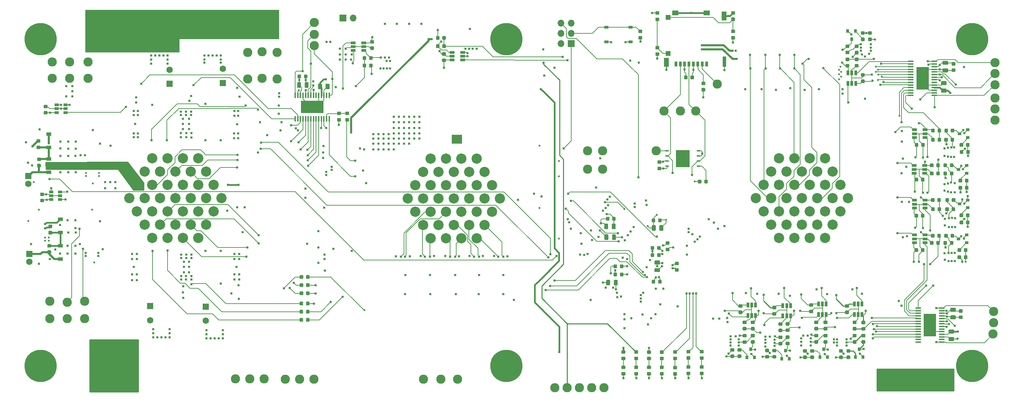
<source format=gbr>
G04 #@! TF.GenerationSoftware,KiCad,Pcbnew,(5.1.5-0-10_14)*
G04 #@! TF.CreationDate,2020-08-17T13:50:39-04:00*
G04 #@! TF.ProjectId,pressurization_series1,70726573-7375-4726-997a-6174696f6e5f,Rev 1*
G04 #@! TF.SameCoordinates,Original*
G04 #@! TF.FileFunction,Copper,L1,Top*
G04 #@! TF.FilePolarity,Positive*
%FSLAX46Y46*%
G04 Gerber Fmt 4.6, Leading zero omitted, Abs format (unit mm)*
G04 Created by KiCad (PCBNEW (5.1.5-0-10_14)) date 2020-08-17 13:50:39*
%MOMM*%
%LPD*%
G04 APERTURE LIST*
%ADD10C,2.540000*%
%ADD11R,1.500000X1.150000*%
%ADD12R,1.150000X2.200000*%
%ADD13R,1.160000X1.200000*%
%ADD14R,1.160000X1.250000*%
%ADD15R,0.950000X2.500000*%
%ADD16R,0.800000X1.240000*%
%ADD17R,1.600000X1.600000*%
%ADD18C,1.600000*%
%ADD19R,2.540000X1.270000*%
%ADD20R,1.060000X0.650000*%
%ADD21C,0.100000*%
%ADD22C,2.286000*%
%ADD23R,0.650000X1.220000*%
%ADD24C,8.000000*%
%ADD25R,5.600000X3.100000*%
%ADD26R,0.450000X1.450000*%
%ADD27R,1.200000X0.900000*%
%ADD28R,1.700000X1.700000*%
%ADD29O,1.700000X1.700000*%
%ADD30R,0.800000X0.900000*%
%ADD31R,0.900000X0.800000*%
%ADD32R,1.000000X0.700000*%
%ADD33R,1.220000X0.650000*%
%ADD34R,3.100000X5.600000*%
%ADD35R,1.450000X0.450000*%
%ADD36R,3.400000X4.300000*%
%ADD37R,0.940000X0.440000*%
%ADD38C,0.609600*%
%ADD39C,0.508000*%
%ADD40C,0.203200*%
%ADD41C,0.381000*%
%ADD42C,0.254000*%
%ADD43C,0.508000*%
%ADD44C,0.127000*%
G04 APERTURE END LIST*
D10*
X69646800Y-89890600D03*
X65836800Y-89890600D03*
X62026800Y-89890600D03*
X58216800Y-89890600D03*
X60121800Y-93192600D03*
X67741800Y-93192600D03*
X63931800Y-93192600D03*
X56311800Y-93192600D03*
X71551800Y-93192600D03*
X69646800Y-96494600D03*
X65836800Y-96494600D03*
X58216800Y-96494600D03*
X62026800Y-96494600D03*
X73456800Y-96494600D03*
X54406800Y-96494600D03*
X63931800Y-106400600D03*
X60121800Y-106400600D03*
X62026800Y-109702600D03*
X54406800Y-103098600D03*
X56311800Y-106400600D03*
X58216800Y-109702600D03*
X58216800Y-103098600D03*
X62026800Y-103098600D03*
X65836800Y-109702600D03*
X67741800Y-106400600D03*
X65836800Y-103098600D03*
X71551800Y-106400600D03*
X69646800Y-109702600D03*
X69646800Y-103098600D03*
X73456800Y-103098600D03*
X71551800Y-99796600D03*
X67741800Y-99796600D03*
X63931800Y-99796600D03*
X60121800Y-99796600D03*
X56311800Y-99796600D03*
X75361800Y-99796600D03*
X52501800Y-99796600D03*
X138734800Y-89916000D03*
X134924800Y-89916000D03*
X131114800Y-89916000D03*
X127304800Y-89916000D03*
X129209800Y-93218000D03*
X136829800Y-93218000D03*
X133019800Y-93218000D03*
X125399800Y-93218000D03*
X140639800Y-93218000D03*
X138734800Y-96520000D03*
X134924800Y-96520000D03*
X127304800Y-96520000D03*
X131114800Y-96520000D03*
X142544800Y-96520000D03*
X123494800Y-96520000D03*
X133019800Y-106426000D03*
X129209800Y-106426000D03*
X131114800Y-109728000D03*
X123494800Y-103124000D03*
X125399800Y-106426000D03*
X127304800Y-109728000D03*
X127304800Y-103124000D03*
X131114800Y-103124000D03*
X134924800Y-109728000D03*
X136829800Y-106426000D03*
X134924800Y-103124000D03*
X140639800Y-106426000D03*
X138734800Y-109728000D03*
X138734800Y-103124000D03*
X142544800Y-103124000D03*
X140639800Y-99822000D03*
X136829800Y-99822000D03*
X133019800Y-99822000D03*
X129209800Y-99822000D03*
X125399800Y-99822000D03*
X144449800Y-99822000D03*
X121589800Y-99822000D03*
X225120200Y-89890600D03*
X221310200Y-89890600D03*
X217500200Y-89890600D03*
X213690200Y-89890600D03*
X215595200Y-93192600D03*
X223215200Y-93192600D03*
X219405200Y-93192600D03*
X211785200Y-93192600D03*
X227025200Y-93192600D03*
X225120200Y-96494600D03*
X221310200Y-96494600D03*
X213690200Y-96494600D03*
X217500200Y-96494600D03*
X228930200Y-96494600D03*
X209880200Y-96494600D03*
X219405200Y-106400600D03*
X215595200Y-106400600D03*
X217500200Y-109702600D03*
X209880200Y-103098600D03*
X211785200Y-106400600D03*
X213690200Y-109702600D03*
X213690200Y-103098600D03*
X217500200Y-103098600D03*
X221310200Y-109702600D03*
X223215200Y-106400600D03*
X221310200Y-103098600D03*
X227025200Y-106400600D03*
X225120200Y-109702600D03*
X225120200Y-103098600D03*
X228930200Y-103098600D03*
X227025200Y-99796600D03*
X223215200Y-99796600D03*
X219405200Y-99796600D03*
X215595200Y-99796600D03*
X211785200Y-99796600D03*
X230835200Y-99796600D03*
X207975200Y-99796600D03*
D11*
X187973000Y-53671000D03*
X195753000Y-53671000D03*
D12*
X200058000Y-54466000D03*
D13*
X186173000Y-54796000D03*
D14*
X186173000Y-63796000D03*
D12*
X185768000Y-65946000D03*
D15*
X200158000Y-65796000D03*
D16*
X188113000Y-66426000D03*
X189213000Y-66426000D03*
X190313000Y-66426000D03*
X191413000Y-66426000D03*
X192513000Y-66426000D03*
X193613000Y-66426000D03*
X194713000Y-66426000D03*
X195813000Y-66426000D03*
D17*
X62484000Y-71318000D03*
D18*
X62484000Y-67818000D03*
D19*
X133756400Y-85598000D03*
X133756400Y-84582000D03*
D20*
X34503000Y-77531000D03*
X34503000Y-78481000D03*
X34503000Y-76581000D03*
X36703000Y-76581000D03*
X36703000Y-77531000D03*
X36703000Y-78481000D03*
G04 #@! TA.AperFunction,SMDPad,CuDef*
D21*
G36*
X31138691Y-99944553D02*
G01*
X31159926Y-99947703D01*
X31180750Y-99952919D01*
X31200962Y-99960151D01*
X31220368Y-99969330D01*
X31238781Y-99980366D01*
X31256024Y-99993154D01*
X31271930Y-100007570D01*
X31286346Y-100023476D01*
X31299134Y-100040719D01*
X31310170Y-100059132D01*
X31319349Y-100078538D01*
X31326581Y-100098750D01*
X31331797Y-100119574D01*
X31334947Y-100140809D01*
X31336000Y-100162250D01*
X31336000Y-100599750D01*
X31334947Y-100621191D01*
X31331797Y-100642426D01*
X31326581Y-100663250D01*
X31319349Y-100683462D01*
X31310170Y-100702868D01*
X31299134Y-100721281D01*
X31286346Y-100738524D01*
X31271930Y-100754430D01*
X31256024Y-100768846D01*
X31238781Y-100781634D01*
X31220368Y-100792670D01*
X31200962Y-100801849D01*
X31180750Y-100809081D01*
X31159926Y-100814297D01*
X31138691Y-100817447D01*
X31117250Y-100818500D01*
X30604750Y-100818500D01*
X30583309Y-100817447D01*
X30562074Y-100814297D01*
X30541250Y-100809081D01*
X30521038Y-100801849D01*
X30501632Y-100792670D01*
X30483219Y-100781634D01*
X30465976Y-100768846D01*
X30450070Y-100754430D01*
X30435654Y-100738524D01*
X30422866Y-100721281D01*
X30411830Y-100702868D01*
X30402651Y-100683462D01*
X30395419Y-100663250D01*
X30390203Y-100642426D01*
X30387053Y-100621191D01*
X30386000Y-100599750D01*
X30386000Y-100162250D01*
X30387053Y-100140809D01*
X30390203Y-100119574D01*
X30395419Y-100098750D01*
X30402651Y-100078538D01*
X30411830Y-100059132D01*
X30422866Y-100040719D01*
X30435654Y-100023476D01*
X30450070Y-100007570D01*
X30465976Y-99993154D01*
X30483219Y-99980366D01*
X30501632Y-99969330D01*
X30521038Y-99960151D01*
X30541250Y-99952919D01*
X30562074Y-99947703D01*
X30583309Y-99944553D01*
X30604750Y-99943500D01*
X31117250Y-99943500D01*
X31138691Y-99944553D01*
G37*
G04 #@! TD.AperFunction*
G04 #@! TA.AperFunction,SMDPad,CuDef*
G36*
X31138691Y-98369553D02*
G01*
X31159926Y-98372703D01*
X31180750Y-98377919D01*
X31200962Y-98385151D01*
X31220368Y-98394330D01*
X31238781Y-98405366D01*
X31256024Y-98418154D01*
X31271930Y-98432570D01*
X31286346Y-98448476D01*
X31299134Y-98465719D01*
X31310170Y-98484132D01*
X31319349Y-98503538D01*
X31326581Y-98523750D01*
X31331797Y-98544574D01*
X31334947Y-98565809D01*
X31336000Y-98587250D01*
X31336000Y-99024750D01*
X31334947Y-99046191D01*
X31331797Y-99067426D01*
X31326581Y-99088250D01*
X31319349Y-99108462D01*
X31310170Y-99127868D01*
X31299134Y-99146281D01*
X31286346Y-99163524D01*
X31271930Y-99179430D01*
X31256024Y-99193846D01*
X31238781Y-99206634D01*
X31220368Y-99217670D01*
X31200962Y-99226849D01*
X31180750Y-99234081D01*
X31159926Y-99239297D01*
X31138691Y-99242447D01*
X31117250Y-99243500D01*
X30604750Y-99243500D01*
X30583309Y-99242447D01*
X30562074Y-99239297D01*
X30541250Y-99234081D01*
X30521038Y-99226849D01*
X30501632Y-99217670D01*
X30483219Y-99206634D01*
X30465976Y-99193846D01*
X30450070Y-99179430D01*
X30435654Y-99163524D01*
X30422866Y-99146281D01*
X30411830Y-99127868D01*
X30402651Y-99108462D01*
X30395419Y-99088250D01*
X30390203Y-99067426D01*
X30387053Y-99046191D01*
X30386000Y-99024750D01*
X30386000Y-98587250D01*
X30387053Y-98565809D01*
X30390203Y-98544574D01*
X30395419Y-98523750D01*
X30402651Y-98503538D01*
X30411830Y-98484132D01*
X30422866Y-98465719D01*
X30435654Y-98448476D01*
X30450070Y-98432570D01*
X30465976Y-98418154D01*
X30483219Y-98405366D01*
X30501632Y-98394330D01*
X30521038Y-98385151D01*
X30541250Y-98377919D01*
X30562074Y-98372703D01*
X30583309Y-98369553D01*
X30604750Y-98368500D01*
X31117250Y-98368500D01*
X31138691Y-98369553D01*
G37*
G04 #@! TD.AperFunction*
D20*
X35347000Y-100137000D03*
X35347000Y-99187000D03*
X35347000Y-98237000D03*
X33147000Y-98237000D03*
X33147000Y-100137000D03*
X33147000Y-99187000D03*
G04 #@! TA.AperFunction,SMDPad,CuDef*
D21*
G36*
X97039791Y-122970053D02*
G01*
X97061026Y-122973203D01*
X97081850Y-122978419D01*
X97102062Y-122985651D01*
X97121468Y-122994830D01*
X97139881Y-123005866D01*
X97157124Y-123018654D01*
X97173030Y-123033070D01*
X97187446Y-123048976D01*
X97200234Y-123066219D01*
X97211270Y-123084632D01*
X97220449Y-123104038D01*
X97227681Y-123124250D01*
X97232897Y-123145074D01*
X97236047Y-123166309D01*
X97237100Y-123187750D01*
X97237100Y-123700250D01*
X97236047Y-123721691D01*
X97232897Y-123742926D01*
X97227681Y-123763750D01*
X97220449Y-123783962D01*
X97211270Y-123803368D01*
X97200234Y-123821781D01*
X97187446Y-123839024D01*
X97173030Y-123854930D01*
X97157124Y-123869346D01*
X97139881Y-123882134D01*
X97121468Y-123893170D01*
X97102062Y-123902349D01*
X97081850Y-123909581D01*
X97061026Y-123914797D01*
X97039791Y-123917947D01*
X97018350Y-123919000D01*
X96580850Y-123919000D01*
X96559409Y-123917947D01*
X96538174Y-123914797D01*
X96517350Y-123909581D01*
X96497138Y-123902349D01*
X96477732Y-123893170D01*
X96459319Y-123882134D01*
X96442076Y-123869346D01*
X96426170Y-123854930D01*
X96411754Y-123839024D01*
X96398966Y-123821781D01*
X96387930Y-123803368D01*
X96378751Y-123783962D01*
X96371519Y-123763750D01*
X96366303Y-123742926D01*
X96363153Y-123721691D01*
X96362100Y-123700250D01*
X96362100Y-123187750D01*
X96363153Y-123166309D01*
X96366303Y-123145074D01*
X96371519Y-123124250D01*
X96378751Y-123104038D01*
X96387930Y-123084632D01*
X96398966Y-123066219D01*
X96411754Y-123048976D01*
X96426170Y-123033070D01*
X96442076Y-123018654D01*
X96459319Y-123005866D01*
X96477732Y-122994830D01*
X96497138Y-122985651D01*
X96517350Y-122978419D01*
X96538174Y-122973203D01*
X96559409Y-122970053D01*
X96580850Y-122969000D01*
X97018350Y-122969000D01*
X97039791Y-122970053D01*
G37*
G04 #@! TD.AperFunction*
G04 #@! TA.AperFunction,SMDPad,CuDef*
G36*
X95464791Y-122970053D02*
G01*
X95486026Y-122973203D01*
X95506850Y-122978419D01*
X95527062Y-122985651D01*
X95546468Y-122994830D01*
X95564881Y-123005866D01*
X95582124Y-123018654D01*
X95598030Y-123033070D01*
X95612446Y-123048976D01*
X95625234Y-123066219D01*
X95636270Y-123084632D01*
X95645449Y-123104038D01*
X95652681Y-123124250D01*
X95657897Y-123145074D01*
X95661047Y-123166309D01*
X95662100Y-123187750D01*
X95662100Y-123700250D01*
X95661047Y-123721691D01*
X95657897Y-123742926D01*
X95652681Y-123763750D01*
X95645449Y-123783962D01*
X95636270Y-123803368D01*
X95625234Y-123821781D01*
X95612446Y-123839024D01*
X95598030Y-123854930D01*
X95582124Y-123869346D01*
X95564881Y-123882134D01*
X95546468Y-123893170D01*
X95527062Y-123902349D01*
X95506850Y-123909581D01*
X95486026Y-123914797D01*
X95464791Y-123917947D01*
X95443350Y-123919000D01*
X95005850Y-123919000D01*
X94984409Y-123917947D01*
X94963174Y-123914797D01*
X94942350Y-123909581D01*
X94922138Y-123902349D01*
X94902732Y-123893170D01*
X94884319Y-123882134D01*
X94867076Y-123869346D01*
X94851170Y-123854930D01*
X94836754Y-123839024D01*
X94823966Y-123821781D01*
X94812930Y-123803368D01*
X94803751Y-123783962D01*
X94796519Y-123763750D01*
X94791303Y-123742926D01*
X94788153Y-123721691D01*
X94787100Y-123700250D01*
X94787100Y-123187750D01*
X94788153Y-123166309D01*
X94791303Y-123145074D01*
X94796519Y-123124250D01*
X94803751Y-123104038D01*
X94812930Y-123084632D01*
X94823966Y-123066219D01*
X94836754Y-123048976D01*
X94851170Y-123033070D01*
X94867076Y-123018654D01*
X94884319Y-123005866D01*
X94902732Y-122994830D01*
X94922138Y-122985651D01*
X94942350Y-122978419D01*
X94963174Y-122973203D01*
X94984409Y-122970053D01*
X95005850Y-122969000D01*
X95443350Y-122969000D01*
X95464791Y-122970053D01*
G37*
G04 #@! TD.AperFunction*
D22*
X89154000Y-70104000D03*
X85471000Y-69977000D03*
X81915000Y-70104000D03*
X89154000Y-63500000D03*
X85471000Y-63373000D03*
X81915000Y-63500000D03*
X98298000Y-144780000D03*
X94742000Y-144780000D03*
X91186000Y-144780000D03*
G04 #@! TA.AperFunction,SMDPad,CuDef*
D21*
G36*
X95439191Y-125510053D02*
G01*
X95460426Y-125513203D01*
X95481250Y-125518419D01*
X95501462Y-125525651D01*
X95520868Y-125534830D01*
X95539281Y-125545866D01*
X95556524Y-125558654D01*
X95572430Y-125573070D01*
X95586846Y-125588976D01*
X95599634Y-125606219D01*
X95610670Y-125624632D01*
X95619849Y-125644038D01*
X95627081Y-125664250D01*
X95632297Y-125685074D01*
X95635447Y-125706309D01*
X95636500Y-125727750D01*
X95636500Y-126240250D01*
X95635447Y-126261691D01*
X95632297Y-126282926D01*
X95627081Y-126303750D01*
X95619849Y-126323962D01*
X95610670Y-126343368D01*
X95599634Y-126361781D01*
X95586846Y-126379024D01*
X95572430Y-126394930D01*
X95556524Y-126409346D01*
X95539281Y-126422134D01*
X95520868Y-126433170D01*
X95501462Y-126442349D01*
X95481250Y-126449581D01*
X95460426Y-126454797D01*
X95439191Y-126457947D01*
X95417750Y-126459000D01*
X94980250Y-126459000D01*
X94958809Y-126457947D01*
X94937574Y-126454797D01*
X94916750Y-126449581D01*
X94896538Y-126442349D01*
X94877132Y-126433170D01*
X94858719Y-126422134D01*
X94841476Y-126409346D01*
X94825570Y-126394930D01*
X94811154Y-126379024D01*
X94798366Y-126361781D01*
X94787330Y-126343368D01*
X94778151Y-126323962D01*
X94770919Y-126303750D01*
X94765703Y-126282926D01*
X94762553Y-126261691D01*
X94761500Y-126240250D01*
X94761500Y-125727750D01*
X94762553Y-125706309D01*
X94765703Y-125685074D01*
X94770919Y-125664250D01*
X94778151Y-125644038D01*
X94787330Y-125624632D01*
X94798366Y-125606219D01*
X94811154Y-125588976D01*
X94825570Y-125573070D01*
X94841476Y-125558654D01*
X94858719Y-125545866D01*
X94877132Y-125534830D01*
X94896538Y-125525651D01*
X94916750Y-125518419D01*
X94937574Y-125513203D01*
X94958809Y-125510053D01*
X94980250Y-125509000D01*
X95417750Y-125509000D01*
X95439191Y-125510053D01*
G37*
G04 #@! TD.AperFunction*
G04 #@! TA.AperFunction,SMDPad,CuDef*
G36*
X97014191Y-125510053D02*
G01*
X97035426Y-125513203D01*
X97056250Y-125518419D01*
X97076462Y-125525651D01*
X97095868Y-125534830D01*
X97114281Y-125545866D01*
X97131524Y-125558654D01*
X97147430Y-125573070D01*
X97161846Y-125588976D01*
X97174634Y-125606219D01*
X97185670Y-125624632D01*
X97194849Y-125644038D01*
X97202081Y-125664250D01*
X97207297Y-125685074D01*
X97210447Y-125706309D01*
X97211500Y-125727750D01*
X97211500Y-126240250D01*
X97210447Y-126261691D01*
X97207297Y-126282926D01*
X97202081Y-126303750D01*
X97194849Y-126323962D01*
X97185670Y-126343368D01*
X97174634Y-126361781D01*
X97161846Y-126379024D01*
X97147430Y-126394930D01*
X97131524Y-126409346D01*
X97114281Y-126422134D01*
X97095868Y-126433170D01*
X97076462Y-126442349D01*
X97056250Y-126449581D01*
X97035426Y-126454797D01*
X97014191Y-126457947D01*
X96992750Y-126459000D01*
X96555250Y-126459000D01*
X96533809Y-126457947D01*
X96512574Y-126454797D01*
X96491750Y-126449581D01*
X96471538Y-126442349D01*
X96452132Y-126433170D01*
X96433719Y-126422134D01*
X96416476Y-126409346D01*
X96400570Y-126394930D01*
X96386154Y-126379024D01*
X96373366Y-126361781D01*
X96362330Y-126343368D01*
X96353151Y-126323962D01*
X96345919Y-126303750D01*
X96340703Y-126282926D01*
X96337553Y-126261691D01*
X96336500Y-126240250D01*
X96336500Y-125727750D01*
X96337553Y-125706309D01*
X96340703Y-125685074D01*
X96345919Y-125664250D01*
X96353151Y-125644038D01*
X96362330Y-125624632D01*
X96373366Y-125606219D01*
X96386154Y-125588976D01*
X96400570Y-125573070D01*
X96416476Y-125558654D01*
X96433719Y-125545866D01*
X96452132Y-125534830D01*
X96471538Y-125525651D01*
X96491750Y-125518419D01*
X96512574Y-125513203D01*
X96533809Y-125510053D01*
X96555250Y-125509000D01*
X96992750Y-125509000D01*
X97014191Y-125510053D01*
G37*
G04 #@! TD.AperFunction*
G04 #@! TA.AperFunction,SMDPad,CuDef*
G36*
X95439191Y-127542053D02*
G01*
X95460426Y-127545203D01*
X95481250Y-127550419D01*
X95501462Y-127557651D01*
X95520868Y-127566830D01*
X95539281Y-127577866D01*
X95556524Y-127590654D01*
X95572430Y-127605070D01*
X95586846Y-127620976D01*
X95599634Y-127638219D01*
X95610670Y-127656632D01*
X95619849Y-127676038D01*
X95627081Y-127696250D01*
X95632297Y-127717074D01*
X95635447Y-127738309D01*
X95636500Y-127759750D01*
X95636500Y-128272250D01*
X95635447Y-128293691D01*
X95632297Y-128314926D01*
X95627081Y-128335750D01*
X95619849Y-128355962D01*
X95610670Y-128375368D01*
X95599634Y-128393781D01*
X95586846Y-128411024D01*
X95572430Y-128426930D01*
X95556524Y-128441346D01*
X95539281Y-128454134D01*
X95520868Y-128465170D01*
X95501462Y-128474349D01*
X95481250Y-128481581D01*
X95460426Y-128486797D01*
X95439191Y-128489947D01*
X95417750Y-128491000D01*
X94980250Y-128491000D01*
X94958809Y-128489947D01*
X94937574Y-128486797D01*
X94916750Y-128481581D01*
X94896538Y-128474349D01*
X94877132Y-128465170D01*
X94858719Y-128454134D01*
X94841476Y-128441346D01*
X94825570Y-128426930D01*
X94811154Y-128411024D01*
X94798366Y-128393781D01*
X94787330Y-128375368D01*
X94778151Y-128355962D01*
X94770919Y-128335750D01*
X94765703Y-128314926D01*
X94762553Y-128293691D01*
X94761500Y-128272250D01*
X94761500Y-127759750D01*
X94762553Y-127738309D01*
X94765703Y-127717074D01*
X94770919Y-127696250D01*
X94778151Y-127676038D01*
X94787330Y-127656632D01*
X94798366Y-127638219D01*
X94811154Y-127620976D01*
X94825570Y-127605070D01*
X94841476Y-127590654D01*
X94858719Y-127577866D01*
X94877132Y-127566830D01*
X94896538Y-127557651D01*
X94916750Y-127550419D01*
X94937574Y-127545203D01*
X94958809Y-127542053D01*
X94980250Y-127541000D01*
X95417750Y-127541000D01*
X95439191Y-127542053D01*
G37*
G04 #@! TD.AperFunction*
G04 #@! TA.AperFunction,SMDPad,CuDef*
G36*
X97014191Y-127542053D02*
G01*
X97035426Y-127545203D01*
X97056250Y-127550419D01*
X97076462Y-127557651D01*
X97095868Y-127566830D01*
X97114281Y-127577866D01*
X97131524Y-127590654D01*
X97147430Y-127605070D01*
X97161846Y-127620976D01*
X97174634Y-127638219D01*
X97185670Y-127656632D01*
X97194849Y-127676038D01*
X97202081Y-127696250D01*
X97207297Y-127717074D01*
X97210447Y-127738309D01*
X97211500Y-127759750D01*
X97211500Y-128272250D01*
X97210447Y-128293691D01*
X97207297Y-128314926D01*
X97202081Y-128335750D01*
X97194849Y-128355962D01*
X97185670Y-128375368D01*
X97174634Y-128393781D01*
X97161846Y-128411024D01*
X97147430Y-128426930D01*
X97131524Y-128441346D01*
X97114281Y-128454134D01*
X97095868Y-128465170D01*
X97076462Y-128474349D01*
X97056250Y-128481581D01*
X97035426Y-128486797D01*
X97014191Y-128489947D01*
X96992750Y-128491000D01*
X96555250Y-128491000D01*
X96533809Y-128489947D01*
X96512574Y-128486797D01*
X96491750Y-128481581D01*
X96471538Y-128474349D01*
X96452132Y-128465170D01*
X96433719Y-128454134D01*
X96416476Y-128441346D01*
X96400570Y-128426930D01*
X96386154Y-128411024D01*
X96373366Y-128393781D01*
X96362330Y-128375368D01*
X96353151Y-128355962D01*
X96345919Y-128335750D01*
X96340703Y-128314926D01*
X96337553Y-128293691D01*
X96336500Y-128272250D01*
X96336500Y-127759750D01*
X96337553Y-127738309D01*
X96340703Y-127717074D01*
X96345919Y-127696250D01*
X96353151Y-127676038D01*
X96362330Y-127656632D01*
X96373366Y-127638219D01*
X96386154Y-127620976D01*
X96400570Y-127605070D01*
X96416476Y-127590654D01*
X96433719Y-127577866D01*
X96452132Y-127566830D01*
X96471538Y-127557651D01*
X96491750Y-127550419D01*
X96512574Y-127545203D01*
X96533809Y-127542053D01*
X96555250Y-127541000D01*
X96992750Y-127541000D01*
X97014191Y-127542053D01*
G37*
G04 #@! TD.AperFunction*
G04 #@! TA.AperFunction,SMDPad,CuDef*
G36*
X95439191Y-129574053D02*
G01*
X95460426Y-129577203D01*
X95481250Y-129582419D01*
X95501462Y-129589651D01*
X95520868Y-129598830D01*
X95539281Y-129609866D01*
X95556524Y-129622654D01*
X95572430Y-129637070D01*
X95586846Y-129652976D01*
X95599634Y-129670219D01*
X95610670Y-129688632D01*
X95619849Y-129708038D01*
X95627081Y-129728250D01*
X95632297Y-129749074D01*
X95635447Y-129770309D01*
X95636500Y-129791750D01*
X95636500Y-130304250D01*
X95635447Y-130325691D01*
X95632297Y-130346926D01*
X95627081Y-130367750D01*
X95619849Y-130387962D01*
X95610670Y-130407368D01*
X95599634Y-130425781D01*
X95586846Y-130443024D01*
X95572430Y-130458930D01*
X95556524Y-130473346D01*
X95539281Y-130486134D01*
X95520868Y-130497170D01*
X95501462Y-130506349D01*
X95481250Y-130513581D01*
X95460426Y-130518797D01*
X95439191Y-130521947D01*
X95417750Y-130523000D01*
X94980250Y-130523000D01*
X94958809Y-130521947D01*
X94937574Y-130518797D01*
X94916750Y-130513581D01*
X94896538Y-130506349D01*
X94877132Y-130497170D01*
X94858719Y-130486134D01*
X94841476Y-130473346D01*
X94825570Y-130458930D01*
X94811154Y-130443024D01*
X94798366Y-130425781D01*
X94787330Y-130407368D01*
X94778151Y-130387962D01*
X94770919Y-130367750D01*
X94765703Y-130346926D01*
X94762553Y-130325691D01*
X94761500Y-130304250D01*
X94761500Y-129791750D01*
X94762553Y-129770309D01*
X94765703Y-129749074D01*
X94770919Y-129728250D01*
X94778151Y-129708038D01*
X94787330Y-129688632D01*
X94798366Y-129670219D01*
X94811154Y-129652976D01*
X94825570Y-129637070D01*
X94841476Y-129622654D01*
X94858719Y-129609866D01*
X94877132Y-129598830D01*
X94896538Y-129589651D01*
X94916750Y-129582419D01*
X94937574Y-129577203D01*
X94958809Y-129574053D01*
X94980250Y-129573000D01*
X95417750Y-129573000D01*
X95439191Y-129574053D01*
G37*
G04 #@! TD.AperFunction*
G04 #@! TA.AperFunction,SMDPad,CuDef*
G36*
X97014191Y-129574053D02*
G01*
X97035426Y-129577203D01*
X97056250Y-129582419D01*
X97076462Y-129589651D01*
X97095868Y-129598830D01*
X97114281Y-129609866D01*
X97131524Y-129622654D01*
X97147430Y-129637070D01*
X97161846Y-129652976D01*
X97174634Y-129670219D01*
X97185670Y-129688632D01*
X97194849Y-129708038D01*
X97202081Y-129728250D01*
X97207297Y-129749074D01*
X97210447Y-129770309D01*
X97211500Y-129791750D01*
X97211500Y-130304250D01*
X97210447Y-130325691D01*
X97207297Y-130346926D01*
X97202081Y-130367750D01*
X97194849Y-130387962D01*
X97185670Y-130407368D01*
X97174634Y-130425781D01*
X97161846Y-130443024D01*
X97147430Y-130458930D01*
X97131524Y-130473346D01*
X97114281Y-130486134D01*
X97095868Y-130497170D01*
X97076462Y-130506349D01*
X97056250Y-130513581D01*
X97035426Y-130518797D01*
X97014191Y-130521947D01*
X96992750Y-130523000D01*
X96555250Y-130523000D01*
X96533809Y-130521947D01*
X96512574Y-130518797D01*
X96491750Y-130513581D01*
X96471538Y-130506349D01*
X96452132Y-130497170D01*
X96433719Y-130486134D01*
X96416476Y-130473346D01*
X96400570Y-130458930D01*
X96386154Y-130443024D01*
X96373366Y-130425781D01*
X96362330Y-130407368D01*
X96353151Y-130387962D01*
X96345919Y-130367750D01*
X96340703Y-130346926D01*
X96337553Y-130325691D01*
X96336500Y-130304250D01*
X96336500Y-129791750D01*
X96337553Y-129770309D01*
X96340703Y-129749074D01*
X96345919Y-129728250D01*
X96353151Y-129708038D01*
X96362330Y-129688632D01*
X96373366Y-129670219D01*
X96386154Y-129652976D01*
X96400570Y-129637070D01*
X96416476Y-129622654D01*
X96433719Y-129609866D01*
X96452132Y-129598830D01*
X96471538Y-129589651D01*
X96491750Y-129582419D01*
X96512574Y-129577203D01*
X96533809Y-129574053D01*
X96555250Y-129573000D01*
X96992750Y-129573000D01*
X97014191Y-129574053D01*
G37*
G04 #@! TD.AperFunction*
D17*
X75692000Y-71120000D03*
D18*
X75692000Y-67620000D03*
D17*
X57658000Y-126619000D03*
D18*
X57658000Y-130119000D03*
G04 #@! TA.AperFunction,SMDPad,CuDef*
D21*
G36*
X195222691Y-70785053D02*
G01*
X195243926Y-70788203D01*
X195264750Y-70793419D01*
X195284962Y-70800651D01*
X195304368Y-70809830D01*
X195322781Y-70820866D01*
X195340024Y-70833654D01*
X195355930Y-70848070D01*
X195370346Y-70863976D01*
X195383134Y-70881219D01*
X195394170Y-70899632D01*
X195403349Y-70919038D01*
X195410581Y-70939250D01*
X195415797Y-70960074D01*
X195418947Y-70981309D01*
X195420000Y-71002750D01*
X195420000Y-71440250D01*
X195418947Y-71461691D01*
X195415797Y-71482926D01*
X195410581Y-71503750D01*
X195403349Y-71523962D01*
X195394170Y-71543368D01*
X195383134Y-71561781D01*
X195370346Y-71579024D01*
X195355930Y-71594930D01*
X195340024Y-71609346D01*
X195322781Y-71622134D01*
X195304368Y-71633170D01*
X195284962Y-71642349D01*
X195264750Y-71649581D01*
X195243926Y-71654797D01*
X195222691Y-71657947D01*
X195201250Y-71659000D01*
X194688750Y-71659000D01*
X194667309Y-71657947D01*
X194646074Y-71654797D01*
X194625250Y-71649581D01*
X194605038Y-71642349D01*
X194585632Y-71633170D01*
X194567219Y-71622134D01*
X194549976Y-71609346D01*
X194534070Y-71594930D01*
X194519654Y-71579024D01*
X194506866Y-71561781D01*
X194495830Y-71543368D01*
X194486651Y-71523962D01*
X194479419Y-71503750D01*
X194474203Y-71482926D01*
X194471053Y-71461691D01*
X194470000Y-71440250D01*
X194470000Y-71002750D01*
X194471053Y-70981309D01*
X194474203Y-70960074D01*
X194479419Y-70939250D01*
X194486651Y-70919038D01*
X194495830Y-70899632D01*
X194506866Y-70881219D01*
X194519654Y-70863976D01*
X194534070Y-70848070D01*
X194549976Y-70833654D01*
X194567219Y-70820866D01*
X194585632Y-70809830D01*
X194605038Y-70800651D01*
X194625250Y-70793419D01*
X194646074Y-70788203D01*
X194667309Y-70785053D01*
X194688750Y-70784000D01*
X195201250Y-70784000D01*
X195222691Y-70785053D01*
G37*
G04 #@! TD.AperFunction*
G04 #@! TA.AperFunction,SMDPad,CuDef*
G36*
X195222691Y-72360053D02*
G01*
X195243926Y-72363203D01*
X195264750Y-72368419D01*
X195284962Y-72375651D01*
X195304368Y-72384830D01*
X195322781Y-72395866D01*
X195340024Y-72408654D01*
X195355930Y-72423070D01*
X195370346Y-72438976D01*
X195383134Y-72456219D01*
X195394170Y-72474632D01*
X195403349Y-72494038D01*
X195410581Y-72514250D01*
X195415797Y-72535074D01*
X195418947Y-72556309D01*
X195420000Y-72577750D01*
X195420000Y-73015250D01*
X195418947Y-73036691D01*
X195415797Y-73057926D01*
X195410581Y-73078750D01*
X195403349Y-73098962D01*
X195394170Y-73118368D01*
X195383134Y-73136781D01*
X195370346Y-73154024D01*
X195355930Y-73169930D01*
X195340024Y-73184346D01*
X195322781Y-73197134D01*
X195304368Y-73208170D01*
X195284962Y-73217349D01*
X195264750Y-73224581D01*
X195243926Y-73229797D01*
X195222691Y-73232947D01*
X195201250Y-73234000D01*
X194688750Y-73234000D01*
X194667309Y-73232947D01*
X194646074Y-73229797D01*
X194625250Y-73224581D01*
X194605038Y-73217349D01*
X194585632Y-73208170D01*
X194567219Y-73197134D01*
X194549976Y-73184346D01*
X194534070Y-73169930D01*
X194519654Y-73154024D01*
X194506866Y-73136781D01*
X194495830Y-73118368D01*
X194486651Y-73098962D01*
X194479419Y-73078750D01*
X194474203Y-73057926D01*
X194471053Y-73036691D01*
X194470000Y-73015250D01*
X194470000Y-72577750D01*
X194471053Y-72556309D01*
X194474203Y-72535074D01*
X194479419Y-72514250D01*
X194486651Y-72494038D01*
X194495830Y-72474632D01*
X194506866Y-72456219D01*
X194519654Y-72438976D01*
X194534070Y-72423070D01*
X194549976Y-72408654D01*
X194567219Y-72395866D01*
X194585632Y-72384830D01*
X194605038Y-72375651D01*
X194625250Y-72368419D01*
X194646074Y-72363203D01*
X194667309Y-72360053D01*
X194688750Y-72359000D01*
X195201250Y-72359000D01*
X195222691Y-72360053D01*
G37*
G04 #@! TD.AperFunction*
G04 #@! TA.AperFunction,SMDPad,CuDef*
G36*
X194270691Y-95157053D02*
G01*
X194291926Y-95160203D01*
X194312750Y-95165419D01*
X194332962Y-95172651D01*
X194352368Y-95181830D01*
X194370781Y-95192866D01*
X194388024Y-95205654D01*
X194403930Y-95220070D01*
X194418346Y-95235976D01*
X194431134Y-95253219D01*
X194442170Y-95271632D01*
X194451349Y-95291038D01*
X194458581Y-95311250D01*
X194463797Y-95332074D01*
X194466947Y-95353309D01*
X194468000Y-95374750D01*
X194468000Y-95887250D01*
X194466947Y-95908691D01*
X194463797Y-95929926D01*
X194458581Y-95950750D01*
X194451349Y-95970962D01*
X194442170Y-95990368D01*
X194431134Y-96008781D01*
X194418346Y-96026024D01*
X194403930Y-96041930D01*
X194388024Y-96056346D01*
X194370781Y-96069134D01*
X194352368Y-96080170D01*
X194332962Y-96089349D01*
X194312750Y-96096581D01*
X194291926Y-96101797D01*
X194270691Y-96104947D01*
X194249250Y-96106000D01*
X193811750Y-96106000D01*
X193790309Y-96104947D01*
X193769074Y-96101797D01*
X193748250Y-96096581D01*
X193728038Y-96089349D01*
X193708632Y-96080170D01*
X193690219Y-96069134D01*
X193672976Y-96056346D01*
X193657070Y-96041930D01*
X193642654Y-96026024D01*
X193629866Y-96008781D01*
X193618830Y-95990368D01*
X193609651Y-95970962D01*
X193602419Y-95950750D01*
X193597203Y-95929926D01*
X193594053Y-95908691D01*
X193593000Y-95887250D01*
X193593000Y-95374750D01*
X193594053Y-95353309D01*
X193597203Y-95332074D01*
X193602419Y-95311250D01*
X193609651Y-95291038D01*
X193618830Y-95271632D01*
X193629866Y-95253219D01*
X193642654Y-95235976D01*
X193657070Y-95220070D01*
X193672976Y-95205654D01*
X193690219Y-95192866D01*
X193708632Y-95181830D01*
X193728038Y-95172651D01*
X193748250Y-95165419D01*
X193769074Y-95160203D01*
X193790309Y-95157053D01*
X193811750Y-95156000D01*
X194249250Y-95156000D01*
X194270691Y-95157053D01*
G37*
G04 #@! TD.AperFunction*
G04 #@! TA.AperFunction,SMDPad,CuDef*
G36*
X195845691Y-95157053D02*
G01*
X195866926Y-95160203D01*
X195887750Y-95165419D01*
X195907962Y-95172651D01*
X195927368Y-95181830D01*
X195945781Y-95192866D01*
X195963024Y-95205654D01*
X195978930Y-95220070D01*
X195993346Y-95235976D01*
X196006134Y-95253219D01*
X196017170Y-95271632D01*
X196026349Y-95291038D01*
X196033581Y-95311250D01*
X196038797Y-95332074D01*
X196041947Y-95353309D01*
X196043000Y-95374750D01*
X196043000Y-95887250D01*
X196041947Y-95908691D01*
X196038797Y-95929926D01*
X196033581Y-95950750D01*
X196026349Y-95970962D01*
X196017170Y-95990368D01*
X196006134Y-96008781D01*
X195993346Y-96026024D01*
X195978930Y-96041930D01*
X195963024Y-96056346D01*
X195945781Y-96069134D01*
X195927368Y-96080170D01*
X195907962Y-96089349D01*
X195887750Y-96096581D01*
X195866926Y-96101797D01*
X195845691Y-96104947D01*
X195824250Y-96106000D01*
X195386750Y-96106000D01*
X195365309Y-96104947D01*
X195344074Y-96101797D01*
X195323250Y-96096581D01*
X195303038Y-96089349D01*
X195283632Y-96080170D01*
X195265219Y-96069134D01*
X195247976Y-96056346D01*
X195232070Y-96041930D01*
X195217654Y-96026024D01*
X195204866Y-96008781D01*
X195193830Y-95990368D01*
X195184651Y-95970962D01*
X195177419Y-95950750D01*
X195172203Y-95929926D01*
X195169053Y-95908691D01*
X195168000Y-95887250D01*
X195168000Y-95374750D01*
X195169053Y-95353309D01*
X195172203Y-95332074D01*
X195177419Y-95311250D01*
X195184651Y-95291038D01*
X195193830Y-95271632D01*
X195204866Y-95253219D01*
X195217654Y-95235976D01*
X195232070Y-95220070D01*
X195247976Y-95205654D01*
X195265219Y-95192866D01*
X195283632Y-95181830D01*
X195303038Y-95172651D01*
X195323250Y-95165419D01*
X195344074Y-95160203D01*
X195365309Y-95157053D01*
X195386750Y-95156000D01*
X195824250Y-95156000D01*
X195845691Y-95157053D01*
G37*
G04 #@! TD.AperFunction*
D23*
X232425200Y-126096400D03*
X233375200Y-126096400D03*
X234325200Y-126096400D03*
X234325200Y-128716400D03*
X233375200Y-128716400D03*
X232425200Y-128716400D03*
D22*
X129794000Y-144780000D03*
X198374000Y-71374000D03*
X183261000Y-88011000D03*
D24*
X261620000Y-60198000D03*
X146050000Y-60198000D03*
X30480000Y-141478000D03*
X146050000Y-141478000D03*
X261620000Y-141478000D03*
X30480000Y-60198000D03*
G04 #@! TA.AperFunction,SMDPad,CuDef*
D21*
G36*
X32916691Y-112746153D02*
G01*
X32937926Y-112749303D01*
X32958750Y-112754519D01*
X32978962Y-112761751D01*
X32998368Y-112770930D01*
X33016781Y-112781966D01*
X33034024Y-112794754D01*
X33049930Y-112809170D01*
X33064346Y-112825076D01*
X33077134Y-112842319D01*
X33088170Y-112860732D01*
X33097349Y-112880138D01*
X33104581Y-112900350D01*
X33109797Y-112921174D01*
X33112947Y-112942409D01*
X33114000Y-112963850D01*
X33114000Y-113401350D01*
X33112947Y-113422791D01*
X33109797Y-113444026D01*
X33104581Y-113464850D01*
X33097349Y-113485062D01*
X33088170Y-113504468D01*
X33077134Y-113522881D01*
X33064346Y-113540124D01*
X33049930Y-113556030D01*
X33034024Y-113570446D01*
X33016781Y-113583234D01*
X32998368Y-113594270D01*
X32978962Y-113603449D01*
X32958750Y-113610681D01*
X32937926Y-113615897D01*
X32916691Y-113619047D01*
X32895250Y-113620100D01*
X32382750Y-113620100D01*
X32361309Y-113619047D01*
X32340074Y-113615897D01*
X32319250Y-113610681D01*
X32299038Y-113603449D01*
X32279632Y-113594270D01*
X32261219Y-113583234D01*
X32243976Y-113570446D01*
X32228070Y-113556030D01*
X32213654Y-113540124D01*
X32200866Y-113522881D01*
X32189830Y-113504468D01*
X32180651Y-113485062D01*
X32173419Y-113464850D01*
X32168203Y-113444026D01*
X32165053Y-113422791D01*
X32164000Y-113401350D01*
X32164000Y-112963850D01*
X32165053Y-112942409D01*
X32168203Y-112921174D01*
X32173419Y-112900350D01*
X32180651Y-112880138D01*
X32189830Y-112860732D01*
X32200866Y-112842319D01*
X32213654Y-112825076D01*
X32228070Y-112809170D01*
X32243976Y-112794754D01*
X32261219Y-112781966D01*
X32279632Y-112770930D01*
X32299038Y-112761751D01*
X32319250Y-112754519D01*
X32340074Y-112749303D01*
X32361309Y-112746153D01*
X32382750Y-112745100D01*
X32895250Y-112745100D01*
X32916691Y-112746153D01*
G37*
G04 #@! TD.AperFunction*
G04 #@! TA.AperFunction,SMDPad,CuDef*
G36*
X32916691Y-111171153D02*
G01*
X32937926Y-111174303D01*
X32958750Y-111179519D01*
X32978962Y-111186751D01*
X32998368Y-111195930D01*
X33016781Y-111206966D01*
X33034024Y-111219754D01*
X33049930Y-111234170D01*
X33064346Y-111250076D01*
X33077134Y-111267319D01*
X33088170Y-111285732D01*
X33097349Y-111305138D01*
X33104581Y-111325350D01*
X33109797Y-111346174D01*
X33112947Y-111367409D01*
X33114000Y-111388850D01*
X33114000Y-111826350D01*
X33112947Y-111847791D01*
X33109797Y-111869026D01*
X33104581Y-111889850D01*
X33097349Y-111910062D01*
X33088170Y-111929468D01*
X33077134Y-111947881D01*
X33064346Y-111965124D01*
X33049930Y-111981030D01*
X33034024Y-111995446D01*
X33016781Y-112008234D01*
X32998368Y-112019270D01*
X32978962Y-112028449D01*
X32958750Y-112035681D01*
X32937926Y-112040897D01*
X32916691Y-112044047D01*
X32895250Y-112045100D01*
X32382750Y-112045100D01*
X32361309Y-112044047D01*
X32340074Y-112040897D01*
X32319250Y-112035681D01*
X32299038Y-112028449D01*
X32279632Y-112019270D01*
X32261219Y-112008234D01*
X32243976Y-111995446D01*
X32228070Y-111981030D01*
X32213654Y-111965124D01*
X32200866Y-111947881D01*
X32189830Y-111929468D01*
X32180651Y-111910062D01*
X32173419Y-111889850D01*
X32168203Y-111869026D01*
X32165053Y-111847791D01*
X32164000Y-111826350D01*
X32164000Y-111388850D01*
X32165053Y-111367409D01*
X32168203Y-111346174D01*
X32173419Y-111325350D01*
X32180651Y-111305138D01*
X32189830Y-111285732D01*
X32200866Y-111267319D01*
X32213654Y-111250076D01*
X32228070Y-111234170D01*
X32243976Y-111219754D01*
X32261219Y-111206966D01*
X32279632Y-111195930D01*
X32299038Y-111186751D01*
X32319250Y-111179519D01*
X32340074Y-111174303D01*
X32361309Y-111171153D01*
X32382750Y-111170100D01*
X32895250Y-111170100D01*
X32916691Y-111171153D01*
G37*
G04 #@! TD.AperFunction*
G04 #@! TA.AperFunction,SMDPad,CuDef*
G36*
X30376691Y-89657253D02*
G01*
X30397926Y-89660403D01*
X30418750Y-89665619D01*
X30438962Y-89672851D01*
X30458368Y-89682030D01*
X30476781Y-89693066D01*
X30494024Y-89705854D01*
X30509930Y-89720270D01*
X30524346Y-89736176D01*
X30537134Y-89753419D01*
X30548170Y-89771832D01*
X30557349Y-89791238D01*
X30564581Y-89811450D01*
X30569797Y-89832274D01*
X30572947Y-89853509D01*
X30574000Y-89874950D01*
X30574000Y-90312450D01*
X30572947Y-90333891D01*
X30569797Y-90355126D01*
X30564581Y-90375950D01*
X30557349Y-90396162D01*
X30548170Y-90415568D01*
X30537134Y-90433981D01*
X30524346Y-90451224D01*
X30509930Y-90467130D01*
X30494024Y-90481546D01*
X30476781Y-90494334D01*
X30458368Y-90505370D01*
X30438962Y-90514549D01*
X30418750Y-90521781D01*
X30397926Y-90526997D01*
X30376691Y-90530147D01*
X30355250Y-90531200D01*
X29842750Y-90531200D01*
X29821309Y-90530147D01*
X29800074Y-90526997D01*
X29779250Y-90521781D01*
X29759038Y-90514549D01*
X29739632Y-90505370D01*
X29721219Y-90494334D01*
X29703976Y-90481546D01*
X29688070Y-90467130D01*
X29673654Y-90451224D01*
X29660866Y-90433981D01*
X29649830Y-90415568D01*
X29640651Y-90396162D01*
X29633419Y-90375950D01*
X29628203Y-90355126D01*
X29625053Y-90333891D01*
X29624000Y-90312450D01*
X29624000Y-89874950D01*
X29625053Y-89853509D01*
X29628203Y-89832274D01*
X29633419Y-89811450D01*
X29640651Y-89791238D01*
X29649830Y-89771832D01*
X29660866Y-89753419D01*
X29673654Y-89736176D01*
X29688070Y-89720270D01*
X29703976Y-89705854D01*
X29721219Y-89693066D01*
X29739632Y-89682030D01*
X29759038Y-89672851D01*
X29779250Y-89665619D01*
X29800074Y-89660403D01*
X29821309Y-89657253D01*
X29842750Y-89656200D01*
X30355250Y-89656200D01*
X30376691Y-89657253D01*
G37*
G04 #@! TD.AperFunction*
G04 #@! TA.AperFunction,SMDPad,CuDef*
G36*
X30376691Y-91232253D02*
G01*
X30397926Y-91235403D01*
X30418750Y-91240619D01*
X30438962Y-91247851D01*
X30458368Y-91257030D01*
X30476781Y-91268066D01*
X30494024Y-91280854D01*
X30509930Y-91295270D01*
X30524346Y-91311176D01*
X30537134Y-91328419D01*
X30548170Y-91346832D01*
X30557349Y-91366238D01*
X30564581Y-91386450D01*
X30569797Y-91407274D01*
X30572947Y-91428509D01*
X30574000Y-91449950D01*
X30574000Y-91887450D01*
X30572947Y-91908891D01*
X30569797Y-91930126D01*
X30564581Y-91950950D01*
X30557349Y-91971162D01*
X30548170Y-91990568D01*
X30537134Y-92008981D01*
X30524346Y-92026224D01*
X30509930Y-92042130D01*
X30494024Y-92056546D01*
X30476781Y-92069334D01*
X30458368Y-92080370D01*
X30438962Y-92089549D01*
X30418750Y-92096781D01*
X30397926Y-92101997D01*
X30376691Y-92105147D01*
X30355250Y-92106200D01*
X29842750Y-92106200D01*
X29821309Y-92105147D01*
X29800074Y-92101997D01*
X29779250Y-92096781D01*
X29759038Y-92089549D01*
X29739632Y-92080370D01*
X29721219Y-92069334D01*
X29703976Y-92056546D01*
X29688070Y-92042130D01*
X29673654Y-92026224D01*
X29660866Y-92008981D01*
X29649830Y-91990568D01*
X29640651Y-91971162D01*
X29633419Y-91950950D01*
X29628203Y-91930126D01*
X29625053Y-91908891D01*
X29624000Y-91887450D01*
X29624000Y-91449950D01*
X29625053Y-91428509D01*
X29628203Y-91407274D01*
X29633419Y-91386450D01*
X29640651Y-91366238D01*
X29649830Y-91346832D01*
X29660866Y-91328419D01*
X29673654Y-91311176D01*
X29688070Y-91295270D01*
X29703976Y-91280854D01*
X29721219Y-91268066D01*
X29739632Y-91257030D01*
X29759038Y-91247851D01*
X29779250Y-91240619D01*
X29800074Y-91235403D01*
X29821309Y-91232253D01*
X29842750Y-91231200D01*
X30355250Y-91231200D01*
X30376691Y-91232253D01*
G37*
G04 #@! TD.AperFunction*
G04 #@! TA.AperFunction,SMDPad,CuDef*
G36*
X100094242Y-71310174D02*
G01*
X100117903Y-71313684D01*
X100141107Y-71319496D01*
X100163629Y-71327554D01*
X100185253Y-71337782D01*
X100205770Y-71350079D01*
X100224983Y-71364329D01*
X100242707Y-71380393D01*
X100258771Y-71398117D01*
X100273021Y-71417330D01*
X100285318Y-71437847D01*
X100295546Y-71459471D01*
X100303604Y-71481993D01*
X100309416Y-71505197D01*
X100312926Y-71528858D01*
X100314100Y-71552750D01*
X100314100Y-72465250D01*
X100312926Y-72489142D01*
X100309416Y-72512803D01*
X100303604Y-72536007D01*
X100295546Y-72558529D01*
X100285318Y-72580153D01*
X100273021Y-72600670D01*
X100258771Y-72619883D01*
X100242707Y-72637607D01*
X100224983Y-72653671D01*
X100205770Y-72667921D01*
X100185253Y-72680218D01*
X100163629Y-72690446D01*
X100141107Y-72698504D01*
X100117903Y-72704316D01*
X100094242Y-72707826D01*
X100070350Y-72709000D01*
X99582850Y-72709000D01*
X99558958Y-72707826D01*
X99535297Y-72704316D01*
X99512093Y-72698504D01*
X99489571Y-72690446D01*
X99467947Y-72680218D01*
X99447430Y-72667921D01*
X99428217Y-72653671D01*
X99410493Y-72637607D01*
X99394429Y-72619883D01*
X99380179Y-72600670D01*
X99367882Y-72580153D01*
X99357654Y-72558529D01*
X99349596Y-72536007D01*
X99343784Y-72512803D01*
X99340274Y-72489142D01*
X99339100Y-72465250D01*
X99339100Y-71552750D01*
X99340274Y-71528858D01*
X99343784Y-71505197D01*
X99349596Y-71481993D01*
X99357654Y-71459471D01*
X99367882Y-71437847D01*
X99380179Y-71417330D01*
X99394429Y-71398117D01*
X99410493Y-71380393D01*
X99428217Y-71364329D01*
X99447430Y-71350079D01*
X99467947Y-71337782D01*
X99489571Y-71327554D01*
X99512093Y-71319496D01*
X99535297Y-71313684D01*
X99558958Y-71310174D01*
X99582850Y-71309000D01*
X100070350Y-71309000D01*
X100094242Y-71310174D01*
G37*
G04 #@! TD.AperFunction*
G04 #@! TA.AperFunction,SMDPad,CuDef*
G36*
X101969242Y-71310174D02*
G01*
X101992903Y-71313684D01*
X102016107Y-71319496D01*
X102038629Y-71327554D01*
X102060253Y-71337782D01*
X102080770Y-71350079D01*
X102099983Y-71364329D01*
X102117707Y-71380393D01*
X102133771Y-71398117D01*
X102148021Y-71417330D01*
X102160318Y-71437847D01*
X102170546Y-71459471D01*
X102178604Y-71481993D01*
X102184416Y-71505197D01*
X102187926Y-71528858D01*
X102189100Y-71552750D01*
X102189100Y-72465250D01*
X102187926Y-72489142D01*
X102184416Y-72512803D01*
X102178604Y-72536007D01*
X102170546Y-72558529D01*
X102160318Y-72580153D01*
X102148021Y-72600670D01*
X102133771Y-72619883D01*
X102117707Y-72637607D01*
X102099983Y-72653671D01*
X102080770Y-72667921D01*
X102060253Y-72680218D01*
X102038629Y-72690446D01*
X102016107Y-72698504D01*
X101992903Y-72704316D01*
X101969242Y-72707826D01*
X101945350Y-72709000D01*
X101457850Y-72709000D01*
X101433958Y-72707826D01*
X101410297Y-72704316D01*
X101387093Y-72698504D01*
X101364571Y-72690446D01*
X101342947Y-72680218D01*
X101322430Y-72667921D01*
X101303217Y-72653671D01*
X101285493Y-72637607D01*
X101269429Y-72619883D01*
X101255179Y-72600670D01*
X101242882Y-72580153D01*
X101232654Y-72558529D01*
X101224596Y-72536007D01*
X101218784Y-72512803D01*
X101215274Y-72489142D01*
X101214100Y-72465250D01*
X101214100Y-71552750D01*
X101215274Y-71528858D01*
X101218784Y-71505197D01*
X101224596Y-71481993D01*
X101232654Y-71459471D01*
X101242882Y-71437847D01*
X101255179Y-71417330D01*
X101269429Y-71398117D01*
X101285493Y-71380393D01*
X101303217Y-71364329D01*
X101322430Y-71350079D01*
X101342947Y-71337782D01*
X101364571Y-71327554D01*
X101387093Y-71319496D01*
X101410297Y-71313684D01*
X101433958Y-71310174D01*
X101457850Y-71309000D01*
X101945350Y-71309000D01*
X101969242Y-71310174D01*
G37*
G04 #@! TD.AperFunction*
G04 #@! TA.AperFunction,SMDPad,CuDef*
G36*
X94912642Y-70929174D02*
G01*
X94936303Y-70932684D01*
X94959507Y-70938496D01*
X94982029Y-70946554D01*
X95003653Y-70956782D01*
X95024170Y-70969079D01*
X95043383Y-70983329D01*
X95061107Y-70999393D01*
X95077171Y-71017117D01*
X95091421Y-71036330D01*
X95103718Y-71056847D01*
X95113946Y-71078471D01*
X95122004Y-71100993D01*
X95127816Y-71124197D01*
X95131326Y-71147858D01*
X95132500Y-71171750D01*
X95132500Y-72084250D01*
X95131326Y-72108142D01*
X95127816Y-72131803D01*
X95122004Y-72155007D01*
X95113946Y-72177529D01*
X95103718Y-72199153D01*
X95091421Y-72219670D01*
X95077171Y-72238883D01*
X95061107Y-72256607D01*
X95043383Y-72272671D01*
X95024170Y-72286921D01*
X95003653Y-72299218D01*
X94982029Y-72309446D01*
X94959507Y-72317504D01*
X94936303Y-72323316D01*
X94912642Y-72326826D01*
X94888750Y-72328000D01*
X94401250Y-72328000D01*
X94377358Y-72326826D01*
X94353697Y-72323316D01*
X94330493Y-72317504D01*
X94307971Y-72309446D01*
X94286347Y-72299218D01*
X94265830Y-72286921D01*
X94246617Y-72272671D01*
X94228893Y-72256607D01*
X94212829Y-72238883D01*
X94198579Y-72219670D01*
X94186282Y-72199153D01*
X94176054Y-72177529D01*
X94167996Y-72155007D01*
X94162184Y-72131803D01*
X94158674Y-72108142D01*
X94157500Y-72084250D01*
X94157500Y-71171750D01*
X94158674Y-71147858D01*
X94162184Y-71124197D01*
X94167996Y-71100993D01*
X94176054Y-71078471D01*
X94186282Y-71056847D01*
X94198579Y-71036330D01*
X94212829Y-71017117D01*
X94228893Y-70999393D01*
X94246617Y-70983329D01*
X94265830Y-70969079D01*
X94286347Y-70956782D01*
X94307971Y-70946554D01*
X94330493Y-70938496D01*
X94353697Y-70932684D01*
X94377358Y-70929174D01*
X94401250Y-70928000D01*
X94888750Y-70928000D01*
X94912642Y-70929174D01*
G37*
G04 #@! TD.AperFunction*
G04 #@! TA.AperFunction,SMDPad,CuDef*
G36*
X96787642Y-70929174D02*
G01*
X96811303Y-70932684D01*
X96834507Y-70938496D01*
X96857029Y-70946554D01*
X96878653Y-70956782D01*
X96899170Y-70969079D01*
X96918383Y-70983329D01*
X96936107Y-70999393D01*
X96952171Y-71017117D01*
X96966421Y-71036330D01*
X96978718Y-71056847D01*
X96988946Y-71078471D01*
X96997004Y-71100993D01*
X97002816Y-71124197D01*
X97006326Y-71147858D01*
X97007500Y-71171750D01*
X97007500Y-72084250D01*
X97006326Y-72108142D01*
X97002816Y-72131803D01*
X96997004Y-72155007D01*
X96988946Y-72177529D01*
X96978718Y-72199153D01*
X96966421Y-72219670D01*
X96952171Y-72238883D01*
X96936107Y-72256607D01*
X96918383Y-72272671D01*
X96899170Y-72286921D01*
X96878653Y-72299218D01*
X96857029Y-72309446D01*
X96834507Y-72317504D01*
X96811303Y-72323316D01*
X96787642Y-72326826D01*
X96763750Y-72328000D01*
X96276250Y-72328000D01*
X96252358Y-72326826D01*
X96228697Y-72323316D01*
X96205493Y-72317504D01*
X96182971Y-72309446D01*
X96161347Y-72299218D01*
X96140830Y-72286921D01*
X96121617Y-72272671D01*
X96103893Y-72256607D01*
X96087829Y-72238883D01*
X96073579Y-72219670D01*
X96061282Y-72199153D01*
X96051054Y-72177529D01*
X96042996Y-72155007D01*
X96037184Y-72131803D01*
X96033674Y-72108142D01*
X96032500Y-72084250D01*
X96032500Y-71171750D01*
X96033674Y-71147858D01*
X96037184Y-71124197D01*
X96042996Y-71100993D01*
X96051054Y-71078471D01*
X96061282Y-71056847D01*
X96073579Y-71036330D01*
X96087829Y-71017117D01*
X96103893Y-70999393D01*
X96121617Y-70983329D01*
X96140830Y-70969079D01*
X96161347Y-70956782D01*
X96182971Y-70946554D01*
X96205493Y-70938496D01*
X96228697Y-70932684D01*
X96252358Y-70929174D01*
X96276250Y-70928000D01*
X96763750Y-70928000D01*
X96787642Y-70929174D01*
G37*
G04 #@! TD.AperFunction*
G04 #@! TA.AperFunction,SMDPad,CuDef*
G36*
X256969342Y-134334574D02*
G01*
X256993003Y-134338084D01*
X257016207Y-134343896D01*
X257038729Y-134351954D01*
X257060353Y-134362182D01*
X257080870Y-134374479D01*
X257100083Y-134388729D01*
X257117807Y-134404793D01*
X257133871Y-134422517D01*
X257148121Y-134441730D01*
X257160418Y-134462247D01*
X257170646Y-134483871D01*
X257178704Y-134506393D01*
X257184516Y-134529597D01*
X257188026Y-134553258D01*
X257189200Y-134577150D01*
X257189200Y-135064650D01*
X257188026Y-135088542D01*
X257184516Y-135112203D01*
X257178704Y-135135407D01*
X257170646Y-135157929D01*
X257160418Y-135179553D01*
X257148121Y-135200070D01*
X257133871Y-135219283D01*
X257117807Y-135237007D01*
X257100083Y-135253071D01*
X257080870Y-135267321D01*
X257060353Y-135279618D01*
X257038729Y-135289846D01*
X257016207Y-135297904D01*
X256993003Y-135303716D01*
X256969342Y-135307226D01*
X256945450Y-135308400D01*
X256032950Y-135308400D01*
X256009058Y-135307226D01*
X255985397Y-135303716D01*
X255962193Y-135297904D01*
X255939671Y-135289846D01*
X255918047Y-135279618D01*
X255897530Y-135267321D01*
X255878317Y-135253071D01*
X255860593Y-135237007D01*
X255844529Y-135219283D01*
X255830279Y-135200070D01*
X255817982Y-135179553D01*
X255807754Y-135157929D01*
X255799696Y-135135407D01*
X255793884Y-135112203D01*
X255790374Y-135088542D01*
X255789200Y-135064650D01*
X255789200Y-134577150D01*
X255790374Y-134553258D01*
X255793884Y-134529597D01*
X255799696Y-134506393D01*
X255807754Y-134483871D01*
X255817982Y-134462247D01*
X255830279Y-134441730D01*
X255844529Y-134422517D01*
X255860593Y-134404793D01*
X255878317Y-134388729D01*
X255897530Y-134374479D01*
X255918047Y-134362182D01*
X255939671Y-134351954D01*
X255962193Y-134343896D01*
X255985397Y-134338084D01*
X256009058Y-134334574D01*
X256032950Y-134333400D01*
X256945450Y-134333400D01*
X256969342Y-134334574D01*
G37*
G04 #@! TD.AperFunction*
G04 #@! TA.AperFunction,SMDPad,CuDef*
G36*
X256969342Y-132459574D02*
G01*
X256993003Y-132463084D01*
X257016207Y-132468896D01*
X257038729Y-132476954D01*
X257060353Y-132487182D01*
X257080870Y-132499479D01*
X257100083Y-132513729D01*
X257117807Y-132529793D01*
X257133871Y-132547517D01*
X257148121Y-132566730D01*
X257160418Y-132587247D01*
X257170646Y-132608871D01*
X257178704Y-132631393D01*
X257184516Y-132654597D01*
X257188026Y-132678258D01*
X257189200Y-132702150D01*
X257189200Y-133189650D01*
X257188026Y-133213542D01*
X257184516Y-133237203D01*
X257178704Y-133260407D01*
X257170646Y-133282929D01*
X257160418Y-133304553D01*
X257148121Y-133325070D01*
X257133871Y-133344283D01*
X257117807Y-133362007D01*
X257100083Y-133378071D01*
X257080870Y-133392321D01*
X257060353Y-133404618D01*
X257038729Y-133414846D01*
X257016207Y-133422904D01*
X256993003Y-133428716D01*
X256969342Y-133432226D01*
X256945450Y-133433400D01*
X256032950Y-133433400D01*
X256009058Y-133432226D01*
X255985397Y-133428716D01*
X255962193Y-133422904D01*
X255939671Y-133414846D01*
X255918047Y-133404618D01*
X255897530Y-133392321D01*
X255878317Y-133378071D01*
X255860593Y-133362007D01*
X255844529Y-133344283D01*
X255830279Y-133325070D01*
X255817982Y-133304553D01*
X255807754Y-133282929D01*
X255799696Y-133260407D01*
X255793884Y-133237203D01*
X255790374Y-133213542D01*
X255789200Y-133189650D01*
X255789200Y-132702150D01*
X255790374Y-132678258D01*
X255793884Y-132654597D01*
X255799696Y-132631393D01*
X255807754Y-132608871D01*
X255817982Y-132587247D01*
X255830279Y-132566730D01*
X255844529Y-132547517D01*
X255860593Y-132529793D01*
X255878317Y-132513729D01*
X255897530Y-132499479D01*
X255918047Y-132487182D01*
X255939671Y-132476954D01*
X255962193Y-132468896D01*
X255985397Y-132463084D01*
X256009058Y-132459574D01*
X256032950Y-132458400D01*
X256945450Y-132458400D01*
X256969342Y-132459574D01*
G37*
G04 #@! TD.AperFunction*
G04 #@! TA.AperFunction,SMDPad,CuDef*
G36*
X255089742Y-72536374D02*
G01*
X255113403Y-72539884D01*
X255136607Y-72545696D01*
X255159129Y-72553754D01*
X255180753Y-72563982D01*
X255201270Y-72576279D01*
X255220483Y-72590529D01*
X255238207Y-72606593D01*
X255254271Y-72624317D01*
X255268521Y-72643530D01*
X255280818Y-72664047D01*
X255291046Y-72685671D01*
X255299104Y-72708193D01*
X255304916Y-72731397D01*
X255308426Y-72755058D01*
X255309600Y-72778950D01*
X255309600Y-73266450D01*
X255308426Y-73290342D01*
X255304916Y-73314003D01*
X255299104Y-73337207D01*
X255291046Y-73359729D01*
X255280818Y-73381353D01*
X255268521Y-73401870D01*
X255254271Y-73421083D01*
X255238207Y-73438807D01*
X255220483Y-73454871D01*
X255201270Y-73469121D01*
X255180753Y-73481418D01*
X255159129Y-73491646D01*
X255136607Y-73499704D01*
X255113403Y-73505516D01*
X255089742Y-73509026D01*
X255065850Y-73510200D01*
X254153350Y-73510200D01*
X254129458Y-73509026D01*
X254105797Y-73505516D01*
X254082593Y-73499704D01*
X254060071Y-73491646D01*
X254038447Y-73481418D01*
X254017930Y-73469121D01*
X253998717Y-73454871D01*
X253980993Y-73438807D01*
X253964929Y-73421083D01*
X253950679Y-73401870D01*
X253938382Y-73381353D01*
X253928154Y-73359729D01*
X253920096Y-73337207D01*
X253914284Y-73314003D01*
X253910774Y-73290342D01*
X253909600Y-73266450D01*
X253909600Y-72778950D01*
X253910774Y-72755058D01*
X253914284Y-72731397D01*
X253920096Y-72708193D01*
X253928154Y-72685671D01*
X253938382Y-72664047D01*
X253950679Y-72643530D01*
X253964929Y-72624317D01*
X253980993Y-72606593D01*
X253998717Y-72590529D01*
X254017930Y-72576279D01*
X254038447Y-72563982D01*
X254060071Y-72553754D01*
X254082593Y-72545696D01*
X254105797Y-72539884D01*
X254129458Y-72536374D01*
X254153350Y-72535200D01*
X255065850Y-72535200D01*
X255089742Y-72536374D01*
G37*
G04 #@! TD.AperFunction*
G04 #@! TA.AperFunction,SMDPad,CuDef*
G36*
X255089742Y-70661374D02*
G01*
X255113403Y-70664884D01*
X255136607Y-70670696D01*
X255159129Y-70678754D01*
X255180753Y-70688982D01*
X255201270Y-70701279D01*
X255220483Y-70715529D01*
X255238207Y-70731593D01*
X255254271Y-70749317D01*
X255268521Y-70768530D01*
X255280818Y-70789047D01*
X255291046Y-70810671D01*
X255299104Y-70833193D01*
X255304916Y-70856397D01*
X255308426Y-70880058D01*
X255309600Y-70903950D01*
X255309600Y-71391450D01*
X255308426Y-71415342D01*
X255304916Y-71439003D01*
X255299104Y-71462207D01*
X255291046Y-71484729D01*
X255280818Y-71506353D01*
X255268521Y-71526870D01*
X255254271Y-71546083D01*
X255238207Y-71563807D01*
X255220483Y-71579871D01*
X255201270Y-71594121D01*
X255180753Y-71606418D01*
X255159129Y-71616646D01*
X255136607Y-71624704D01*
X255113403Y-71630516D01*
X255089742Y-71634026D01*
X255065850Y-71635200D01*
X254153350Y-71635200D01*
X254129458Y-71634026D01*
X254105797Y-71630516D01*
X254082593Y-71624704D01*
X254060071Y-71616646D01*
X254038447Y-71606418D01*
X254017930Y-71594121D01*
X253998717Y-71579871D01*
X253980993Y-71563807D01*
X253964929Y-71546083D01*
X253950679Y-71526870D01*
X253938382Y-71506353D01*
X253928154Y-71484729D01*
X253920096Y-71462207D01*
X253914284Y-71439003D01*
X253910774Y-71415342D01*
X253909600Y-71391450D01*
X253909600Y-70903950D01*
X253910774Y-70880058D01*
X253914284Y-70856397D01*
X253920096Y-70833193D01*
X253928154Y-70810671D01*
X253938382Y-70789047D01*
X253950679Y-70768530D01*
X253964929Y-70749317D01*
X253980993Y-70731593D01*
X253998717Y-70715529D01*
X254017930Y-70701279D01*
X254038447Y-70688982D01*
X254060071Y-70678754D01*
X254082593Y-70670696D01*
X254105797Y-70664884D01*
X254129458Y-70661374D01*
X254153350Y-70660200D01*
X255065850Y-70660200D01*
X255089742Y-70661374D01*
G37*
G04 #@! TD.AperFunction*
G04 #@! TA.AperFunction,SMDPad,CuDef*
G36*
X257401142Y-128926674D02*
G01*
X257424803Y-128930184D01*
X257448007Y-128935996D01*
X257470529Y-128944054D01*
X257492153Y-128954282D01*
X257512670Y-128966579D01*
X257531883Y-128980829D01*
X257549607Y-128996893D01*
X257565671Y-129014617D01*
X257579921Y-129033830D01*
X257592218Y-129054347D01*
X257602446Y-129075971D01*
X257610504Y-129098493D01*
X257616316Y-129121697D01*
X257619826Y-129145358D01*
X257621000Y-129169250D01*
X257621000Y-129656750D01*
X257619826Y-129680642D01*
X257616316Y-129704303D01*
X257610504Y-129727507D01*
X257602446Y-129750029D01*
X257592218Y-129771653D01*
X257579921Y-129792170D01*
X257565671Y-129811383D01*
X257549607Y-129829107D01*
X257531883Y-129845171D01*
X257512670Y-129859421D01*
X257492153Y-129871718D01*
X257470529Y-129881946D01*
X257448007Y-129890004D01*
X257424803Y-129895816D01*
X257401142Y-129899326D01*
X257377250Y-129900500D01*
X256464750Y-129900500D01*
X256440858Y-129899326D01*
X256417197Y-129895816D01*
X256393993Y-129890004D01*
X256371471Y-129881946D01*
X256349847Y-129871718D01*
X256329330Y-129859421D01*
X256310117Y-129845171D01*
X256292393Y-129829107D01*
X256276329Y-129811383D01*
X256262079Y-129792170D01*
X256249782Y-129771653D01*
X256239554Y-129750029D01*
X256231496Y-129727507D01*
X256225684Y-129704303D01*
X256222174Y-129680642D01*
X256221000Y-129656750D01*
X256221000Y-129169250D01*
X256222174Y-129145358D01*
X256225684Y-129121697D01*
X256231496Y-129098493D01*
X256239554Y-129075971D01*
X256249782Y-129054347D01*
X256262079Y-129033830D01*
X256276329Y-129014617D01*
X256292393Y-128996893D01*
X256310117Y-128980829D01*
X256329330Y-128966579D01*
X256349847Y-128954282D01*
X256371471Y-128944054D01*
X256393993Y-128935996D01*
X256417197Y-128930184D01*
X256440858Y-128926674D01*
X256464750Y-128925500D01*
X257377250Y-128925500D01*
X257401142Y-128926674D01*
G37*
G04 #@! TD.AperFunction*
G04 #@! TA.AperFunction,SMDPad,CuDef*
G36*
X257401142Y-127051674D02*
G01*
X257424803Y-127055184D01*
X257448007Y-127060996D01*
X257470529Y-127069054D01*
X257492153Y-127079282D01*
X257512670Y-127091579D01*
X257531883Y-127105829D01*
X257549607Y-127121893D01*
X257565671Y-127139617D01*
X257579921Y-127158830D01*
X257592218Y-127179347D01*
X257602446Y-127200971D01*
X257610504Y-127223493D01*
X257616316Y-127246697D01*
X257619826Y-127270358D01*
X257621000Y-127294250D01*
X257621000Y-127781750D01*
X257619826Y-127805642D01*
X257616316Y-127829303D01*
X257610504Y-127852507D01*
X257602446Y-127875029D01*
X257592218Y-127896653D01*
X257579921Y-127917170D01*
X257565671Y-127936383D01*
X257549607Y-127954107D01*
X257531883Y-127970171D01*
X257512670Y-127984421D01*
X257492153Y-127996718D01*
X257470529Y-128006946D01*
X257448007Y-128015004D01*
X257424803Y-128020816D01*
X257401142Y-128024326D01*
X257377250Y-128025500D01*
X256464750Y-128025500D01*
X256440858Y-128024326D01*
X256417197Y-128020816D01*
X256393993Y-128015004D01*
X256371471Y-128006946D01*
X256349847Y-127996718D01*
X256329330Y-127984421D01*
X256310117Y-127970171D01*
X256292393Y-127954107D01*
X256276329Y-127936383D01*
X256262079Y-127917170D01*
X256249782Y-127896653D01*
X256239554Y-127875029D01*
X256231496Y-127852507D01*
X256225684Y-127829303D01*
X256222174Y-127805642D01*
X256221000Y-127781750D01*
X256221000Y-127294250D01*
X256222174Y-127270358D01*
X256225684Y-127246697D01*
X256231496Y-127223493D01*
X256239554Y-127200971D01*
X256249782Y-127179347D01*
X256262079Y-127158830D01*
X256276329Y-127139617D01*
X256292393Y-127121893D01*
X256310117Y-127105829D01*
X256329330Y-127091579D01*
X256349847Y-127079282D01*
X256371471Y-127069054D01*
X256393993Y-127060996D01*
X256417197Y-127055184D01*
X256440858Y-127051674D01*
X256464750Y-127050500D01*
X257377250Y-127050500D01*
X257401142Y-127051674D01*
G37*
G04 #@! TD.AperFunction*
G04 #@! TA.AperFunction,SMDPad,CuDef*
G36*
X255470742Y-65629874D02*
G01*
X255494403Y-65633384D01*
X255517607Y-65639196D01*
X255540129Y-65647254D01*
X255561753Y-65657482D01*
X255582270Y-65669779D01*
X255601483Y-65684029D01*
X255619207Y-65700093D01*
X255635271Y-65717817D01*
X255649521Y-65737030D01*
X255661818Y-65757547D01*
X255672046Y-65779171D01*
X255680104Y-65801693D01*
X255685916Y-65824897D01*
X255689426Y-65848558D01*
X255690600Y-65872450D01*
X255690600Y-66359950D01*
X255689426Y-66383842D01*
X255685916Y-66407503D01*
X255680104Y-66430707D01*
X255672046Y-66453229D01*
X255661818Y-66474853D01*
X255649521Y-66495370D01*
X255635271Y-66514583D01*
X255619207Y-66532307D01*
X255601483Y-66548371D01*
X255582270Y-66562621D01*
X255561753Y-66574918D01*
X255540129Y-66585146D01*
X255517607Y-66593204D01*
X255494403Y-66599016D01*
X255470742Y-66602526D01*
X255446850Y-66603700D01*
X254534350Y-66603700D01*
X254510458Y-66602526D01*
X254486797Y-66599016D01*
X254463593Y-66593204D01*
X254441071Y-66585146D01*
X254419447Y-66574918D01*
X254398930Y-66562621D01*
X254379717Y-66548371D01*
X254361993Y-66532307D01*
X254345929Y-66514583D01*
X254331679Y-66495370D01*
X254319382Y-66474853D01*
X254309154Y-66453229D01*
X254301096Y-66430707D01*
X254295284Y-66407503D01*
X254291774Y-66383842D01*
X254290600Y-66359950D01*
X254290600Y-65872450D01*
X254291774Y-65848558D01*
X254295284Y-65824897D01*
X254301096Y-65801693D01*
X254309154Y-65779171D01*
X254319382Y-65757547D01*
X254331679Y-65737030D01*
X254345929Y-65717817D01*
X254361993Y-65700093D01*
X254379717Y-65684029D01*
X254398930Y-65669779D01*
X254419447Y-65657482D01*
X254441071Y-65647254D01*
X254463593Y-65639196D01*
X254486797Y-65633384D01*
X254510458Y-65629874D01*
X254534350Y-65628700D01*
X255446850Y-65628700D01*
X255470742Y-65629874D01*
G37*
G04 #@! TD.AperFunction*
G04 #@! TA.AperFunction,SMDPad,CuDef*
G36*
X255470742Y-67504874D02*
G01*
X255494403Y-67508384D01*
X255517607Y-67514196D01*
X255540129Y-67522254D01*
X255561753Y-67532482D01*
X255582270Y-67544779D01*
X255601483Y-67559029D01*
X255619207Y-67575093D01*
X255635271Y-67592817D01*
X255649521Y-67612030D01*
X255661818Y-67632547D01*
X255672046Y-67654171D01*
X255680104Y-67676693D01*
X255685916Y-67699897D01*
X255689426Y-67723558D01*
X255690600Y-67747450D01*
X255690600Y-68234950D01*
X255689426Y-68258842D01*
X255685916Y-68282503D01*
X255680104Y-68305707D01*
X255672046Y-68328229D01*
X255661818Y-68349853D01*
X255649521Y-68370370D01*
X255635271Y-68389583D01*
X255619207Y-68407307D01*
X255601483Y-68423371D01*
X255582270Y-68437621D01*
X255561753Y-68449918D01*
X255540129Y-68460146D01*
X255517607Y-68468204D01*
X255494403Y-68474016D01*
X255470742Y-68477526D01*
X255446850Y-68478700D01*
X254534350Y-68478700D01*
X254510458Y-68477526D01*
X254486797Y-68474016D01*
X254463593Y-68468204D01*
X254441071Y-68460146D01*
X254419447Y-68449918D01*
X254398930Y-68437621D01*
X254379717Y-68423371D01*
X254361993Y-68407307D01*
X254345929Y-68389583D01*
X254331679Y-68370370D01*
X254319382Y-68349853D01*
X254309154Y-68328229D01*
X254301096Y-68305707D01*
X254295284Y-68282503D01*
X254291774Y-68258842D01*
X254290600Y-68234950D01*
X254290600Y-67747450D01*
X254291774Y-67723558D01*
X254295284Y-67699897D01*
X254301096Y-67676693D01*
X254309154Y-67654171D01*
X254319382Y-67632547D01*
X254331679Y-67612030D01*
X254345929Y-67592817D01*
X254361993Y-67575093D01*
X254379717Y-67559029D01*
X254398930Y-67544779D01*
X254419447Y-67532482D01*
X254441071Y-67522254D01*
X254463593Y-67514196D01*
X254486797Y-67508384D01*
X254510458Y-67504874D01*
X254534350Y-67503700D01*
X255446850Y-67503700D01*
X255470742Y-67504874D01*
G37*
G04 #@! TD.AperFunction*
G04 #@! TA.AperFunction,SMDPad,CuDef*
G36*
X172987642Y-106108174D02*
G01*
X173011303Y-106111684D01*
X173034507Y-106117496D01*
X173057029Y-106125554D01*
X173078653Y-106135782D01*
X173099170Y-106148079D01*
X173118383Y-106162329D01*
X173136107Y-106178393D01*
X173152171Y-106196117D01*
X173166421Y-106215330D01*
X173178718Y-106235847D01*
X173188946Y-106257471D01*
X173197004Y-106279993D01*
X173202816Y-106303197D01*
X173206326Y-106326858D01*
X173207500Y-106350750D01*
X173207500Y-107263250D01*
X173206326Y-107287142D01*
X173202816Y-107310803D01*
X173197004Y-107334007D01*
X173188946Y-107356529D01*
X173178718Y-107378153D01*
X173166421Y-107398670D01*
X173152171Y-107417883D01*
X173136107Y-107435607D01*
X173118383Y-107451671D01*
X173099170Y-107465921D01*
X173078653Y-107478218D01*
X173057029Y-107488446D01*
X173034507Y-107496504D01*
X173011303Y-107502316D01*
X172987642Y-107505826D01*
X172963750Y-107507000D01*
X172476250Y-107507000D01*
X172452358Y-107505826D01*
X172428697Y-107502316D01*
X172405493Y-107496504D01*
X172382971Y-107488446D01*
X172361347Y-107478218D01*
X172340830Y-107465921D01*
X172321617Y-107451671D01*
X172303893Y-107435607D01*
X172287829Y-107417883D01*
X172273579Y-107398670D01*
X172261282Y-107378153D01*
X172251054Y-107356529D01*
X172242996Y-107334007D01*
X172237184Y-107310803D01*
X172233674Y-107287142D01*
X172232500Y-107263250D01*
X172232500Y-106350750D01*
X172233674Y-106326858D01*
X172237184Y-106303197D01*
X172242996Y-106279993D01*
X172251054Y-106257471D01*
X172261282Y-106235847D01*
X172273579Y-106215330D01*
X172287829Y-106196117D01*
X172303893Y-106178393D01*
X172321617Y-106162329D01*
X172340830Y-106148079D01*
X172361347Y-106135782D01*
X172382971Y-106125554D01*
X172405493Y-106117496D01*
X172428697Y-106111684D01*
X172452358Y-106108174D01*
X172476250Y-106107000D01*
X172963750Y-106107000D01*
X172987642Y-106108174D01*
G37*
G04 #@! TD.AperFunction*
G04 #@! TA.AperFunction,SMDPad,CuDef*
G36*
X171112642Y-106108174D02*
G01*
X171136303Y-106111684D01*
X171159507Y-106117496D01*
X171182029Y-106125554D01*
X171203653Y-106135782D01*
X171224170Y-106148079D01*
X171243383Y-106162329D01*
X171261107Y-106178393D01*
X171277171Y-106196117D01*
X171291421Y-106215330D01*
X171303718Y-106235847D01*
X171313946Y-106257471D01*
X171322004Y-106279993D01*
X171327816Y-106303197D01*
X171331326Y-106326858D01*
X171332500Y-106350750D01*
X171332500Y-107263250D01*
X171331326Y-107287142D01*
X171327816Y-107310803D01*
X171322004Y-107334007D01*
X171313946Y-107356529D01*
X171303718Y-107378153D01*
X171291421Y-107398670D01*
X171277171Y-107417883D01*
X171261107Y-107435607D01*
X171243383Y-107451671D01*
X171224170Y-107465921D01*
X171203653Y-107478218D01*
X171182029Y-107488446D01*
X171159507Y-107496504D01*
X171136303Y-107502316D01*
X171112642Y-107505826D01*
X171088750Y-107507000D01*
X170601250Y-107507000D01*
X170577358Y-107505826D01*
X170553697Y-107502316D01*
X170530493Y-107496504D01*
X170507971Y-107488446D01*
X170486347Y-107478218D01*
X170465830Y-107465921D01*
X170446617Y-107451671D01*
X170428893Y-107435607D01*
X170412829Y-107417883D01*
X170398579Y-107398670D01*
X170386282Y-107378153D01*
X170376054Y-107356529D01*
X170367996Y-107334007D01*
X170362184Y-107310803D01*
X170358674Y-107287142D01*
X170357500Y-107263250D01*
X170357500Y-106350750D01*
X170358674Y-106326858D01*
X170362184Y-106303197D01*
X170367996Y-106279993D01*
X170376054Y-106257471D01*
X170386282Y-106235847D01*
X170398579Y-106215330D01*
X170412829Y-106196117D01*
X170428893Y-106178393D01*
X170446617Y-106162329D01*
X170465830Y-106148079D01*
X170486347Y-106135782D01*
X170507971Y-106125554D01*
X170530493Y-106117496D01*
X170553697Y-106111684D01*
X170577358Y-106108174D01*
X170601250Y-106107000D01*
X171088750Y-106107000D01*
X171112642Y-106108174D01*
G37*
G04 #@! TD.AperFunction*
G04 #@! TA.AperFunction,SMDPad,CuDef*
G36*
X184798642Y-106489174D02*
G01*
X184822303Y-106492684D01*
X184845507Y-106498496D01*
X184868029Y-106506554D01*
X184889653Y-106516782D01*
X184910170Y-106529079D01*
X184929383Y-106543329D01*
X184947107Y-106559393D01*
X184963171Y-106577117D01*
X184977421Y-106596330D01*
X184989718Y-106616847D01*
X184999946Y-106638471D01*
X185008004Y-106660993D01*
X185013816Y-106684197D01*
X185017326Y-106707858D01*
X185018500Y-106731750D01*
X185018500Y-107644250D01*
X185017326Y-107668142D01*
X185013816Y-107691803D01*
X185008004Y-107715007D01*
X184999946Y-107737529D01*
X184989718Y-107759153D01*
X184977421Y-107779670D01*
X184963171Y-107798883D01*
X184947107Y-107816607D01*
X184929383Y-107832671D01*
X184910170Y-107846921D01*
X184889653Y-107859218D01*
X184868029Y-107869446D01*
X184845507Y-107877504D01*
X184822303Y-107883316D01*
X184798642Y-107886826D01*
X184774750Y-107888000D01*
X184287250Y-107888000D01*
X184263358Y-107886826D01*
X184239697Y-107883316D01*
X184216493Y-107877504D01*
X184193971Y-107869446D01*
X184172347Y-107859218D01*
X184151830Y-107846921D01*
X184132617Y-107832671D01*
X184114893Y-107816607D01*
X184098829Y-107798883D01*
X184084579Y-107779670D01*
X184072282Y-107759153D01*
X184062054Y-107737529D01*
X184053996Y-107715007D01*
X184048184Y-107691803D01*
X184044674Y-107668142D01*
X184043500Y-107644250D01*
X184043500Y-106731750D01*
X184044674Y-106707858D01*
X184048184Y-106684197D01*
X184053996Y-106660993D01*
X184062054Y-106638471D01*
X184072282Y-106616847D01*
X184084579Y-106596330D01*
X184098829Y-106577117D01*
X184114893Y-106559393D01*
X184132617Y-106543329D01*
X184151830Y-106529079D01*
X184172347Y-106516782D01*
X184193971Y-106506554D01*
X184216493Y-106498496D01*
X184239697Y-106492684D01*
X184263358Y-106489174D01*
X184287250Y-106488000D01*
X184774750Y-106488000D01*
X184798642Y-106489174D01*
G37*
G04 #@! TD.AperFunction*
G04 #@! TA.AperFunction,SMDPad,CuDef*
G36*
X182923642Y-106489174D02*
G01*
X182947303Y-106492684D01*
X182970507Y-106498496D01*
X182993029Y-106506554D01*
X183014653Y-106516782D01*
X183035170Y-106529079D01*
X183054383Y-106543329D01*
X183072107Y-106559393D01*
X183088171Y-106577117D01*
X183102421Y-106596330D01*
X183114718Y-106616847D01*
X183124946Y-106638471D01*
X183133004Y-106660993D01*
X183138816Y-106684197D01*
X183142326Y-106707858D01*
X183143500Y-106731750D01*
X183143500Y-107644250D01*
X183142326Y-107668142D01*
X183138816Y-107691803D01*
X183133004Y-107715007D01*
X183124946Y-107737529D01*
X183114718Y-107759153D01*
X183102421Y-107779670D01*
X183088171Y-107798883D01*
X183072107Y-107816607D01*
X183054383Y-107832671D01*
X183035170Y-107846921D01*
X183014653Y-107859218D01*
X182993029Y-107869446D01*
X182970507Y-107877504D01*
X182947303Y-107883316D01*
X182923642Y-107886826D01*
X182899750Y-107888000D01*
X182412250Y-107888000D01*
X182388358Y-107886826D01*
X182364697Y-107883316D01*
X182341493Y-107877504D01*
X182318971Y-107869446D01*
X182297347Y-107859218D01*
X182276830Y-107846921D01*
X182257617Y-107832671D01*
X182239893Y-107816607D01*
X182223829Y-107798883D01*
X182209579Y-107779670D01*
X182197282Y-107759153D01*
X182187054Y-107737529D01*
X182178996Y-107715007D01*
X182173184Y-107691803D01*
X182169674Y-107668142D01*
X182168500Y-107644250D01*
X182168500Y-106731750D01*
X182169674Y-106707858D01*
X182173184Y-106684197D01*
X182178996Y-106660993D01*
X182187054Y-106638471D01*
X182197282Y-106616847D01*
X182209579Y-106596330D01*
X182223829Y-106577117D01*
X182239893Y-106559393D01*
X182257617Y-106543329D01*
X182276830Y-106529079D01*
X182297347Y-106516782D01*
X182318971Y-106506554D01*
X182341493Y-106498496D01*
X182364697Y-106492684D01*
X182388358Y-106489174D01*
X182412250Y-106488000D01*
X182899750Y-106488000D01*
X182923642Y-106489174D01*
G37*
G04 #@! TD.AperFunction*
G04 #@! TA.AperFunction,SMDPad,CuDef*
G36*
X183995142Y-115289174D02*
G01*
X184018803Y-115292684D01*
X184042007Y-115298496D01*
X184064529Y-115306554D01*
X184086153Y-115316782D01*
X184106670Y-115329079D01*
X184125883Y-115343329D01*
X184143607Y-115359393D01*
X184159671Y-115377117D01*
X184173921Y-115396330D01*
X184186218Y-115416847D01*
X184196446Y-115438471D01*
X184204504Y-115460993D01*
X184210316Y-115484197D01*
X184213826Y-115507858D01*
X184215000Y-115531750D01*
X184215000Y-116019250D01*
X184213826Y-116043142D01*
X184210316Y-116066803D01*
X184204504Y-116090007D01*
X184196446Y-116112529D01*
X184186218Y-116134153D01*
X184173921Y-116154670D01*
X184159671Y-116173883D01*
X184143607Y-116191607D01*
X184125883Y-116207671D01*
X184106670Y-116221921D01*
X184086153Y-116234218D01*
X184064529Y-116244446D01*
X184042007Y-116252504D01*
X184018803Y-116258316D01*
X183995142Y-116261826D01*
X183971250Y-116263000D01*
X183058750Y-116263000D01*
X183034858Y-116261826D01*
X183011197Y-116258316D01*
X182987993Y-116252504D01*
X182965471Y-116244446D01*
X182943847Y-116234218D01*
X182923330Y-116221921D01*
X182904117Y-116207671D01*
X182886393Y-116191607D01*
X182870329Y-116173883D01*
X182856079Y-116154670D01*
X182843782Y-116134153D01*
X182833554Y-116112529D01*
X182825496Y-116090007D01*
X182819684Y-116066803D01*
X182816174Y-116043142D01*
X182815000Y-116019250D01*
X182815000Y-115531750D01*
X182816174Y-115507858D01*
X182819684Y-115484197D01*
X182825496Y-115460993D01*
X182833554Y-115438471D01*
X182843782Y-115416847D01*
X182856079Y-115396330D01*
X182870329Y-115377117D01*
X182886393Y-115359393D01*
X182904117Y-115343329D01*
X182923330Y-115329079D01*
X182943847Y-115316782D01*
X182965471Y-115306554D01*
X182987993Y-115298496D01*
X183011197Y-115292684D01*
X183034858Y-115289174D01*
X183058750Y-115288000D01*
X183971250Y-115288000D01*
X183995142Y-115289174D01*
G37*
G04 #@! TD.AperFunction*
G04 #@! TA.AperFunction,SMDPad,CuDef*
G36*
X183995142Y-117164174D02*
G01*
X184018803Y-117167684D01*
X184042007Y-117173496D01*
X184064529Y-117181554D01*
X184086153Y-117191782D01*
X184106670Y-117204079D01*
X184125883Y-117218329D01*
X184143607Y-117234393D01*
X184159671Y-117252117D01*
X184173921Y-117271330D01*
X184186218Y-117291847D01*
X184196446Y-117313471D01*
X184204504Y-117335993D01*
X184210316Y-117359197D01*
X184213826Y-117382858D01*
X184215000Y-117406750D01*
X184215000Y-117894250D01*
X184213826Y-117918142D01*
X184210316Y-117941803D01*
X184204504Y-117965007D01*
X184196446Y-117987529D01*
X184186218Y-118009153D01*
X184173921Y-118029670D01*
X184159671Y-118048883D01*
X184143607Y-118066607D01*
X184125883Y-118082671D01*
X184106670Y-118096921D01*
X184086153Y-118109218D01*
X184064529Y-118119446D01*
X184042007Y-118127504D01*
X184018803Y-118133316D01*
X183995142Y-118136826D01*
X183971250Y-118138000D01*
X183058750Y-118138000D01*
X183034858Y-118136826D01*
X183011197Y-118133316D01*
X182987993Y-118127504D01*
X182965471Y-118119446D01*
X182943847Y-118109218D01*
X182923330Y-118096921D01*
X182904117Y-118082671D01*
X182886393Y-118066607D01*
X182870329Y-118048883D01*
X182856079Y-118029670D01*
X182843782Y-118009153D01*
X182833554Y-117987529D01*
X182825496Y-117965007D01*
X182819684Y-117941803D01*
X182816174Y-117918142D01*
X182815000Y-117894250D01*
X182815000Y-117406750D01*
X182816174Y-117382858D01*
X182819684Y-117359197D01*
X182825496Y-117335993D01*
X182833554Y-117313471D01*
X182843782Y-117291847D01*
X182856079Y-117271330D01*
X182870329Y-117252117D01*
X182886393Y-117234393D01*
X182904117Y-117218329D01*
X182923330Y-117204079D01*
X182943847Y-117191782D01*
X182965471Y-117181554D01*
X182987993Y-117173496D01*
X183011197Y-117167684D01*
X183034858Y-117164174D01*
X183058750Y-117163000D01*
X183971250Y-117163000D01*
X183995142Y-117164174D01*
G37*
G04 #@! TD.AperFunction*
G04 #@! TA.AperFunction,SMDPad,CuDef*
G36*
X192416691Y-69249053D02*
G01*
X192437926Y-69252203D01*
X192458750Y-69257419D01*
X192478962Y-69264651D01*
X192498368Y-69273830D01*
X192516781Y-69284866D01*
X192534024Y-69297654D01*
X192549930Y-69312070D01*
X192564346Y-69327976D01*
X192577134Y-69345219D01*
X192588170Y-69363632D01*
X192597349Y-69383038D01*
X192604581Y-69403250D01*
X192609797Y-69424074D01*
X192612947Y-69445309D01*
X192614000Y-69466750D01*
X192614000Y-69979250D01*
X192612947Y-70000691D01*
X192609797Y-70021926D01*
X192604581Y-70042750D01*
X192597349Y-70062962D01*
X192588170Y-70082368D01*
X192577134Y-70100781D01*
X192564346Y-70118024D01*
X192549930Y-70133930D01*
X192534024Y-70148346D01*
X192516781Y-70161134D01*
X192498368Y-70172170D01*
X192478962Y-70181349D01*
X192458750Y-70188581D01*
X192437926Y-70193797D01*
X192416691Y-70196947D01*
X192395250Y-70198000D01*
X191957750Y-70198000D01*
X191936309Y-70196947D01*
X191915074Y-70193797D01*
X191894250Y-70188581D01*
X191874038Y-70181349D01*
X191854632Y-70172170D01*
X191836219Y-70161134D01*
X191818976Y-70148346D01*
X191803070Y-70133930D01*
X191788654Y-70118024D01*
X191775866Y-70100781D01*
X191764830Y-70082368D01*
X191755651Y-70062962D01*
X191748419Y-70042750D01*
X191743203Y-70021926D01*
X191740053Y-70000691D01*
X191739000Y-69979250D01*
X191739000Y-69466750D01*
X191740053Y-69445309D01*
X191743203Y-69424074D01*
X191748419Y-69403250D01*
X191755651Y-69383038D01*
X191764830Y-69363632D01*
X191775866Y-69345219D01*
X191788654Y-69327976D01*
X191803070Y-69312070D01*
X191818976Y-69297654D01*
X191836219Y-69284866D01*
X191854632Y-69273830D01*
X191874038Y-69264651D01*
X191894250Y-69257419D01*
X191915074Y-69252203D01*
X191936309Y-69249053D01*
X191957750Y-69248000D01*
X192395250Y-69248000D01*
X192416691Y-69249053D01*
G37*
G04 #@! TD.AperFunction*
G04 #@! TA.AperFunction,SMDPad,CuDef*
G36*
X190841691Y-69249053D02*
G01*
X190862926Y-69252203D01*
X190883750Y-69257419D01*
X190903962Y-69264651D01*
X190923368Y-69273830D01*
X190941781Y-69284866D01*
X190959024Y-69297654D01*
X190974930Y-69312070D01*
X190989346Y-69327976D01*
X191002134Y-69345219D01*
X191013170Y-69363632D01*
X191022349Y-69383038D01*
X191029581Y-69403250D01*
X191034797Y-69424074D01*
X191037947Y-69445309D01*
X191039000Y-69466750D01*
X191039000Y-69979250D01*
X191037947Y-70000691D01*
X191034797Y-70021926D01*
X191029581Y-70042750D01*
X191022349Y-70062962D01*
X191013170Y-70082368D01*
X191002134Y-70100781D01*
X190989346Y-70118024D01*
X190974930Y-70133930D01*
X190959024Y-70148346D01*
X190941781Y-70161134D01*
X190923368Y-70172170D01*
X190903962Y-70181349D01*
X190883750Y-70188581D01*
X190862926Y-70193797D01*
X190841691Y-70196947D01*
X190820250Y-70198000D01*
X190382750Y-70198000D01*
X190361309Y-70196947D01*
X190340074Y-70193797D01*
X190319250Y-70188581D01*
X190299038Y-70181349D01*
X190279632Y-70172170D01*
X190261219Y-70161134D01*
X190243976Y-70148346D01*
X190228070Y-70133930D01*
X190213654Y-70118024D01*
X190200866Y-70100781D01*
X190189830Y-70082368D01*
X190180651Y-70062962D01*
X190173419Y-70042750D01*
X190168203Y-70021926D01*
X190165053Y-70000691D01*
X190164000Y-69979250D01*
X190164000Y-69466750D01*
X190165053Y-69445309D01*
X190168203Y-69424074D01*
X190173419Y-69403250D01*
X190180651Y-69383038D01*
X190189830Y-69363632D01*
X190200866Y-69345219D01*
X190213654Y-69327976D01*
X190228070Y-69312070D01*
X190243976Y-69297654D01*
X190261219Y-69284866D01*
X190279632Y-69273830D01*
X190299038Y-69264651D01*
X190319250Y-69257419D01*
X190340074Y-69252203D01*
X190361309Y-69249053D01*
X190382750Y-69248000D01*
X190820250Y-69248000D01*
X190841691Y-69249053D01*
G37*
G04 #@! TD.AperFunction*
G04 #@! TA.AperFunction,SMDPad,CuDef*
G36*
X184300691Y-90368553D02*
G01*
X184321926Y-90371703D01*
X184342750Y-90376919D01*
X184362962Y-90384151D01*
X184382368Y-90393330D01*
X184400781Y-90404366D01*
X184418024Y-90417154D01*
X184433930Y-90431570D01*
X184448346Y-90447476D01*
X184461134Y-90464719D01*
X184472170Y-90483132D01*
X184481349Y-90502538D01*
X184488581Y-90522750D01*
X184493797Y-90543574D01*
X184496947Y-90564809D01*
X184498000Y-90586250D01*
X184498000Y-91023750D01*
X184496947Y-91045191D01*
X184493797Y-91066426D01*
X184488581Y-91087250D01*
X184481349Y-91107462D01*
X184472170Y-91126868D01*
X184461134Y-91145281D01*
X184448346Y-91162524D01*
X184433930Y-91178430D01*
X184418024Y-91192846D01*
X184400781Y-91205634D01*
X184382368Y-91216670D01*
X184362962Y-91225849D01*
X184342750Y-91233081D01*
X184321926Y-91238297D01*
X184300691Y-91241447D01*
X184279250Y-91242500D01*
X183766750Y-91242500D01*
X183745309Y-91241447D01*
X183724074Y-91238297D01*
X183703250Y-91233081D01*
X183683038Y-91225849D01*
X183663632Y-91216670D01*
X183645219Y-91205634D01*
X183627976Y-91192846D01*
X183612070Y-91178430D01*
X183597654Y-91162524D01*
X183584866Y-91145281D01*
X183573830Y-91126868D01*
X183564651Y-91107462D01*
X183557419Y-91087250D01*
X183552203Y-91066426D01*
X183549053Y-91045191D01*
X183548000Y-91023750D01*
X183548000Y-90586250D01*
X183549053Y-90564809D01*
X183552203Y-90543574D01*
X183557419Y-90522750D01*
X183564651Y-90502538D01*
X183573830Y-90483132D01*
X183584866Y-90464719D01*
X183597654Y-90447476D01*
X183612070Y-90431570D01*
X183627976Y-90417154D01*
X183645219Y-90404366D01*
X183663632Y-90393330D01*
X183683038Y-90384151D01*
X183703250Y-90376919D01*
X183724074Y-90371703D01*
X183745309Y-90368553D01*
X183766750Y-90367500D01*
X184279250Y-90367500D01*
X184300691Y-90368553D01*
G37*
G04 #@! TD.AperFunction*
G04 #@! TA.AperFunction,SMDPad,CuDef*
G36*
X184300691Y-91943553D02*
G01*
X184321926Y-91946703D01*
X184342750Y-91951919D01*
X184362962Y-91959151D01*
X184382368Y-91968330D01*
X184400781Y-91979366D01*
X184418024Y-91992154D01*
X184433930Y-92006570D01*
X184448346Y-92022476D01*
X184461134Y-92039719D01*
X184472170Y-92058132D01*
X184481349Y-92077538D01*
X184488581Y-92097750D01*
X184493797Y-92118574D01*
X184496947Y-92139809D01*
X184498000Y-92161250D01*
X184498000Y-92598750D01*
X184496947Y-92620191D01*
X184493797Y-92641426D01*
X184488581Y-92662250D01*
X184481349Y-92682462D01*
X184472170Y-92701868D01*
X184461134Y-92720281D01*
X184448346Y-92737524D01*
X184433930Y-92753430D01*
X184418024Y-92767846D01*
X184400781Y-92780634D01*
X184382368Y-92791670D01*
X184362962Y-92800849D01*
X184342750Y-92808081D01*
X184321926Y-92813297D01*
X184300691Y-92816447D01*
X184279250Y-92817500D01*
X183766750Y-92817500D01*
X183745309Y-92816447D01*
X183724074Y-92813297D01*
X183703250Y-92808081D01*
X183683038Y-92800849D01*
X183663632Y-92791670D01*
X183645219Y-92780634D01*
X183627976Y-92767846D01*
X183612070Y-92753430D01*
X183597654Y-92737524D01*
X183584866Y-92720281D01*
X183573830Y-92701868D01*
X183564651Y-92682462D01*
X183557419Y-92662250D01*
X183552203Y-92641426D01*
X183549053Y-92620191D01*
X183548000Y-92598750D01*
X183548000Y-92161250D01*
X183549053Y-92139809D01*
X183552203Y-92118574D01*
X183557419Y-92097750D01*
X183564651Y-92077538D01*
X183573830Y-92058132D01*
X183584866Y-92039719D01*
X183597654Y-92022476D01*
X183612070Y-92006570D01*
X183627976Y-91992154D01*
X183645219Y-91979366D01*
X183663632Y-91968330D01*
X183683038Y-91959151D01*
X183703250Y-91951919D01*
X183724074Y-91946703D01*
X183745309Y-91943553D01*
X183766750Y-91942500D01*
X184279250Y-91942500D01*
X184300691Y-91943553D01*
G37*
G04 #@! TD.AperFunction*
G04 #@! TA.AperFunction,SMDPad,CuDef*
G36*
X94931191Y-68995053D02*
G01*
X94952426Y-68998203D01*
X94973250Y-69003419D01*
X94993462Y-69010651D01*
X95012868Y-69019830D01*
X95031281Y-69030866D01*
X95048524Y-69043654D01*
X95064430Y-69058070D01*
X95078846Y-69073976D01*
X95091634Y-69091219D01*
X95102670Y-69109632D01*
X95111849Y-69129038D01*
X95119081Y-69149250D01*
X95124297Y-69170074D01*
X95127447Y-69191309D01*
X95128500Y-69212750D01*
X95128500Y-69725250D01*
X95127447Y-69746691D01*
X95124297Y-69767926D01*
X95119081Y-69788750D01*
X95111849Y-69808962D01*
X95102670Y-69828368D01*
X95091634Y-69846781D01*
X95078846Y-69864024D01*
X95064430Y-69879930D01*
X95048524Y-69894346D01*
X95031281Y-69907134D01*
X95012868Y-69918170D01*
X94993462Y-69927349D01*
X94973250Y-69934581D01*
X94952426Y-69939797D01*
X94931191Y-69942947D01*
X94909750Y-69944000D01*
X94472250Y-69944000D01*
X94450809Y-69942947D01*
X94429574Y-69939797D01*
X94408750Y-69934581D01*
X94388538Y-69927349D01*
X94369132Y-69918170D01*
X94350719Y-69907134D01*
X94333476Y-69894346D01*
X94317570Y-69879930D01*
X94303154Y-69864024D01*
X94290366Y-69846781D01*
X94279330Y-69828368D01*
X94270151Y-69808962D01*
X94262919Y-69788750D01*
X94257703Y-69767926D01*
X94254553Y-69746691D01*
X94253500Y-69725250D01*
X94253500Y-69212750D01*
X94254553Y-69191309D01*
X94257703Y-69170074D01*
X94262919Y-69149250D01*
X94270151Y-69129038D01*
X94279330Y-69109632D01*
X94290366Y-69091219D01*
X94303154Y-69073976D01*
X94317570Y-69058070D01*
X94333476Y-69043654D01*
X94350719Y-69030866D01*
X94369132Y-69019830D01*
X94388538Y-69010651D01*
X94408750Y-69003419D01*
X94429574Y-68998203D01*
X94450809Y-68995053D01*
X94472250Y-68994000D01*
X94909750Y-68994000D01*
X94931191Y-68995053D01*
G37*
G04 #@! TD.AperFunction*
G04 #@! TA.AperFunction,SMDPad,CuDef*
G36*
X96506191Y-68995053D02*
G01*
X96527426Y-68998203D01*
X96548250Y-69003419D01*
X96568462Y-69010651D01*
X96587868Y-69019830D01*
X96606281Y-69030866D01*
X96623524Y-69043654D01*
X96639430Y-69058070D01*
X96653846Y-69073976D01*
X96666634Y-69091219D01*
X96677670Y-69109632D01*
X96686849Y-69129038D01*
X96694081Y-69149250D01*
X96699297Y-69170074D01*
X96702447Y-69191309D01*
X96703500Y-69212750D01*
X96703500Y-69725250D01*
X96702447Y-69746691D01*
X96699297Y-69767926D01*
X96694081Y-69788750D01*
X96686849Y-69808962D01*
X96677670Y-69828368D01*
X96666634Y-69846781D01*
X96653846Y-69864024D01*
X96639430Y-69879930D01*
X96623524Y-69894346D01*
X96606281Y-69907134D01*
X96587868Y-69918170D01*
X96568462Y-69927349D01*
X96548250Y-69934581D01*
X96527426Y-69939797D01*
X96506191Y-69942947D01*
X96484750Y-69944000D01*
X96047250Y-69944000D01*
X96025809Y-69942947D01*
X96004574Y-69939797D01*
X95983750Y-69934581D01*
X95963538Y-69927349D01*
X95944132Y-69918170D01*
X95925719Y-69907134D01*
X95908476Y-69894346D01*
X95892570Y-69879930D01*
X95878154Y-69864024D01*
X95865366Y-69846781D01*
X95854330Y-69828368D01*
X95845151Y-69808962D01*
X95837919Y-69788750D01*
X95832703Y-69767926D01*
X95829553Y-69746691D01*
X95828500Y-69725250D01*
X95828500Y-69212750D01*
X95829553Y-69191309D01*
X95832703Y-69170074D01*
X95837919Y-69149250D01*
X95845151Y-69129038D01*
X95854330Y-69109632D01*
X95865366Y-69091219D01*
X95878154Y-69073976D01*
X95892570Y-69058070D01*
X95908476Y-69043654D01*
X95925719Y-69030866D01*
X95944132Y-69019830D01*
X95963538Y-69010651D01*
X95983750Y-69003419D01*
X96004574Y-68998203D01*
X96025809Y-68995053D01*
X96047250Y-68994000D01*
X96484750Y-68994000D01*
X96506191Y-68995053D01*
G37*
G04 #@! TD.AperFunction*
G04 #@! TA.AperFunction,SMDPad,CuDef*
G36*
X259103691Y-128976553D02*
G01*
X259124926Y-128979703D01*
X259145750Y-128984919D01*
X259165962Y-128992151D01*
X259185368Y-129001330D01*
X259203781Y-129012366D01*
X259221024Y-129025154D01*
X259236930Y-129039570D01*
X259251346Y-129055476D01*
X259264134Y-129072719D01*
X259275170Y-129091132D01*
X259284349Y-129110538D01*
X259291581Y-129130750D01*
X259296797Y-129151574D01*
X259299947Y-129172809D01*
X259301000Y-129194250D01*
X259301000Y-129631750D01*
X259299947Y-129653191D01*
X259296797Y-129674426D01*
X259291581Y-129695250D01*
X259284349Y-129715462D01*
X259275170Y-129734868D01*
X259264134Y-129753281D01*
X259251346Y-129770524D01*
X259236930Y-129786430D01*
X259221024Y-129800846D01*
X259203781Y-129813634D01*
X259185368Y-129824670D01*
X259165962Y-129833849D01*
X259145750Y-129841081D01*
X259124926Y-129846297D01*
X259103691Y-129849447D01*
X259082250Y-129850500D01*
X258569750Y-129850500D01*
X258548309Y-129849447D01*
X258527074Y-129846297D01*
X258506250Y-129841081D01*
X258486038Y-129833849D01*
X258466632Y-129824670D01*
X258448219Y-129813634D01*
X258430976Y-129800846D01*
X258415070Y-129786430D01*
X258400654Y-129770524D01*
X258387866Y-129753281D01*
X258376830Y-129734868D01*
X258367651Y-129715462D01*
X258360419Y-129695250D01*
X258355203Y-129674426D01*
X258352053Y-129653191D01*
X258351000Y-129631750D01*
X258351000Y-129194250D01*
X258352053Y-129172809D01*
X258355203Y-129151574D01*
X258360419Y-129130750D01*
X258367651Y-129110538D01*
X258376830Y-129091132D01*
X258387866Y-129072719D01*
X258400654Y-129055476D01*
X258415070Y-129039570D01*
X258430976Y-129025154D01*
X258448219Y-129012366D01*
X258466632Y-129001330D01*
X258486038Y-128992151D01*
X258506250Y-128984919D01*
X258527074Y-128979703D01*
X258548309Y-128976553D01*
X258569750Y-128975500D01*
X259082250Y-128975500D01*
X259103691Y-128976553D01*
G37*
G04 #@! TD.AperFunction*
G04 #@! TA.AperFunction,SMDPad,CuDef*
G36*
X259103691Y-127401553D02*
G01*
X259124926Y-127404703D01*
X259145750Y-127409919D01*
X259165962Y-127417151D01*
X259185368Y-127426330D01*
X259203781Y-127437366D01*
X259221024Y-127450154D01*
X259236930Y-127464570D01*
X259251346Y-127480476D01*
X259264134Y-127497719D01*
X259275170Y-127516132D01*
X259284349Y-127535538D01*
X259291581Y-127555750D01*
X259296797Y-127576574D01*
X259299947Y-127597809D01*
X259301000Y-127619250D01*
X259301000Y-128056750D01*
X259299947Y-128078191D01*
X259296797Y-128099426D01*
X259291581Y-128120250D01*
X259284349Y-128140462D01*
X259275170Y-128159868D01*
X259264134Y-128178281D01*
X259251346Y-128195524D01*
X259236930Y-128211430D01*
X259221024Y-128225846D01*
X259203781Y-128238634D01*
X259185368Y-128249670D01*
X259165962Y-128258849D01*
X259145750Y-128266081D01*
X259124926Y-128271297D01*
X259103691Y-128274447D01*
X259082250Y-128275500D01*
X258569750Y-128275500D01*
X258548309Y-128274447D01*
X258527074Y-128271297D01*
X258506250Y-128266081D01*
X258486038Y-128258849D01*
X258466632Y-128249670D01*
X258448219Y-128238634D01*
X258430976Y-128225846D01*
X258415070Y-128211430D01*
X258400654Y-128195524D01*
X258387866Y-128178281D01*
X258376830Y-128159868D01*
X258367651Y-128140462D01*
X258360419Y-128120250D01*
X258355203Y-128099426D01*
X258352053Y-128078191D01*
X258351000Y-128056750D01*
X258351000Y-127619250D01*
X258352053Y-127597809D01*
X258355203Y-127576574D01*
X258360419Y-127555750D01*
X258367651Y-127535538D01*
X258376830Y-127516132D01*
X258387866Y-127497719D01*
X258400654Y-127480476D01*
X258415070Y-127464570D01*
X258430976Y-127450154D01*
X258448219Y-127437366D01*
X258466632Y-127426330D01*
X258486038Y-127417151D01*
X258506250Y-127409919D01*
X258527074Y-127404703D01*
X258548309Y-127401553D01*
X258569750Y-127400500D01*
X259082250Y-127400500D01*
X259103691Y-127401553D01*
G37*
G04 #@! TD.AperFunction*
G04 #@! TA.AperFunction,SMDPad,CuDef*
G36*
X257300291Y-65933753D02*
G01*
X257321526Y-65936903D01*
X257342350Y-65942119D01*
X257362562Y-65949351D01*
X257381968Y-65958530D01*
X257400381Y-65969566D01*
X257417624Y-65982354D01*
X257433530Y-65996770D01*
X257447946Y-66012676D01*
X257460734Y-66029919D01*
X257471770Y-66048332D01*
X257480949Y-66067738D01*
X257488181Y-66087950D01*
X257493397Y-66108774D01*
X257496547Y-66130009D01*
X257497600Y-66151450D01*
X257497600Y-66588950D01*
X257496547Y-66610391D01*
X257493397Y-66631626D01*
X257488181Y-66652450D01*
X257480949Y-66672662D01*
X257471770Y-66692068D01*
X257460734Y-66710481D01*
X257447946Y-66727724D01*
X257433530Y-66743630D01*
X257417624Y-66758046D01*
X257400381Y-66770834D01*
X257381968Y-66781870D01*
X257362562Y-66791049D01*
X257342350Y-66798281D01*
X257321526Y-66803497D01*
X257300291Y-66806647D01*
X257278850Y-66807700D01*
X256766350Y-66807700D01*
X256744909Y-66806647D01*
X256723674Y-66803497D01*
X256702850Y-66798281D01*
X256682638Y-66791049D01*
X256663232Y-66781870D01*
X256644819Y-66770834D01*
X256627576Y-66758046D01*
X256611670Y-66743630D01*
X256597254Y-66727724D01*
X256584466Y-66710481D01*
X256573430Y-66692068D01*
X256564251Y-66672662D01*
X256557019Y-66652450D01*
X256551803Y-66631626D01*
X256548653Y-66610391D01*
X256547600Y-66588950D01*
X256547600Y-66151450D01*
X256548653Y-66130009D01*
X256551803Y-66108774D01*
X256557019Y-66087950D01*
X256564251Y-66067738D01*
X256573430Y-66048332D01*
X256584466Y-66029919D01*
X256597254Y-66012676D01*
X256611670Y-65996770D01*
X256627576Y-65982354D01*
X256644819Y-65969566D01*
X256663232Y-65958530D01*
X256682638Y-65949351D01*
X256702850Y-65942119D01*
X256723674Y-65936903D01*
X256744909Y-65933753D01*
X256766350Y-65932700D01*
X257278850Y-65932700D01*
X257300291Y-65933753D01*
G37*
G04 #@! TD.AperFunction*
G04 #@! TA.AperFunction,SMDPad,CuDef*
G36*
X257300291Y-67508753D02*
G01*
X257321526Y-67511903D01*
X257342350Y-67517119D01*
X257362562Y-67524351D01*
X257381968Y-67533530D01*
X257400381Y-67544566D01*
X257417624Y-67557354D01*
X257433530Y-67571770D01*
X257447946Y-67587676D01*
X257460734Y-67604919D01*
X257471770Y-67623332D01*
X257480949Y-67642738D01*
X257488181Y-67662950D01*
X257493397Y-67683774D01*
X257496547Y-67705009D01*
X257497600Y-67726450D01*
X257497600Y-68163950D01*
X257496547Y-68185391D01*
X257493397Y-68206626D01*
X257488181Y-68227450D01*
X257480949Y-68247662D01*
X257471770Y-68267068D01*
X257460734Y-68285481D01*
X257447946Y-68302724D01*
X257433530Y-68318630D01*
X257417624Y-68333046D01*
X257400381Y-68345834D01*
X257381968Y-68356870D01*
X257362562Y-68366049D01*
X257342350Y-68373281D01*
X257321526Y-68378497D01*
X257300291Y-68381647D01*
X257278850Y-68382700D01*
X256766350Y-68382700D01*
X256744909Y-68381647D01*
X256723674Y-68378497D01*
X256702850Y-68373281D01*
X256682638Y-68366049D01*
X256663232Y-68356870D01*
X256644819Y-68345834D01*
X256627576Y-68333046D01*
X256611670Y-68318630D01*
X256597254Y-68302724D01*
X256584466Y-68285481D01*
X256573430Y-68267068D01*
X256564251Y-68247662D01*
X256557019Y-68227450D01*
X256551803Y-68206626D01*
X256548653Y-68185391D01*
X256547600Y-68163950D01*
X256547600Y-67726450D01*
X256548653Y-67705009D01*
X256551803Y-67683774D01*
X256557019Y-67662950D01*
X256564251Y-67642738D01*
X256573430Y-67623332D01*
X256584466Y-67604919D01*
X256597254Y-67587676D01*
X256611670Y-67571770D01*
X256627576Y-67557354D01*
X256644819Y-67544566D01*
X256663232Y-67533530D01*
X256682638Y-67524351D01*
X256702850Y-67517119D01*
X256723674Y-67511903D01*
X256744909Y-67508753D01*
X256766350Y-67507700D01*
X257278850Y-67507700D01*
X257300291Y-67508753D01*
G37*
G04 #@! TD.AperFunction*
G04 #@! TA.AperFunction,SMDPad,CuDef*
G36*
X32027691Y-78100553D02*
G01*
X32048926Y-78103703D01*
X32069750Y-78108919D01*
X32089962Y-78116151D01*
X32109368Y-78125330D01*
X32127781Y-78136366D01*
X32145024Y-78149154D01*
X32160930Y-78163570D01*
X32175346Y-78179476D01*
X32188134Y-78196719D01*
X32199170Y-78215132D01*
X32208349Y-78234538D01*
X32215581Y-78254750D01*
X32220797Y-78275574D01*
X32223947Y-78296809D01*
X32225000Y-78318250D01*
X32225000Y-78755750D01*
X32223947Y-78777191D01*
X32220797Y-78798426D01*
X32215581Y-78819250D01*
X32208349Y-78839462D01*
X32199170Y-78858868D01*
X32188134Y-78877281D01*
X32175346Y-78894524D01*
X32160930Y-78910430D01*
X32145024Y-78924846D01*
X32127781Y-78937634D01*
X32109368Y-78948670D01*
X32089962Y-78957849D01*
X32069750Y-78965081D01*
X32048926Y-78970297D01*
X32027691Y-78973447D01*
X32006250Y-78974500D01*
X31493750Y-78974500D01*
X31472309Y-78973447D01*
X31451074Y-78970297D01*
X31430250Y-78965081D01*
X31410038Y-78957849D01*
X31390632Y-78948670D01*
X31372219Y-78937634D01*
X31354976Y-78924846D01*
X31339070Y-78910430D01*
X31324654Y-78894524D01*
X31311866Y-78877281D01*
X31300830Y-78858868D01*
X31291651Y-78839462D01*
X31284419Y-78819250D01*
X31279203Y-78798426D01*
X31276053Y-78777191D01*
X31275000Y-78755750D01*
X31275000Y-78318250D01*
X31276053Y-78296809D01*
X31279203Y-78275574D01*
X31284419Y-78254750D01*
X31291651Y-78234538D01*
X31300830Y-78215132D01*
X31311866Y-78196719D01*
X31324654Y-78179476D01*
X31339070Y-78163570D01*
X31354976Y-78149154D01*
X31372219Y-78136366D01*
X31390632Y-78125330D01*
X31410038Y-78116151D01*
X31430250Y-78108919D01*
X31451074Y-78103703D01*
X31472309Y-78100553D01*
X31493750Y-78099500D01*
X32006250Y-78099500D01*
X32027691Y-78100553D01*
G37*
G04 #@! TD.AperFunction*
G04 #@! TA.AperFunction,SMDPad,CuDef*
G36*
X32027691Y-76525553D02*
G01*
X32048926Y-76528703D01*
X32069750Y-76533919D01*
X32089962Y-76541151D01*
X32109368Y-76550330D01*
X32127781Y-76561366D01*
X32145024Y-76574154D01*
X32160930Y-76588570D01*
X32175346Y-76604476D01*
X32188134Y-76621719D01*
X32199170Y-76640132D01*
X32208349Y-76659538D01*
X32215581Y-76679750D01*
X32220797Y-76700574D01*
X32223947Y-76721809D01*
X32225000Y-76743250D01*
X32225000Y-77180750D01*
X32223947Y-77202191D01*
X32220797Y-77223426D01*
X32215581Y-77244250D01*
X32208349Y-77264462D01*
X32199170Y-77283868D01*
X32188134Y-77302281D01*
X32175346Y-77319524D01*
X32160930Y-77335430D01*
X32145024Y-77349846D01*
X32127781Y-77362634D01*
X32109368Y-77373670D01*
X32089962Y-77382849D01*
X32069750Y-77390081D01*
X32048926Y-77395297D01*
X32027691Y-77398447D01*
X32006250Y-77399500D01*
X31493750Y-77399500D01*
X31472309Y-77398447D01*
X31451074Y-77395297D01*
X31430250Y-77390081D01*
X31410038Y-77382849D01*
X31390632Y-77373670D01*
X31372219Y-77362634D01*
X31354976Y-77349846D01*
X31339070Y-77335430D01*
X31324654Y-77319524D01*
X31311866Y-77302281D01*
X31300830Y-77283868D01*
X31291651Y-77264462D01*
X31284419Y-77244250D01*
X31279203Y-77223426D01*
X31276053Y-77202191D01*
X31275000Y-77180750D01*
X31275000Y-76743250D01*
X31276053Y-76721809D01*
X31279203Y-76700574D01*
X31284419Y-76679750D01*
X31291651Y-76659538D01*
X31300830Y-76640132D01*
X31311866Y-76621719D01*
X31324654Y-76604476D01*
X31339070Y-76588570D01*
X31354976Y-76574154D01*
X31372219Y-76561366D01*
X31390632Y-76550330D01*
X31410038Y-76541151D01*
X31430250Y-76533919D01*
X31451074Y-76528703D01*
X31472309Y-76525553D01*
X31493750Y-76524500D01*
X32006250Y-76524500D01*
X32027691Y-76525553D01*
G37*
G04 #@! TD.AperFunction*
G04 #@! TA.AperFunction,SMDPad,CuDef*
G36*
X248093391Y-86038453D02*
G01*
X248114626Y-86041603D01*
X248135450Y-86046819D01*
X248155662Y-86054051D01*
X248175068Y-86063230D01*
X248193481Y-86074266D01*
X248210724Y-86087054D01*
X248226630Y-86101470D01*
X248241046Y-86117376D01*
X248253834Y-86134619D01*
X248264870Y-86153032D01*
X248274049Y-86172438D01*
X248281281Y-86192650D01*
X248286497Y-86213474D01*
X248289647Y-86234709D01*
X248290700Y-86256150D01*
X248290700Y-86768650D01*
X248289647Y-86790091D01*
X248286497Y-86811326D01*
X248281281Y-86832150D01*
X248274049Y-86852362D01*
X248264870Y-86871768D01*
X248253834Y-86890181D01*
X248241046Y-86907424D01*
X248226630Y-86923330D01*
X248210724Y-86937746D01*
X248193481Y-86950534D01*
X248175068Y-86961570D01*
X248155662Y-86970749D01*
X248135450Y-86977981D01*
X248114626Y-86983197D01*
X248093391Y-86986347D01*
X248071950Y-86987400D01*
X247634450Y-86987400D01*
X247613009Y-86986347D01*
X247591774Y-86983197D01*
X247570950Y-86977981D01*
X247550738Y-86970749D01*
X247531332Y-86961570D01*
X247512919Y-86950534D01*
X247495676Y-86937746D01*
X247479770Y-86923330D01*
X247465354Y-86907424D01*
X247452566Y-86890181D01*
X247441530Y-86871768D01*
X247432351Y-86852362D01*
X247425119Y-86832150D01*
X247419903Y-86811326D01*
X247416753Y-86790091D01*
X247415700Y-86768650D01*
X247415700Y-86256150D01*
X247416753Y-86234709D01*
X247419903Y-86213474D01*
X247425119Y-86192650D01*
X247432351Y-86172438D01*
X247441530Y-86153032D01*
X247452566Y-86134619D01*
X247465354Y-86117376D01*
X247479770Y-86101470D01*
X247495676Y-86087054D01*
X247512919Y-86074266D01*
X247531332Y-86063230D01*
X247550738Y-86054051D01*
X247570950Y-86046819D01*
X247591774Y-86041603D01*
X247613009Y-86038453D01*
X247634450Y-86037400D01*
X248071950Y-86037400D01*
X248093391Y-86038453D01*
G37*
G04 #@! TD.AperFunction*
G04 #@! TA.AperFunction,SMDPad,CuDef*
G36*
X249668391Y-86038453D02*
G01*
X249689626Y-86041603D01*
X249710450Y-86046819D01*
X249730662Y-86054051D01*
X249750068Y-86063230D01*
X249768481Y-86074266D01*
X249785724Y-86087054D01*
X249801630Y-86101470D01*
X249816046Y-86117376D01*
X249828834Y-86134619D01*
X249839870Y-86153032D01*
X249849049Y-86172438D01*
X249856281Y-86192650D01*
X249861497Y-86213474D01*
X249864647Y-86234709D01*
X249865700Y-86256150D01*
X249865700Y-86768650D01*
X249864647Y-86790091D01*
X249861497Y-86811326D01*
X249856281Y-86832150D01*
X249849049Y-86852362D01*
X249839870Y-86871768D01*
X249828834Y-86890181D01*
X249816046Y-86907424D01*
X249801630Y-86923330D01*
X249785724Y-86937746D01*
X249768481Y-86950534D01*
X249750068Y-86961570D01*
X249730662Y-86970749D01*
X249710450Y-86977981D01*
X249689626Y-86983197D01*
X249668391Y-86986347D01*
X249646950Y-86987400D01*
X249209450Y-86987400D01*
X249188009Y-86986347D01*
X249166774Y-86983197D01*
X249145950Y-86977981D01*
X249125738Y-86970749D01*
X249106332Y-86961570D01*
X249087919Y-86950534D01*
X249070676Y-86937746D01*
X249054770Y-86923330D01*
X249040354Y-86907424D01*
X249027566Y-86890181D01*
X249016530Y-86871768D01*
X249007351Y-86852362D01*
X249000119Y-86832150D01*
X248994903Y-86811326D01*
X248991753Y-86790091D01*
X248990700Y-86768650D01*
X248990700Y-86256150D01*
X248991753Y-86234709D01*
X248994903Y-86213474D01*
X249000119Y-86192650D01*
X249007351Y-86172438D01*
X249016530Y-86153032D01*
X249027566Y-86134619D01*
X249040354Y-86117376D01*
X249054770Y-86101470D01*
X249070676Y-86087054D01*
X249087919Y-86074266D01*
X249106332Y-86063230D01*
X249125738Y-86054051D01*
X249145950Y-86046819D01*
X249166774Y-86041603D01*
X249188009Y-86038453D01*
X249209450Y-86037400D01*
X249646950Y-86037400D01*
X249668391Y-86038453D01*
G37*
G04 #@! TD.AperFunction*
G04 #@! TA.AperFunction,SMDPad,CuDef*
G36*
X248042391Y-94674453D02*
G01*
X248063626Y-94677603D01*
X248084450Y-94682819D01*
X248104662Y-94690051D01*
X248124068Y-94699230D01*
X248142481Y-94710266D01*
X248159724Y-94723054D01*
X248175630Y-94737470D01*
X248190046Y-94753376D01*
X248202834Y-94770619D01*
X248213870Y-94789032D01*
X248223049Y-94808438D01*
X248230281Y-94828650D01*
X248235497Y-94849474D01*
X248238647Y-94870709D01*
X248239700Y-94892150D01*
X248239700Y-95404650D01*
X248238647Y-95426091D01*
X248235497Y-95447326D01*
X248230281Y-95468150D01*
X248223049Y-95488362D01*
X248213870Y-95507768D01*
X248202834Y-95526181D01*
X248190046Y-95543424D01*
X248175630Y-95559330D01*
X248159724Y-95573746D01*
X248142481Y-95586534D01*
X248124068Y-95597570D01*
X248104662Y-95606749D01*
X248084450Y-95613981D01*
X248063626Y-95619197D01*
X248042391Y-95622347D01*
X248020950Y-95623400D01*
X247583450Y-95623400D01*
X247562009Y-95622347D01*
X247540774Y-95619197D01*
X247519950Y-95613981D01*
X247499738Y-95606749D01*
X247480332Y-95597570D01*
X247461919Y-95586534D01*
X247444676Y-95573746D01*
X247428770Y-95559330D01*
X247414354Y-95543424D01*
X247401566Y-95526181D01*
X247390530Y-95507768D01*
X247381351Y-95488362D01*
X247374119Y-95468150D01*
X247368903Y-95447326D01*
X247365753Y-95426091D01*
X247364700Y-95404650D01*
X247364700Y-94892150D01*
X247365753Y-94870709D01*
X247368903Y-94849474D01*
X247374119Y-94828650D01*
X247381351Y-94808438D01*
X247390530Y-94789032D01*
X247401566Y-94770619D01*
X247414354Y-94753376D01*
X247428770Y-94737470D01*
X247444676Y-94723054D01*
X247461919Y-94710266D01*
X247480332Y-94699230D01*
X247499738Y-94690051D01*
X247519950Y-94682819D01*
X247540774Y-94677603D01*
X247562009Y-94674453D01*
X247583450Y-94673400D01*
X248020950Y-94673400D01*
X248042391Y-94674453D01*
G37*
G04 #@! TD.AperFunction*
G04 #@! TA.AperFunction,SMDPad,CuDef*
G36*
X249617391Y-94674453D02*
G01*
X249638626Y-94677603D01*
X249659450Y-94682819D01*
X249679662Y-94690051D01*
X249699068Y-94699230D01*
X249717481Y-94710266D01*
X249734724Y-94723054D01*
X249750630Y-94737470D01*
X249765046Y-94753376D01*
X249777834Y-94770619D01*
X249788870Y-94789032D01*
X249798049Y-94808438D01*
X249805281Y-94828650D01*
X249810497Y-94849474D01*
X249813647Y-94870709D01*
X249814700Y-94892150D01*
X249814700Y-95404650D01*
X249813647Y-95426091D01*
X249810497Y-95447326D01*
X249805281Y-95468150D01*
X249798049Y-95488362D01*
X249788870Y-95507768D01*
X249777834Y-95526181D01*
X249765046Y-95543424D01*
X249750630Y-95559330D01*
X249734724Y-95573746D01*
X249717481Y-95586534D01*
X249699068Y-95597570D01*
X249679662Y-95606749D01*
X249659450Y-95613981D01*
X249638626Y-95619197D01*
X249617391Y-95622347D01*
X249595950Y-95623400D01*
X249158450Y-95623400D01*
X249137009Y-95622347D01*
X249115774Y-95619197D01*
X249094950Y-95613981D01*
X249074738Y-95606749D01*
X249055332Y-95597570D01*
X249036919Y-95586534D01*
X249019676Y-95573746D01*
X249003770Y-95559330D01*
X248989354Y-95543424D01*
X248976566Y-95526181D01*
X248965530Y-95507768D01*
X248956351Y-95488362D01*
X248949119Y-95468150D01*
X248943903Y-95447326D01*
X248940753Y-95426091D01*
X248939700Y-95404650D01*
X248939700Y-94892150D01*
X248940753Y-94870709D01*
X248943903Y-94849474D01*
X248949119Y-94828650D01*
X248956351Y-94808438D01*
X248965530Y-94789032D01*
X248976566Y-94770619D01*
X248989354Y-94753376D01*
X249003770Y-94737470D01*
X249019676Y-94723054D01*
X249036919Y-94710266D01*
X249055332Y-94699230D01*
X249074738Y-94690051D01*
X249094950Y-94682819D01*
X249115774Y-94677603D01*
X249137009Y-94674453D01*
X249158450Y-94673400D01*
X249595950Y-94673400D01*
X249617391Y-94674453D01*
G37*
G04 #@! TD.AperFunction*
G04 #@! TA.AperFunction,SMDPad,CuDef*
G36*
X248042391Y-103666053D02*
G01*
X248063626Y-103669203D01*
X248084450Y-103674419D01*
X248104662Y-103681651D01*
X248124068Y-103690830D01*
X248142481Y-103701866D01*
X248159724Y-103714654D01*
X248175630Y-103729070D01*
X248190046Y-103744976D01*
X248202834Y-103762219D01*
X248213870Y-103780632D01*
X248223049Y-103800038D01*
X248230281Y-103820250D01*
X248235497Y-103841074D01*
X248238647Y-103862309D01*
X248239700Y-103883750D01*
X248239700Y-104396250D01*
X248238647Y-104417691D01*
X248235497Y-104438926D01*
X248230281Y-104459750D01*
X248223049Y-104479962D01*
X248213870Y-104499368D01*
X248202834Y-104517781D01*
X248190046Y-104535024D01*
X248175630Y-104550930D01*
X248159724Y-104565346D01*
X248142481Y-104578134D01*
X248124068Y-104589170D01*
X248104662Y-104598349D01*
X248084450Y-104605581D01*
X248063626Y-104610797D01*
X248042391Y-104613947D01*
X248020950Y-104615000D01*
X247583450Y-104615000D01*
X247562009Y-104613947D01*
X247540774Y-104610797D01*
X247519950Y-104605581D01*
X247499738Y-104598349D01*
X247480332Y-104589170D01*
X247461919Y-104578134D01*
X247444676Y-104565346D01*
X247428770Y-104550930D01*
X247414354Y-104535024D01*
X247401566Y-104517781D01*
X247390530Y-104499368D01*
X247381351Y-104479962D01*
X247374119Y-104459750D01*
X247368903Y-104438926D01*
X247365753Y-104417691D01*
X247364700Y-104396250D01*
X247364700Y-103883750D01*
X247365753Y-103862309D01*
X247368903Y-103841074D01*
X247374119Y-103820250D01*
X247381351Y-103800038D01*
X247390530Y-103780632D01*
X247401566Y-103762219D01*
X247414354Y-103744976D01*
X247428770Y-103729070D01*
X247444676Y-103714654D01*
X247461919Y-103701866D01*
X247480332Y-103690830D01*
X247499738Y-103681651D01*
X247519950Y-103674419D01*
X247540774Y-103669203D01*
X247562009Y-103666053D01*
X247583450Y-103665000D01*
X248020950Y-103665000D01*
X248042391Y-103666053D01*
G37*
G04 #@! TD.AperFunction*
G04 #@! TA.AperFunction,SMDPad,CuDef*
G36*
X249617391Y-103666053D02*
G01*
X249638626Y-103669203D01*
X249659450Y-103674419D01*
X249679662Y-103681651D01*
X249699068Y-103690830D01*
X249717481Y-103701866D01*
X249734724Y-103714654D01*
X249750630Y-103729070D01*
X249765046Y-103744976D01*
X249777834Y-103762219D01*
X249788870Y-103780632D01*
X249798049Y-103800038D01*
X249805281Y-103820250D01*
X249810497Y-103841074D01*
X249813647Y-103862309D01*
X249814700Y-103883750D01*
X249814700Y-104396250D01*
X249813647Y-104417691D01*
X249810497Y-104438926D01*
X249805281Y-104459750D01*
X249798049Y-104479962D01*
X249788870Y-104499368D01*
X249777834Y-104517781D01*
X249765046Y-104535024D01*
X249750630Y-104550930D01*
X249734724Y-104565346D01*
X249717481Y-104578134D01*
X249699068Y-104589170D01*
X249679662Y-104598349D01*
X249659450Y-104605581D01*
X249638626Y-104610797D01*
X249617391Y-104613947D01*
X249595950Y-104615000D01*
X249158450Y-104615000D01*
X249137009Y-104613947D01*
X249115774Y-104610797D01*
X249094950Y-104605581D01*
X249074738Y-104598349D01*
X249055332Y-104589170D01*
X249036919Y-104578134D01*
X249019676Y-104565346D01*
X249003770Y-104550930D01*
X248989354Y-104535024D01*
X248976566Y-104517781D01*
X248965530Y-104499368D01*
X248956351Y-104479962D01*
X248949119Y-104459750D01*
X248943903Y-104438926D01*
X248940753Y-104417691D01*
X248939700Y-104396250D01*
X248939700Y-103883750D01*
X248940753Y-103862309D01*
X248943903Y-103841074D01*
X248949119Y-103820250D01*
X248956351Y-103800038D01*
X248965530Y-103780632D01*
X248976566Y-103762219D01*
X248989354Y-103744976D01*
X249003770Y-103729070D01*
X249019676Y-103714654D01*
X249036919Y-103701866D01*
X249055332Y-103690830D01*
X249074738Y-103681651D01*
X249094950Y-103674419D01*
X249115774Y-103669203D01*
X249137009Y-103666053D01*
X249158450Y-103665000D01*
X249595950Y-103665000D01*
X249617391Y-103666053D01*
G37*
G04 #@! TD.AperFunction*
G04 #@! TA.AperFunction,SMDPad,CuDef*
G36*
X248042391Y-112200453D02*
G01*
X248063626Y-112203603D01*
X248084450Y-112208819D01*
X248104662Y-112216051D01*
X248124068Y-112225230D01*
X248142481Y-112236266D01*
X248159724Y-112249054D01*
X248175630Y-112263470D01*
X248190046Y-112279376D01*
X248202834Y-112296619D01*
X248213870Y-112315032D01*
X248223049Y-112334438D01*
X248230281Y-112354650D01*
X248235497Y-112375474D01*
X248238647Y-112396709D01*
X248239700Y-112418150D01*
X248239700Y-112930650D01*
X248238647Y-112952091D01*
X248235497Y-112973326D01*
X248230281Y-112994150D01*
X248223049Y-113014362D01*
X248213870Y-113033768D01*
X248202834Y-113052181D01*
X248190046Y-113069424D01*
X248175630Y-113085330D01*
X248159724Y-113099746D01*
X248142481Y-113112534D01*
X248124068Y-113123570D01*
X248104662Y-113132749D01*
X248084450Y-113139981D01*
X248063626Y-113145197D01*
X248042391Y-113148347D01*
X248020950Y-113149400D01*
X247583450Y-113149400D01*
X247562009Y-113148347D01*
X247540774Y-113145197D01*
X247519950Y-113139981D01*
X247499738Y-113132749D01*
X247480332Y-113123570D01*
X247461919Y-113112534D01*
X247444676Y-113099746D01*
X247428770Y-113085330D01*
X247414354Y-113069424D01*
X247401566Y-113052181D01*
X247390530Y-113033768D01*
X247381351Y-113014362D01*
X247374119Y-112994150D01*
X247368903Y-112973326D01*
X247365753Y-112952091D01*
X247364700Y-112930650D01*
X247364700Y-112418150D01*
X247365753Y-112396709D01*
X247368903Y-112375474D01*
X247374119Y-112354650D01*
X247381351Y-112334438D01*
X247390530Y-112315032D01*
X247401566Y-112296619D01*
X247414354Y-112279376D01*
X247428770Y-112263470D01*
X247444676Y-112249054D01*
X247461919Y-112236266D01*
X247480332Y-112225230D01*
X247499738Y-112216051D01*
X247519950Y-112208819D01*
X247540774Y-112203603D01*
X247562009Y-112200453D01*
X247583450Y-112199400D01*
X248020950Y-112199400D01*
X248042391Y-112200453D01*
G37*
G04 #@! TD.AperFunction*
G04 #@! TA.AperFunction,SMDPad,CuDef*
G36*
X249617391Y-112200453D02*
G01*
X249638626Y-112203603D01*
X249659450Y-112208819D01*
X249679662Y-112216051D01*
X249699068Y-112225230D01*
X249717481Y-112236266D01*
X249734724Y-112249054D01*
X249750630Y-112263470D01*
X249765046Y-112279376D01*
X249777834Y-112296619D01*
X249788870Y-112315032D01*
X249798049Y-112334438D01*
X249805281Y-112354650D01*
X249810497Y-112375474D01*
X249813647Y-112396709D01*
X249814700Y-112418150D01*
X249814700Y-112930650D01*
X249813647Y-112952091D01*
X249810497Y-112973326D01*
X249805281Y-112994150D01*
X249798049Y-113014362D01*
X249788870Y-113033768D01*
X249777834Y-113052181D01*
X249765046Y-113069424D01*
X249750630Y-113085330D01*
X249734724Y-113099746D01*
X249717481Y-113112534D01*
X249699068Y-113123570D01*
X249679662Y-113132749D01*
X249659450Y-113139981D01*
X249638626Y-113145197D01*
X249617391Y-113148347D01*
X249595950Y-113149400D01*
X249158450Y-113149400D01*
X249137009Y-113148347D01*
X249115774Y-113145197D01*
X249094950Y-113139981D01*
X249074738Y-113132749D01*
X249055332Y-113123570D01*
X249036919Y-113112534D01*
X249019676Y-113099746D01*
X249003770Y-113085330D01*
X248989354Y-113069424D01*
X248976566Y-113052181D01*
X248965530Y-113033768D01*
X248956351Y-113014362D01*
X248949119Y-112994150D01*
X248943903Y-112973326D01*
X248940753Y-112952091D01*
X248939700Y-112930650D01*
X248939700Y-112418150D01*
X248940753Y-112396709D01*
X248943903Y-112375474D01*
X248949119Y-112354650D01*
X248956351Y-112334438D01*
X248965530Y-112315032D01*
X248976566Y-112296619D01*
X248989354Y-112279376D01*
X249003770Y-112263470D01*
X249019676Y-112249054D01*
X249036919Y-112236266D01*
X249055332Y-112225230D01*
X249074738Y-112216051D01*
X249094950Y-112208819D01*
X249115774Y-112203603D01*
X249137009Y-112200453D01*
X249158450Y-112199400D01*
X249595950Y-112199400D01*
X249617391Y-112200453D01*
G37*
G04 #@! TD.AperFunction*
G04 #@! TA.AperFunction,SMDPad,CuDef*
G36*
X230858891Y-126156953D02*
G01*
X230880126Y-126160103D01*
X230900950Y-126165319D01*
X230921162Y-126172551D01*
X230940568Y-126181730D01*
X230958981Y-126192766D01*
X230976224Y-126205554D01*
X230992130Y-126219970D01*
X231006546Y-126235876D01*
X231019334Y-126253119D01*
X231030370Y-126271532D01*
X231039549Y-126290938D01*
X231046781Y-126311150D01*
X231051997Y-126331974D01*
X231055147Y-126353209D01*
X231056200Y-126374650D01*
X231056200Y-126812150D01*
X231055147Y-126833591D01*
X231051997Y-126854826D01*
X231046781Y-126875650D01*
X231039549Y-126895862D01*
X231030370Y-126915268D01*
X231019334Y-126933681D01*
X231006546Y-126950924D01*
X230992130Y-126966830D01*
X230976224Y-126981246D01*
X230958981Y-126994034D01*
X230940568Y-127005070D01*
X230921162Y-127014249D01*
X230900950Y-127021481D01*
X230880126Y-127026697D01*
X230858891Y-127029847D01*
X230837450Y-127030900D01*
X230324950Y-127030900D01*
X230303509Y-127029847D01*
X230282274Y-127026697D01*
X230261450Y-127021481D01*
X230241238Y-127014249D01*
X230221832Y-127005070D01*
X230203419Y-126994034D01*
X230186176Y-126981246D01*
X230170270Y-126966830D01*
X230155854Y-126950924D01*
X230143066Y-126933681D01*
X230132030Y-126915268D01*
X230122851Y-126895862D01*
X230115619Y-126875650D01*
X230110403Y-126854826D01*
X230107253Y-126833591D01*
X230106200Y-126812150D01*
X230106200Y-126374650D01*
X230107253Y-126353209D01*
X230110403Y-126331974D01*
X230115619Y-126311150D01*
X230122851Y-126290938D01*
X230132030Y-126271532D01*
X230143066Y-126253119D01*
X230155854Y-126235876D01*
X230170270Y-126219970D01*
X230186176Y-126205554D01*
X230203419Y-126192766D01*
X230221832Y-126181730D01*
X230241238Y-126172551D01*
X230261450Y-126165319D01*
X230282274Y-126160103D01*
X230303509Y-126156953D01*
X230324950Y-126155900D01*
X230837450Y-126155900D01*
X230858891Y-126156953D01*
G37*
G04 #@! TD.AperFunction*
G04 #@! TA.AperFunction,SMDPad,CuDef*
G36*
X230858891Y-127731953D02*
G01*
X230880126Y-127735103D01*
X230900950Y-127740319D01*
X230921162Y-127747551D01*
X230940568Y-127756730D01*
X230958981Y-127767766D01*
X230976224Y-127780554D01*
X230992130Y-127794970D01*
X231006546Y-127810876D01*
X231019334Y-127828119D01*
X231030370Y-127846532D01*
X231039549Y-127865938D01*
X231046781Y-127886150D01*
X231051997Y-127906974D01*
X231055147Y-127928209D01*
X231056200Y-127949650D01*
X231056200Y-128387150D01*
X231055147Y-128408591D01*
X231051997Y-128429826D01*
X231046781Y-128450650D01*
X231039549Y-128470862D01*
X231030370Y-128490268D01*
X231019334Y-128508681D01*
X231006546Y-128525924D01*
X230992130Y-128541830D01*
X230976224Y-128556246D01*
X230958981Y-128569034D01*
X230940568Y-128580070D01*
X230921162Y-128589249D01*
X230900950Y-128596481D01*
X230880126Y-128601697D01*
X230858891Y-128604847D01*
X230837450Y-128605900D01*
X230324950Y-128605900D01*
X230303509Y-128604847D01*
X230282274Y-128601697D01*
X230261450Y-128596481D01*
X230241238Y-128589249D01*
X230221832Y-128580070D01*
X230203419Y-128569034D01*
X230186176Y-128556246D01*
X230170270Y-128541830D01*
X230155854Y-128525924D01*
X230143066Y-128508681D01*
X230132030Y-128490268D01*
X230122851Y-128470862D01*
X230115619Y-128450650D01*
X230110403Y-128429826D01*
X230107253Y-128408591D01*
X230106200Y-128387150D01*
X230106200Y-127949650D01*
X230107253Y-127928209D01*
X230110403Y-127906974D01*
X230115619Y-127886150D01*
X230122851Y-127865938D01*
X230132030Y-127846532D01*
X230143066Y-127828119D01*
X230155854Y-127810876D01*
X230170270Y-127794970D01*
X230186176Y-127780554D01*
X230203419Y-127767766D01*
X230221832Y-127756730D01*
X230241238Y-127747551D01*
X230261450Y-127740319D01*
X230282274Y-127735103D01*
X230303509Y-127731953D01*
X230324950Y-127730900D01*
X230837450Y-127730900D01*
X230858891Y-127731953D01*
G37*
G04 #@! TD.AperFunction*
G04 #@! TA.AperFunction,SMDPad,CuDef*
G36*
X221968891Y-125928453D02*
G01*
X221990126Y-125931603D01*
X222010950Y-125936819D01*
X222031162Y-125944051D01*
X222050568Y-125953230D01*
X222068981Y-125964266D01*
X222086224Y-125977054D01*
X222102130Y-125991470D01*
X222116546Y-126007376D01*
X222129334Y-126024619D01*
X222140370Y-126043032D01*
X222149549Y-126062438D01*
X222156781Y-126082650D01*
X222161997Y-126103474D01*
X222165147Y-126124709D01*
X222166200Y-126146150D01*
X222166200Y-126583650D01*
X222165147Y-126605091D01*
X222161997Y-126626326D01*
X222156781Y-126647150D01*
X222149549Y-126667362D01*
X222140370Y-126686768D01*
X222129334Y-126705181D01*
X222116546Y-126722424D01*
X222102130Y-126738330D01*
X222086224Y-126752746D01*
X222068981Y-126765534D01*
X222050568Y-126776570D01*
X222031162Y-126785749D01*
X222010950Y-126792981D01*
X221990126Y-126798197D01*
X221968891Y-126801347D01*
X221947450Y-126802400D01*
X221434950Y-126802400D01*
X221413509Y-126801347D01*
X221392274Y-126798197D01*
X221371450Y-126792981D01*
X221351238Y-126785749D01*
X221331832Y-126776570D01*
X221313419Y-126765534D01*
X221296176Y-126752746D01*
X221280270Y-126738330D01*
X221265854Y-126722424D01*
X221253066Y-126705181D01*
X221242030Y-126686768D01*
X221232851Y-126667362D01*
X221225619Y-126647150D01*
X221220403Y-126626326D01*
X221217253Y-126605091D01*
X221216200Y-126583650D01*
X221216200Y-126146150D01*
X221217253Y-126124709D01*
X221220403Y-126103474D01*
X221225619Y-126082650D01*
X221232851Y-126062438D01*
X221242030Y-126043032D01*
X221253066Y-126024619D01*
X221265854Y-126007376D01*
X221280270Y-125991470D01*
X221296176Y-125977054D01*
X221313419Y-125964266D01*
X221331832Y-125953230D01*
X221351238Y-125944051D01*
X221371450Y-125936819D01*
X221392274Y-125931603D01*
X221413509Y-125928453D01*
X221434950Y-125927400D01*
X221947450Y-125927400D01*
X221968891Y-125928453D01*
G37*
G04 #@! TD.AperFunction*
G04 #@! TA.AperFunction,SMDPad,CuDef*
G36*
X221968891Y-127503453D02*
G01*
X221990126Y-127506603D01*
X222010950Y-127511819D01*
X222031162Y-127519051D01*
X222050568Y-127528230D01*
X222068981Y-127539266D01*
X222086224Y-127552054D01*
X222102130Y-127566470D01*
X222116546Y-127582376D01*
X222129334Y-127599619D01*
X222140370Y-127618032D01*
X222149549Y-127637438D01*
X222156781Y-127657650D01*
X222161997Y-127678474D01*
X222165147Y-127699709D01*
X222166200Y-127721150D01*
X222166200Y-128158650D01*
X222165147Y-128180091D01*
X222161997Y-128201326D01*
X222156781Y-128222150D01*
X222149549Y-128242362D01*
X222140370Y-128261768D01*
X222129334Y-128280181D01*
X222116546Y-128297424D01*
X222102130Y-128313330D01*
X222086224Y-128327746D01*
X222068981Y-128340534D01*
X222050568Y-128351570D01*
X222031162Y-128360749D01*
X222010950Y-128367981D01*
X221990126Y-128373197D01*
X221968891Y-128376347D01*
X221947450Y-128377400D01*
X221434950Y-128377400D01*
X221413509Y-128376347D01*
X221392274Y-128373197D01*
X221371450Y-128367981D01*
X221351238Y-128360749D01*
X221331832Y-128351570D01*
X221313419Y-128340534D01*
X221296176Y-128327746D01*
X221280270Y-128313330D01*
X221265854Y-128297424D01*
X221253066Y-128280181D01*
X221242030Y-128261768D01*
X221232851Y-128242362D01*
X221225619Y-128222150D01*
X221220403Y-128201326D01*
X221217253Y-128180091D01*
X221216200Y-128158650D01*
X221216200Y-127721150D01*
X221217253Y-127699709D01*
X221220403Y-127678474D01*
X221225619Y-127657650D01*
X221232851Y-127637438D01*
X221242030Y-127618032D01*
X221253066Y-127599619D01*
X221265854Y-127582376D01*
X221280270Y-127566470D01*
X221296176Y-127552054D01*
X221313419Y-127539266D01*
X221331832Y-127528230D01*
X221351238Y-127519051D01*
X221371450Y-127511819D01*
X221392274Y-127506603D01*
X221413509Y-127503453D01*
X221434950Y-127502400D01*
X221947450Y-127502400D01*
X221968891Y-127503453D01*
G37*
G04 #@! TD.AperFunction*
G04 #@! TA.AperFunction,SMDPad,CuDef*
G36*
X212824891Y-126537953D02*
G01*
X212846126Y-126541103D01*
X212866950Y-126546319D01*
X212887162Y-126553551D01*
X212906568Y-126562730D01*
X212924981Y-126573766D01*
X212942224Y-126586554D01*
X212958130Y-126600970D01*
X212972546Y-126616876D01*
X212985334Y-126634119D01*
X212996370Y-126652532D01*
X213005549Y-126671938D01*
X213012781Y-126692150D01*
X213017997Y-126712974D01*
X213021147Y-126734209D01*
X213022200Y-126755650D01*
X213022200Y-127193150D01*
X213021147Y-127214591D01*
X213017997Y-127235826D01*
X213012781Y-127256650D01*
X213005549Y-127276862D01*
X212996370Y-127296268D01*
X212985334Y-127314681D01*
X212972546Y-127331924D01*
X212958130Y-127347830D01*
X212942224Y-127362246D01*
X212924981Y-127375034D01*
X212906568Y-127386070D01*
X212887162Y-127395249D01*
X212866950Y-127402481D01*
X212846126Y-127407697D01*
X212824891Y-127410847D01*
X212803450Y-127411900D01*
X212290950Y-127411900D01*
X212269509Y-127410847D01*
X212248274Y-127407697D01*
X212227450Y-127402481D01*
X212207238Y-127395249D01*
X212187832Y-127386070D01*
X212169419Y-127375034D01*
X212152176Y-127362246D01*
X212136270Y-127347830D01*
X212121854Y-127331924D01*
X212109066Y-127314681D01*
X212098030Y-127296268D01*
X212088851Y-127276862D01*
X212081619Y-127256650D01*
X212076403Y-127235826D01*
X212073253Y-127214591D01*
X212072200Y-127193150D01*
X212072200Y-126755650D01*
X212073253Y-126734209D01*
X212076403Y-126712974D01*
X212081619Y-126692150D01*
X212088851Y-126671938D01*
X212098030Y-126652532D01*
X212109066Y-126634119D01*
X212121854Y-126616876D01*
X212136270Y-126600970D01*
X212152176Y-126586554D01*
X212169419Y-126573766D01*
X212187832Y-126562730D01*
X212207238Y-126553551D01*
X212227450Y-126546319D01*
X212248274Y-126541103D01*
X212269509Y-126537953D01*
X212290950Y-126536900D01*
X212803450Y-126536900D01*
X212824891Y-126537953D01*
G37*
G04 #@! TD.AperFunction*
G04 #@! TA.AperFunction,SMDPad,CuDef*
G36*
X212824891Y-128112953D02*
G01*
X212846126Y-128116103D01*
X212866950Y-128121319D01*
X212887162Y-128128551D01*
X212906568Y-128137730D01*
X212924981Y-128148766D01*
X212942224Y-128161554D01*
X212958130Y-128175970D01*
X212972546Y-128191876D01*
X212985334Y-128209119D01*
X212996370Y-128227532D01*
X213005549Y-128246938D01*
X213012781Y-128267150D01*
X213017997Y-128287974D01*
X213021147Y-128309209D01*
X213022200Y-128330650D01*
X213022200Y-128768150D01*
X213021147Y-128789591D01*
X213017997Y-128810826D01*
X213012781Y-128831650D01*
X213005549Y-128851862D01*
X212996370Y-128871268D01*
X212985334Y-128889681D01*
X212972546Y-128906924D01*
X212958130Y-128922830D01*
X212942224Y-128937246D01*
X212924981Y-128950034D01*
X212906568Y-128961070D01*
X212887162Y-128970249D01*
X212866950Y-128977481D01*
X212846126Y-128982697D01*
X212824891Y-128985847D01*
X212803450Y-128986900D01*
X212290950Y-128986900D01*
X212269509Y-128985847D01*
X212248274Y-128982697D01*
X212227450Y-128977481D01*
X212207238Y-128970249D01*
X212187832Y-128961070D01*
X212169419Y-128950034D01*
X212152176Y-128937246D01*
X212136270Y-128922830D01*
X212121854Y-128906924D01*
X212109066Y-128889681D01*
X212098030Y-128871268D01*
X212088851Y-128851862D01*
X212081619Y-128831650D01*
X212076403Y-128810826D01*
X212073253Y-128789591D01*
X212072200Y-128768150D01*
X212072200Y-128330650D01*
X212073253Y-128309209D01*
X212076403Y-128287974D01*
X212081619Y-128267150D01*
X212088851Y-128246938D01*
X212098030Y-128227532D01*
X212109066Y-128209119D01*
X212121854Y-128191876D01*
X212136270Y-128175970D01*
X212152176Y-128161554D01*
X212169419Y-128148766D01*
X212187832Y-128137730D01*
X212207238Y-128128551D01*
X212227450Y-128121319D01*
X212248274Y-128116103D01*
X212269509Y-128112953D01*
X212290950Y-128111900D01*
X212803450Y-128111900D01*
X212824891Y-128112953D01*
G37*
G04 #@! TD.AperFunction*
G04 #@! TA.AperFunction,SMDPad,CuDef*
G36*
X204442891Y-126156953D02*
G01*
X204464126Y-126160103D01*
X204484950Y-126165319D01*
X204505162Y-126172551D01*
X204524568Y-126181730D01*
X204542981Y-126192766D01*
X204560224Y-126205554D01*
X204576130Y-126219970D01*
X204590546Y-126235876D01*
X204603334Y-126253119D01*
X204614370Y-126271532D01*
X204623549Y-126290938D01*
X204630781Y-126311150D01*
X204635997Y-126331974D01*
X204639147Y-126353209D01*
X204640200Y-126374650D01*
X204640200Y-126812150D01*
X204639147Y-126833591D01*
X204635997Y-126854826D01*
X204630781Y-126875650D01*
X204623549Y-126895862D01*
X204614370Y-126915268D01*
X204603334Y-126933681D01*
X204590546Y-126950924D01*
X204576130Y-126966830D01*
X204560224Y-126981246D01*
X204542981Y-126994034D01*
X204524568Y-127005070D01*
X204505162Y-127014249D01*
X204484950Y-127021481D01*
X204464126Y-127026697D01*
X204442891Y-127029847D01*
X204421450Y-127030900D01*
X203908950Y-127030900D01*
X203887509Y-127029847D01*
X203866274Y-127026697D01*
X203845450Y-127021481D01*
X203825238Y-127014249D01*
X203805832Y-127005070D01*
X203787419Y-126994034D01*
X203770176Y-126981246D01*
X203754270Y-126966830D01*
X203739854Y-126950924D01*
X203727066Y-126933681D01*
X203716030Y-126915268D01*
X203706851Y-126895862D01*
X203699619Y-126875650D01*
X203694403Y-126854826D01*
X203691253Y-126833591D01*
X203690200Y-126812150D01*
X203690200Y-126374650D01*
X203691253Y-126353209D01*
X203694403Y-126331974D01*
X203699619Y-126311150D01*
X203706851Y-126290938D01*
X203716030Y-126271532D01*
X203727066Y-126253119D01*
X203739854Y-126235876D01*
X203754270Y-126219970D01*
X203770176Y-126205554D01*
X203787419Y-126192766D01*
X203805832Y-126181730D01*
X203825238Y-126172551D01*
X203845450Y-126165319D01*
X203866274Y-126160103D01*
X203887509Y-126156953D01*
X203908950Y-126155900D01*
X204421450Y-126155900D01*
X204442891Y-126156953D01*
G37*
G04 #@! TD.AperFunction*
G04 #@! TA.AperFunction,SMDPad,CuDef*
G36*
X204442891Y-127731953D02*
G01*
X204464126Y-127735103D01*
X204484950Y-127740319D01*
X204505162Y-127747551D01*
X204524568Y-127756730D01*
X204542981Y-127767766D01*
X204560224Y-127780554D01*
X204576130Y-127794970D01*
X204590546Y-127810876D01*
X204603334Y-127828119D01*
X204614370Y-127846532D01*
X204623549Y-127865938D01*
X204630781Y-127886150D01*
X204635997Y-127906974D01*
X204639147Y-127928209D01*
X204640200Y-127949650D01*
X204640200Y-128387150D01*
X204639147Y-128408591D01*
X204635997Y-128429826D01*
X204630781Y-128450650D01*
X204623549Y-128470862D01*
X204614370Y-128490268D01*
X204603334Y-128508681D01*
X204590546Y-128525924D01*
X204576130Y-128541830D01*
X204560224Y-128556246D01*
X204542981Y-128569034D01*
X204524568Y-128580070D01*
X204505162Y-128589249D01*
X204484950Y-128596481D01*
X204464126Y-128601697D01*
X204442891Y-128604847D01*
X204421450Y-128605900D01*
X203908950Y-128605900D01*
X203887509Y-128604847D01*
X203866274Y-128601697D01*
X203845450Y-128596481D01*
X203825238Y-128589249D01*
X203805832Y-128580070D01*
X203787419Y-128569034D01*
X203770176Y-128556246D01*
X203754270Y-128541830D01*
X203739854Y-128525924D01*
X203727066Y-128508681D01*
X203716030Y-128490268D01*
X203706851Y-128470862D01*
X203699619Y-128450650D01*
X203694403Y-128429826D01*
X203691253Y-128408591D01*
X203690200Y-128387150D01*
X203690200Y-127949650D01*
X203691253Y-127928209D01*
X203694403Y-127906974D01*
X203699619Y-127886150D01*
X203706851Y-127865938D01*
X203716030Y-127846532D01*
X203727066Y-127828119D01*
X203739854Y-127810876D01*
X203754270Y-127794970D01*
X203770176Y-127780554D01*
X203787419Y-127767766D01*
X203805832Y-127756730D01*
X203825238Y-127747551D01*
X203845450Y-127740319D01*
X203866274Y-127735103D01*
X203887509Y-127731953D01*
X203908950Y-127730900D01*
X204421450Y-127730900D01*
X204442891Y-127731953D01*
G37*
G04 #@! TD.AperFunction*
G04 #@! TA.AperFunction,SMDPad,CuDef*
G36*
X234795891Y-70251953D02*
G01*
X234817126Y-70255103D01*
X234837950Y-70260319D01*
X234858162Y-70267551D01*
X234877568Y-70276730D01*
X234895981Y-70287766D01*
X234913224Y-70300554D01*
X234929130Y-70314970D01*
X234943546Y-70330876D01*
X234956334Y-70348119D01*
X234967370Y-70366532D01*
X234976549Y-70385938D01*
X234983781Y-70406150D01*
X234988997Y-70426974D01*
X234992147Y-70448209D01*
X234993200Y-70469650D01*
X234993200Y-70907150D01*
X234992147Y-70928591D01*
X234988997Y-70949826D01*
X234983781Y-70970650D01*
X234976549Y-70990862D01*
X234967370Y-71010268D01*
X234956334Y-71028681D01*
X234943546Y-71045924D01*
X234929130Y-71061830D01*
X234913224Y-71076246D01*
X234895981Y-71089034D01*
X234877568Y-71100070D01*
X234858162Y-71109249D01*
X234837950Y-71116481D01*
X234817126Y-71121697D01*
X234795891Y-71124847D01*
X234774450Y-71125900D01*
X234261950Y-71125900D01*
X234240509Y-71124847D01*
X234219274Y-71121697D01*
X234198450Y-71116481D01*
X234178238Y-71109249D01*
X234158832Y-71100070D01*
X234140419Y-71089034D01*
X234123176Y-71076246D01*
X234107270Y-71061830D01*
X234092854Y-71045924D01*
X234080066Y-71028681D01*
X234069030Y-71010268D01*
X234059851Y-70990862D01*
X234052619Y-70970650D01*
X234047403Y-70949826D01*
X234044253Y-70928591D01*
X234043200Y-70907150D01*
X234043200Y-70469650D01*
X234044253Y-70448209D01*
X234047403Y-70426974D01*
X234052619Y-70406150D01*
X234059851Y-70385938D01*
X234069030Y-70366532D01*
X234080066Y-70348119D01*
X234092854Y-70330876D01*
X234107270Y-70314970D01*
X234123176Y-70300554D01*
X234140419Y-70287766D01*
X234158832Y-70276730D01*
X234178238Y-70267551D01*
X234198450Y-70260319D01*
X234219274Y-70255103D01*
X234240509Y-70251953D01*
X234261950Y-70250900D01*
X234774450Y-70250900D01*
X234795891Y-70251953D01*
G37*
G04 #@! TD.AperFunction*
G04 #@! TA.AperFunction,SMDPad,CuDef*
G36*
X234795891Y-68676953D02*
G01*
X234817126Y-68680103D01*
X234837950Y-68685319D01*
X234858162Y-68692551D01*
X234877568Y-68701730D01*
X234895981Y-68712766D01*
X234913224Y-68725554D01*
X234929130Y-68739970D01*
X234943546Y-68755876D01*
X234956334Y-68773119D01*
X234967370Y-68791532D01*
X234976549Y-68810938D01*
X234983781Y-68831150D01*
X234988997Y-68851974D01*
X234992147Y-68873209D01*
X234993200Y-68894650D01*
X234993200Y-69332150D01*
X234992147Y-69353591D01*
X234988997Y-69374826D01*
X234983781Y-69395650D01*
X234976549Y-69415862D01*
X234967370Y-69435268D01*
X234956334Y-69453681D01*
X234943546Y-69470924D01*
X234929130Y-69486830D01*
X234913224Y-69501246D01*
X234895981Y-69514034D01*
X234877568Y-69525070D01*
X234858162Y-69534249D01*
X234837950Y-69541481D01*
X234817126Y-69546697D01*
X234795891Y-69549847D01*
X234774450Y-69550900D01*
X234261950Y-69550900D01*
X234240509Y-69549847D01*
X234219274Y-69546697D01*
X234198450Y-69541481D01*
X234178238Y-69534249D01*
X234158832Y-69525070D01*
X234140419Y-69514034D01*
X234123176Y-69501246D01*
X234107270Y-69486830D01*
X234092854Y-69470924D01*
X234080066Y-69453681D01*
X234069030Y-69435268D01*
X234059851Y-69415862D01*
X234052619Y-69395650D01*
X234047403Y-69374826D01*
X234044253Y-69353591D01*
X234043200Y-69332150D01*
X234043200Y-68894650D01*
X234044253Y-68873209D01*
X234047403Y-68851974D01*
X234052619Y-68831150D01*
X234059851Y-68810938D01*
X234069030Y-68791532D01*
X234080066Y-68773119D01*
X234092854Y-68755876D01*
X234107270Y-68739970D01*
X234123176Y-68725554D01*
X234140419Y-68712766D01*
X234158832Y-68701730D01*
X234178238Y-68692551D01*
X234198450Y-68685319D01*
X234219274Y-68680103D01*
X234240509Y-68676953D01*
X234261950Y-68675900D01*
X234774450Y-68675900D01*
X234795891Y-68676953D01*
G37*
G04 #@! TD.AperFunction*
G04 #@! TA.AperFunction,SMDPad,CuDef*
G36*
X130861631Y-65044753D02*
G01*
X130882866Y-65047903D01*
X130903690Y-65053119D01*
X130923902Y-65060351D01*
X130943308Y-65069530D01*
X130961721Y-65080566D01*
X130978964Y-65093354D01*
X130994870Y-65107770D01*
X131009286Y-65123676D01*
X131022074Y-65140919D01*
X131033110Y-65159332D01*
X131042289Y-65178738D01*
X131049521Y-65198950D01*
X131054737Y-65219774D01*
X131057887Y-65241009D01*
X131058940Y-65262450D01*
X131058940Y-65699950D01*
X131057887Y-65721391D01*
X131054737Y-65742626D01*
X131049521Y-65763450D01*
X131042289Y-65783662D01*
X131033110Y-65803068D01*
X131022074Y-65821481D01*
X131009286Y-65838724D01*
X130994870Y-65854630D01*
X130978964Y-65869046D01*
X130961721Y-65881834D01*
X130943308Y-65892870D01*
X130923902Y-65902049D01*
X130903690Y-65909281D01*
X130882866Y-65914497D01*
X130861631Y-65917647D01*
X130840190Y-65918700D01*
X130327690Y-65918700D01*
X130306249Y-65917647D01*
X130285014Y-65914497D01*
X130264190Y-65909281D01*
X130243978Y-65902049D01*
X130224572Y-65892870D01*
X130206159Y-65881834D01*
X130188916Y-65869046D01*
X130173010Y-65854630D01*
X130158594Y-65838724D01*
X130145806Y-65821481D01*
X130134770Y-65803068D01*
X130125591Y-65783662D01*
X130118359Y-65763450D01*
X130113143Y-65742626D01*
X130109993Y-65721391D01*
X130108940Y-65699950D01*
X130108940Y-65262450D01*
X130109993Y-65241009D01*
X130113143Y-65219774D01*
X130118359Y-65198950D01*
X130125591Y-65178738D01*
X130134770Y-65159332D01*
X130145806Y-65140919D01*
X130158594Y-65123676D01*
X130173010Y-65107770D01*
X130188916Y-65093354D01*
X130206159Y-65080566D01*
X130224572Y-65069530D01*
X130243978Y-65060351D01*
X130264190Y-65053119D01*
X130285014Y-65047903D01*
X130306249Y-65044753D01*
X130327690Y-65043700D01*
X130840190Y-65043700D01*
X130861631Y-65044753D01*
G37*
G04 #@! TD.AperFunction*
G04 #@! TA.AperFunction,SMDPad,CuDef*
G36*
X130861631Y-63469753D02*
G01*
X130882866Y-63472903D01*
X130903690Y-63478119D01*
X130923902Y-63485351D01*
X130943308Y-63494530D01*
X130961721Y-63505566D01*
X130978964Y-63518354D01*
X130994870Y-63532770D01*
X131009286Y-63548676D01*
X131022074Y-63565919D01*
X131033110Y-63584332D01*
X131042289Y-63603738D01*
X131049521Y-63623950D01*
X131054737Y-63644774D01*
X131057887Y-63666009D01*
X131058940Y-63687450D01*
X131058940Y-64124950D01*
X131057887Y-64146391D01*
X131054737Y-64167626D01*
X131049521Y-64188450D01*
X131042289Y-64208662D01*
X131033110Y-64228068D01*
X131022074Y-64246481D01*
X131009286Y-64263724D01*
X130994870Y-64279630D01*
X130978964Y-64294046D01*
X130961721Y-64306834D01*
X130943308Y-64317870D01*
X130923902Y-64327049D01*
X130903690Y-64334281D01*
X130882866Y-64339497D01*
X130861631Y-64342647D01*
X130840190Y-64343700D01*
X130327690Y-64343700D01*
X130306249Y-64342647D01*
X130285014Y-64339497D01*
X130264190Y-64334281D01*
X130243978Y-64327049D01*
X130224572Y-64317870D01*
X130206159Y-64306834D01*
X130188916Y-64294046D01*
X130173010Y-64279630D01*
X130158594Y-64263724D01*
X130145806Y-64246481D01*
X130134770Y-64228068D01*
X130125591Y-64208662D01*
X130118359Y-64188450D01*
X130113143Y-64167626D01*
X130109993Y-64146391D01*
X130108940Y-64124950D01*
X130108940Y-63687450D01*
X130109993Y-63666009D01*
X130113143Y-63644774D01*
X130118359Y-63623950D01*
X130125591Y-63603738D01*
X130134770Y-63584332D01*
X130145806Y-63565919D01*
X130158594Y-63548676D01*
X130173010Y-63532770D01*
X130188916Y-63518354D01*
X130206159Y-63505566D01*
X130224572Y-63494530D01*
X130243978Y-63485351D01*
X130264190Y-63478119D01*
X130285014Y-63472903D01*
X130306249Y-63469753D01*
X130327690Y-63468700D01*
X130840190Y-63468700D01*
X130861631Y-63469753D01*
G37*
G04 #@! TD.AperFunction*
G04 #@! TA.AperFunction,SMDPad,CuDef*
G36*
X113025751Y-60447353D02*
G01*
X113046986Y-60450503D01*
X113067810Y-60455719D01*
X113088022Y-60462951D01*
X113107428Y-60472130D01*
X113125841Y-60483166D01*
X113143084Y-60495954D01*
X113158990Y-60510370D01*
X113173406Y-60526276D01*
X113186194Y-60543519D01*
X113197230Y-60561932D01*
X113206409Y-60581338D01*
X113213641Y-60601550D01*
X113218857Y-60622374D01*
X113222007Y-60643609D01*
X113223060Y-60665050D01*
X113223060Y-61102550D01*
X113222007Y-61123991D01*
X113218857Y-61145226D01*
X113213641Y-61166050D01*
X113206409Y-61186262D01*
X113197230Y-61205668D01*
X113186194Y-61224081D01*
X113173406Y-61241324D01*
X113158990Y-61257230D01*
X113143084Y-61271646D01*
X113125841Y-61284434D01*
X113107428Y-61295470D01*
X113088022Y-61304649D01*
X113067810Y-61311881D01*
X113046986Y-61317097D01*
X113025751Y-61320247D01*
X113004310Y-61321300D01*
X112491810Y-61321300D01*
X112470369Y-61320247D01*
X112449134Y-61317097D01*
X112428310Y-61311881D01*
X112408098Y-61304649D01*
X112388692Y-61295470D01*
X112370279Y-61284434D01*
X112353036Y-61271646D01*
X112337130Y-61257230D01*
X112322714Y-61241324D01*
X112309926Y-61224081D01*
X112298890Y-61205668D01*
X112289711Y-61186262D01*
X112282479Y-61166050D01*
X112277263Y-61145226D01*
X112274113Y-61123991D01*
X112273060Y-61102550D01*
X112273060Y-60665050D01*
X112274113Y-60643609D01*
X112277263Y-60622374D01*
X112282479Y-60601550D01*
X112289711Y-60581338D01*
X112298890Y-60561932D01*
X112309926Y-60543519D01*
X112322714Y-60526276D01*
X112337130Y-60510370D01*
X112353036Y-60495954D01*
X112370279Y-60483166D01*
X112388692Y-60472130D01*
X112408098Y-60462951D01*
X112428310Y-60455719D01*
X112449134Y-60450503D01*
X112470369Y-60447353D01*
X112491810Y-60446300D01*
X113004310Y-60446300D01*
X113025751Y-60447353D01*
G37*
G04 #@! TD.AperFunction*
G04 #@! TA.AperFunction,SMDPad,CuDef*
G36*
X113025751Y-62022353D02*
G01*
X113046986Y-62025503D01*
X113067810Y-62030719D01*
X113088022Y-62037951D01*
X113107428Y-62047130D01*
X113125841Y-62058166D01*
X113143084Y-62070954D01*
X113158990Y-62085370D01*
X113173406Y-62101276D01*
X113186194Y-62118519D01*
X113197230Y-62136932D01*
X113206409Y-62156338D01*
X113213641Y-62176550D01*
X113218857Y-62197374D01*
X113222007Y-62218609D01*
X113223060Y-62240050D01*
X113223060Y-62677550D01*
X113222007Y-62698991D01*
X113218857Y-62720226D01*
X113213641Y-62741050D01*
X113206409Y-62761262D01*
X113197230Y-62780668D01*
X113186194Y-62799081D01*
X113173406Y-62816324D01*
X113158990Y-62832230D01*
X113143084Y-62846646D01*
X113125841Y-62859434D01*
X113107428Y-62870470D01*
X113088022Y-62879649D01*
X113067810Y-62886881D01*
X113046986Y-62892097D01*
X113025751Y-62895247D01*
X113004310Y-62896300D01*
X112491810Y-62896300D01*
X112470369Y-62895247D01*
X112449134Y-62892097D01*
X112428310Y-62886881D01*
X112408098Y-62879649D01*
X112388692Y-62870470D01*
X112370279Y-62859434D01*
X112353036Y-62846646D01*
X112337130Y-62832230D01*
X112322714Y-62816324D01*
X112309926Y-62799081D01*
X112298890Y-62780668D01*
X112289711Y-62761262D01*
X112282479Y-62741050D01*
X112277263Y-62720226D01*
X112274113Y-62698991D01*
X112273060Y-62677550D01*
X112273060Y-62240050D01*
X112274113Y-62218609D01*
X112277263Y-62197374D01*
X112282479Y-62176550D01*
X112289711Y-62156338D01*
X112298890Y-62136932D01*
X112309926Y-62118519D01*
X112322714Y-62101276D01*
X112337130Y-62085370D01*
X112353036Y-62070954D01*
X112370279Y-62058166D01*
X112388692Y-62047130D01*
X112408098Y-62037951D01*
X112428310Y-62030719D01*
X112449134Y-62025503D01*
X112470369Y-62022353D01*
X112491810Y-62021300D01*
X113004310Y-62021300D01*
X113025751Y-62022353D01*
G37*
G04 #@! TD.AperFunction*
G04 #@! TA.AperFunction,SMDPad,CuDef*
G36*
X184390191Y-104809053D02*
G01*
X184411426Y-104812203D01*
X184432250Y-104817419D01*
X184452462Y-104824651D01*
X184471868Y-104833830D01*
X184490281Y-104844866D01*
X184507524Y-104857654D01*
X184523430Y-104872070D01*
X184537846Y-104887976D01*
X184550634Y-104905219D01*
X184561670Y-104923632D01*
X184570849Y-104943038D01*
X184578081Y-104963250D01*
X184583297Y-104984074D01*
X184586447Y-105005309D01*
X184587500Y-105026750D01*
X184587500Y-105539250D01*
X184586447Y-105560691D01*
X184583297Y-105581926D01*
X184578081Y-105602750D01*
X184570849Y-105622962D01*
X184561670Y-105642368D01*
X184550634Y-105660781D01*
X184537846Y-105678024D01*
X184523430Y-105693930D01*
X184507524Y-105708346D01*
X184490281Y-105721134D01*
X184471868Y-105732170D01*
X184452462Y-105741349D01*
X184432250Y-105748581D01*
X184411426Y-105753797D01*
X184390191Y-105756947D01*
X184368750Y-105758000D01*
X183931250Y-105758000D01*
X183909809Y-105756947D01*
X183888574Y-105753797D01*
X183867750Y-105748581D01*
X183847538Y-105741349D01*
X183828132Y-105732170D01*
X183809719Y-105721134D01*
X183792476Y-105708346D01*
X183776570Y-105693930D01*
X183762154Y-105678024D01*
X183749366Y-105660781D01*
X183738330Y-105642368D01*
X183729151Y-105622962D01*
X183721919Y-105602750D01*
X183716703Y-105581926D01*
X183713553Y-105560691D01*
X183712500Y-105539250D01*
X183712500Y-105026750D01*
X183713553Y-105005309D01*
X183716703Y-104984074D01*
X183721919Y-104963250D01*
X183729151Y-104943038D01*
X183738330Y-104923632D01*
X183749366Y-104905219D01*
X183762154Y-104887976D01*
X183776570Y-104872070D01*
X183792476Y-104857654D01*
X183809719Y-104844866D01*
X183828132Y-104833830D01*
X183847538Y-104824651D01*
X183867750Y-104817419D01*
X183888574Y-104812203D01*
X183909809Y-104809053D01*
X183931250Y-104808000D01*
X184368750Y-104808000D01*
X184390191Y-104809053D01*
G37*
G04 #@! TD.AperFunction*
G04 #@! TA.AperFunction,SMDPad,CuDef*
G36*
X182815191Y-104809053D02*
G01*
X182836426Y-104812203D01*
X182857250Y-104817419D01*
X182877462Y-104824651D01*
X182896868Y-104833830D01*
X182915281Y-104844866D01*
X182932524Y-104857654D01*
X182948430Y-104872070D01*
X182962846Y-104887976D01*
X182975634Y-104905219D01*
X182986670Y-104923632D01*
X182995849Y-104943038D01*
X183003081Y-104963250D01*
X183008297Y-104984074D01*
X183011447Y-105005309D01*
X183012500Y-105026750D01*
X183012500Y-105539250D01*
X183011447Y-105560691D01*
X183008297Y-105581926D01*
X183003081Y-105602750D01*
X182995849Y-105622962D01*
X182986670Y-105642368D01*
X182975634Y-105660781D01*
X182962846Y-105678024D01*
X182948430Y-105693930D01*
X182932524Y-105708346D01*
X182915281Y-105721134D01*
X182896868Y-105732170D01*
X182877462Y-105741349D01*
X182857250Y-105748581D01*
X182836426Y-105753797D01*
X182815191Y-105756947D01*
X182793750Y-105758000D01*
X182356250Y-105758000D01*
X182334809Y-105756947D01*
X182313574Y-105753797D01*
X182292750Y-105748581D01*
X182272538Y-105741349D01*
X182253132Y-105732170D01*
X182234719Y-105721134D01*
X182217476Y-105708346D01*
X182201570Y-105693930D01*
X182187154Y-105678024D01*
X182174366Y-105660781D01*
X182163330Y-105642368D01*
X182154151Y-105622962D01*
X182146919Y-105602750D01*
X182141703Y-105581926D01*
X182138553Y-105560691D01*
X182137500Y-105539250D01*
X182137500Y-105026750D01*
X182138553Y-105005309D01*
X182141703Y-104984074D01*
X182146919Y-104963250D01*
X182154151Y-104943038D01*
X182163330Y-104923632D01*
X182174366Y-104905219D01*
X182187154Y-104887976D01*
X182201570Y-104872070D01*
X182217476Y-104857654D01*
X182234719Y-104844866D01*
X182253132Y-104833830D01*
X182272538Y-104824651D01*
X182292750Y-104817419D01*
X182313574Y-104812203D01*
X182334809Y-104809053D01*
X182356250Y-104808000D01*
X182793750Y-104808000D01*
X182815191Y-104809053D01*
G37*
G04 #@! TD.AperFunction*
G04 #@! TA.AperFunction,SMDPad,CuDef*
G36*
X184136191Y-113445053D02*
G01*
X184157426Y-113448203D01*
X184178250Y-113453419D01*
X184198462Y-113460651D01*
X184217868Y-113469830D01*
X184236281Y-113480866D01*
X184253524Y-113493654D01*
X184269430Y-113508070D01*
X184283846Y-113523976D01*
X184296634Y-113541219D01*
X184307670Y-113559632D01*
X184316849Y-113579038D01*
X184324081Y-113599250D01*
X184329297Y-113620074D01*
X184332447Y-113641309D01*
X184333500Y-113662750D01*
X184333500Y-114175250D01*
X184332447Y-114196691D01*
X184329297Y-114217926D01*
X184324081Y-114238750D01*
X184316849Y-114258962D01*
X184307670Y-114278368D01*
X184296634Y-114296781D01*
X184283846Y-114314024D01*
X184269430Y-114329930D01*
X184253524Y-114344346D01*
X184236281Y-114357134D01*
X184217868Y-114368170D01*
X184198462Y-114377349D01*
X184178250Y-114384581D01*
X184157426Y-114389797D01*
X184136191Y-114392947D01*
X184114750Y-114394000D01*
X183677250Y-114394000D01*
X183655809Y-114392947D01*
X183634574Y-114389797D01*
X183613750Y-114384581D01*
X183593538Y-114377349D01*
X183574132Y-114368170D01*
X183555719Y-114357134D01*
X183538476Y-114344346D01*
X183522570Y-114329930D01*
X183508154Y-114314024D01*
X183495366Y-114296781D01*
X183484330Y-114278368D01*
X183475151Y-114258962D01*
X183467919Y-114238750D01*
X183462703Y-114217926D01*
X183459553Y-114196691D01*
X183458500Y-114175250D01*
X183458500Y-113662750D01*
X183459553Y-113641309D01*
X183462703Y-113620074D01*
X183467919Y-113599250D01*
X183475151Y-113579038D01*
X183484330Y-113559632D01*
X183495366Y-113541219D01*
X183508154Y-113523976D01*
X183522570Y-113508070D01*
X183538476Y-113493654D01*
X183555719Y-113480866D01*
X183574132Y-113469830D01*
X183593538Y-113460651D01*
X183613750Y-113453419D01*
X183634574Y-113448203D01*
X183655809Y-113445053D01*
X183677250Y-113444000D01*
X184114750Y-113444000D01*
X184136191Y-113445053D01*
G37*
G04 #@! TD.AperFunction*
G04 #@! TA.AperFunction,SMDPad,CuDef*
G36*
X182561191Y-113445053D02*
G01*
X182582426Y-113448203D01*
X182603250Y-113453419D01*
X182623462Y-113460651D01*
X182642868Y-113469830D01*
X182661281Y-113480866D01*
X182678524Y-113493654D01*
X182694430Y-113508070D01*
X182708846Y-113523976D01*
X182721634Y-113541219D01*
X182732670Y-113559632D01*
X182741849Y-113579038D01*
X182749081Y-113599250D01*
X182754297Y-113620074D01*
X182757447Y-113641309D01*
X182758500Y-113662750D01*
X182758500Y-114175250D01*
X182757447Y-114196691D01*
X182754297Y-114217926D01*
X182749081Y-114238750D01*
X182741849Y-114258962D01*
X182732670Y-114278368D01*
X182721634Y-114296781D01*
X182708846Y-114314024D01*
X182694430Y-114329930D01*
X182678524Y-114344346D01*
X182661281Y-114357134D01*
X182642868Y-114368170D01*
X182623462Y-114377349D01*
X182603250Y-114384581D01*
X182582426Y-114389797D01*
X182561191Y-114392947D01*
X182539750Y-114394000D01*
X182102250Y-114394000D01*
X182080809Y-114392947D01*
X182059574Y-114389797D01*
X182038750Y-114384581D01*
X182018538Y-114377349D01*
X181999132Y-114368170D01*
X181980719Y-114357134D01*
X181963476Y-114344346D01*
X181947570Y-114329930D01*
X181933154Y-114314024D01*
X181920366Y-114296781D01*
X181909330Y-114278368D01*
X181900151Y-114258962D01*
X181892919Y-114238750D01*
X181887703Y-114217926D01*
X181884553Y-114196691D01*
X181883500Y-114175250D01*
X181883500Y-113662750D01*
X181884553Y-113641309D01*
X181887703Y-113620074D01*
X181892919Y-113599250D01*
X181900151Y-113579038D01*
X181909330Y-113559632D01*
X181920366Y-113541219D01*
X181933154Y-113523976D01*
X181947570Y-113508070D01*
X181963476Y-113493654D01*
X181980719Y-113480866D01*
X181999132Y-113469830D01*
X182018538Y-113460651D01*
X182038750Y-113453419D01*
X182059574Y-113448203D01*
X182080809Y-113445053D01*
X182102250Y-113444000D01*
X182539750Y-113444000D01*
X182561191Y-113445053D01*
G37*
G04 #@! TD.AperFunction*
G04 #@! TA.AperFunction,SMDPad,CuDef*
G36*
X186332691Y-112085553D02*
G01*
X186353926Y-112088703D01*
X186374750Y-112093919D01*
X186394962Y-112101151D01*
X186414368Y-112110330D01*
X186432781Y-112121366D01*
X186450024Y-112134154D01*
X186465930Y-112148570D01*
X186480346Y-112164476D01*
X186493134Y-112181719D01*
X186504170Y-112200132D01*
X186513349Y-112219538D01*
X186520581Y-112239750D01*
X186525797Y-112260574D01*
X186528947Y-112281809D01*
X186530000Y-112303250D01*
X186530000Y-112740750D01*
X186528947Y-112762191D01*
X186525797Y-112783426D01*
X186520581Y-112804250D01*
X186513349Y-112824462D01*
X186504170Y-112843868D01*
X186493134Y-112862281D01*
X186480346Y-112879524D01*
X186465930Y-112895430D01*
X186450024Y-112909846D01*
X186432781Y-112922634D01*
X186414368Y-112933670D01*
X186394962Y-112942849D01*
X186374750Y-112950081D01*
X186353926Y-112955297D01*
X186332691Y-112958447D01*
X186311250Y-112959500D01*
X185798750Y-112959500D01*
X185777309Y-112958447D01*
X185756074Y-112955297D01*
X185735250Y-112950081D01*
X185715038Y-112942849D01*
X185695632Y-112933670D01*
X185677219Y-112922634D01*
X185659976Y-112909846D01*
X185644070Y-112895430D01*
X185629654Y-112879524D01*
X185616866Y-112862281D01*
X185605830Y-112843868D01*
X185596651Y-112824462D01*
X185589419Y-112804250D01*
X185584203Y-112783426D01*
X185581053Y-112762191D01*
X185580000Y-112740750D01*
X185580000Y-112303250D01*
X185581053Y-112281809D01*
X185584203Y-112260574D01*
X185589419Y-112239750D01*
X185596651Y-112219538D01*
X185605830Y-112200132D01*
X185616866Y-112181719D01*
X185629654Y-112164476D01*
X185644070Y-112148570D01*
X185659976Y-112134154D01*
X185677219Y-112121366D01*
X185695632Y-112110330D01*
X185715038Y-112101151D01*
X185735250Y-112093919D01*
X185756074Y-112088703D01*
X185777309Y-112085553D01*
X185798750Y-112084500D01*
X186311250Y-112084500D01*
X186332691Y-112085553D01*
G37*
G04 #@! TD.AperFunction*
G04 #@! TA.AperFunction,SMDPad,CuDef*
G36*
X186332691Y-110510553D02*
G01*
X186353926Y-110513703D01*
X186374750Y-110518919D01*
X186394962Y-110526151D01*
X186414368Y-110535330D01*
X186432781Y-110546366D01*
X186450024Y-110559154D01*
X186465930Y-110573570D01*
X186480346Y-110589476D01*
X186493134Y-110606719D01*
X186504170Y-110625132D01*
X186513349Y-110644538D01*
X186520581Y-110664750D01*
X186525797Y-110685574D01*
X186528947Y-110706809D01*
X186530000Y-110728250D01*
X186530000Y-111165750D01*
X186528947Y-111187191D01*
X186525797Y-111208426D01*
X186520581Y-111229250D01*
X186513349Y-111249462D01*
X186504170Y-111268868D01*
X186493134Y-111287281D01*
X186480346Y-111304524D01*
X186465930Y-111320430D01*
X186450024Y-111334846D01*
X186432781Y-111347634D01*
X186414368Y-111358670D01*
X186394962Y-111367849D01*
X186374750Y-111375081D01*
X186353926Y-111380297D01*
X186332691Y-111383447D01*
X186311250Y-111384500D01*
X185798750Y-111384500D01*
X185777309Y-111383447D01*
X185756074Y-111380297D01*
X185735250Y-111375081D01*
X185715038Y-111367849D01*
X185695632Y-111358670D01*
X185677219Y-111347634D01*
X185659976Y-111334846D01*
X185644070Y-111320430D01*
X185629654Y-111304524D01*
X185616866Y-111287281D01*
X185605830Y-111268868D01*
X185596651Y-111249462D01*
X185589419Y-111229250D01*
X185584203Y-111208426D01*
X185581053Y-111187191D01*
X185580000Y-111165750D01*
X185580000Y-110728250D01*
X185581053Y-110706809D01*
X185584203Y-110685574D01*
X185589419Y-110664750D01*
X185596651Y-110644538D01*
X185605830Y-110625132D01*
X185616866Y-110606719D01*
X185629654Y-110589476D01*
X185644070Y-110573570D01*
X185659976Y-110559154D01*
X185677219Y-110546366D01*
X185695632Y-110535330D01*
X185715038Y-110526151D01*
X185735250Y-110518919D01*
X185756074Y-110513703D01*
X185777309Y-110510553D01*
X185798750Y-110509500D01*
X186311250Y-110509500D01*
X186332691Y-110510553D01*
G37*
G04 #@! TD.AperFunction*
G04 #@! TA.AperFunction,SMDPad,CuDef*
G36*
X182815191Y-120049053D02*
G01*
X182836426Y-120052203D01*
X182857250Y-120057419D01*
X182877462Y-120064651D01*
X182896868Y-120073830D01*
X182915281Y-120084866D01*
X182932524Y-120097654D01*
X182948430Y-120112070D01*
X182962846Y-120127976D01*
X182975634Y-120145219D01*
X182986670Y-120163632D01*
X182995849Y-120183038D01*
X183003081Y-120203250D01*
X183008297Y-120224074D01*
X183011447Y-120245309D01*
X183012500Y-120266750D01*
X183012500Y-120779250D01*
X183011447Y-120800691D01*
X183008297Y-120821926D01*
X183003081Y-120842750D01*
X182995849Y-120862962D01*
X182986670Y-120882368D01*
X182975634Y-120900781D01*
X182962846Y-120918024D01*
X182948430Y-120933930D01*
X182932524Y-120948346D01*
X182915281Y-120961134D01*
X182896868Y-120972170D01*
X182877462Y-120981349D01*
X182857250Y-120988581D01*
X182836426Y-120993797D01*
X182815191Y-120996947D01*
X182793750Y-120998000D01*
X182356250Y-120998000D01*
X182334809Y-120996947D01*
X182313574Y-120993797D01*
X182292750Y-120988581D01*
X182272538Y-120981349D01*
X182253132Y-120972170D01*
X182234719Y-120961134D01*
X182217476Y-120948346D01*
X182201570Y-120933930D01*
X182187154Y-120918024D01*
X182174366Y-120900781D01*
X182163330Y-120882368D01*
X182154151Y-120862962D01*
X182146919Y-120842750D01*
X182141703Y-120821926D01*
X182138553Y-120800691D01*
X182137500Y-120779250D01*
X182137500Y-120266750D01*
X182138553Y-120245309D01*
X182141703Y-120224074D01*
X182146919Y-120203250D01*
X182154151Y-120183038D01*
X182163330Y-120163632D01*
X182174366Y-120145219D01*
X182187154Y-120127976D01*
X182201570Y-120112070D01*
X182217476Y-120097654D01*
X182234719Y-120084866D01*
X182253132Y-120073830D01*
X182272538Y-120064651D01*
X182292750Y-120057419D01*
X182313574Y-120052203D01*
X182334809Y-120049053D01*
X182356250Y-120048000D01*
X182793750Y-120048000D01*
X182815191Y-120049053D01*
G37*
G04 #@! TD.AperFunction*
G04 #@! TA.AperFunction,SMDPad,CuDef*
G36*
X184390191Y-120049053D02*
G01*
X184411426Y-120052203D01*
X184432250Y-120057419D01*
X184452462Y-120064651D01*
X184471868Y-120073830D01*
X184490281Y-120084866D01*
X184507524Y-120097654D01*
X184523430Y-120112070D01*
X184537846Y-120127976D01*
X184550634Y-120145219D01*
X184561670Y-120163632D01*
X184570849Y-120183038D01*
X184578081Y-120203250D01*
X184583297Y-120224074D01*
X184586447Y-120245309D01*
X184587500Y-120266750D01*
X184587500Y-120779250D01*
X184586447Y-120800691D01*
X184583297Y-120821926D01*
X184578081Y-120842750D01*
X184570849Y-120862962D01*
X184561670Y-120882368D01*
X184550634Y-120900781D01*
X184537846Y-120918024D01*
X184523430Y-120933930D01*
X184507524Y-120948346D01*
X184490281Y-120961134D01*
X184471868Y-120972170D01*
X184452462Y-120981349D01*
X184432250Y-120988581D01*
X184411426Y-120993797D01*
X184390191Y-120996947D01*
X184368750Y-120998000D01*
X183931250Y-120998000D01*
X183909809Y-120996947D01*
X183888574Y-120993797D01*
X183867750Y-120988581D01*
X183847538Y-120981349D01*
X183828132Y-120972170D01*
X183809719Y-120961134D01*
X183792476Y-120948346D01*
X183776570Y-120933930D01*
X183762154Y-120918024D01*
X183749366Y-120900781D01*
X183738330Y-120882368D01*
X183729151Y-120862962D01*
X183721919Y-120842750D01*
X183716703Y-120821926D01*
X183713553Y-120800691D01*
X183712500Y-120779250D01*
X183712500Y-120266750D01*
X183713553Y-120245309D01*
X183716703Y-120224074D01*
X183721919Y-120203250D01*
X183729151Y-120183038D01*
X183738330Y-120163632D01*
X183749366Y-120145219D01*
X183762154Y-120127976D01*
X183776570Y-120112070D01*
X183792476Y-120097654D01*
X183809719Y-120084866D01*
X183828132Y-120073830D01*
X183847538Y-120064651D01*
X183867750Y-120057419D01*
X183888574Y-120052203D01*
X183909809Y-120049053D01*
X183931250Y-120048000D01*
X184368750Y-120048000D01*
X184390191Y-120049053D01*
G37*
G04 #@! TD.AperFunction*
G04 #@! TA.AperFunction,SMDPad,CuDef*
G36*
X188618691Y-117165553D02*
G01*
X188639926Y-117168703D01*
X188660750Y-117173919D01*
X188680962Y-117181151D01*
X188700368Y-117190330D01*
X188718781Y-117201366D01*
X188736024Y-117214154D01*
X188751930Y-117228570D01*
X188766346Y-117244476D01*
X188779134Y-117261719D01*
X188790170Y-117280132D01*
X188799349Y-117299538D01*
X188806581Y-117319750D01*
X188811797Y-117340574D01*
X188814947Y-117361809D01*
X188816000Y-117383250D01*
X188816000Y-117820750D01*
X188814947Y-117842191D01*
X188811797Y-117863426D01*
X188806581Y-117884250D01*
X188799349Y-117904462D01*
X188790170Y-117923868D01*
X188779134Y-117942281D01*
X188766346Y-117959524D01*
X188751930Y-117975430D01*
X188736024Y-117989846D01*
X188718781Y-118002634D01*
X188700368Y-118013670D01*
X188680962Y-118022849D01*
X188660750Y-118030081D01*
X188639926Y-118035297D01*
X188618691Y-118038447D01*
X188597250Y-118039500D01*
X188084750Y-118039500D01*
X188063309Y-118038447D01*
X188042074Y-118035297D01*
X188021250Y-118030081D01*
X188001038Y-118022849D01*
X187981632Y-118013670D01*
X187963219Y-118002634D01*
X187945976Y-117989846D01*
X187930070Y-117975430D01*
X187915654Y-117959524D01*
X187902866Y-117942281D01*
X187891830Y-117923868D01*
X187882651Y-117904462D01*
X187875419Y-117884250D01*
X187870203Y-117863426D01*
X187867053Y-117842191D01*
X187866000Y-117820750D01*
X187866000Y-117383250D01*
X187867053Y-117361809D01*
X187870203Y-117340574D01*
X187875419Y-117319750D01*
X187882651Y-117299538D01*
X187891830Y-117280132D01*
X187902866Y-117261719D01*
X187915654Y-117244476D01*
X187930070Y-117228570D01*
X187945976Y-117214154D01*
X187963219Y-117201366D01*
X187981632Y-117190330D01*
X188001038Y-117181151D01*
X188021250Y-117173919D01*
X188042074Y-117168703D01*
X188063309Y-117165553D01*
X188084750Y-117164500D01*
X188597250Y-117164500D01*
X188618691Y-117165553D01*
G37*
G04 #@! TD.AperFunction*
G04 #@! TA.AperFunction,SMDPad,CuDef*
G36*
X188618691Y-115590553D02*
G01*
X188639926Y-115593703D01*
X188660750Y-115598919D01*
X188680962Y-115606151D01*
X188700368Y-115615330D01*
X188718781Y-115626366D01*
X188736024Y-115639154D01*
X188751930Y-115653570D01*
X188766346Y-115669476D01*
X188779134Y-115686719D01*
X188790170Y-115705132D01*
X188799349Y-115724538D01*
X188806581Y-115744750D01*
X188811797Y-115765574D01*
X188814947Y-115786809D01*
X188816000Y-115808250D01*
X188816000Y-116245750D01*
X188814947Y-116267191D01*
X188811797Y-116288426D01*
X188806581Y-116309250D01*
X188799349Y-116329462D01*
X188790170Y-116348868D01*
X188779134Y-116367281D01*
X188766346Y-116384524D01*
X188751930Y-116400430D01*
X188736024Y-116414846D01*
X188718781Y-116427634D01*
X188700368Y-116438670D01*
X188680962Y-116447849D01*
X188660750Y-116455081D01*
X188639926Y-116460297D01*
X188618691Y-116463447D01*
X188597250Y-116464500D01*
X188084750Y-116464500D01*
X188063309Y-116463447D01*
X188042074Y-116460297D01*
X188021250Y-116455081D01*
X188001038Y-116447849D01*
X187981632Y-116438670D01*
X187963219Y-116427634D01*
X187945976Y-116414846D01*
X187930070Y-116400430D01*
X187915654Y-116384524D01*
X187902866Y-116367281D01*
X187891830Y-116348868D01*
X187882651Y-116329462D01*
X187875419Y-116309250D01*
X187870203Y-116288426D01*
X187867053Y-116267191D01*
X187866000Y-116245750D01*
X187866000Y-115808250D01*
X187867053Y-115786809D01*
X187870203Y-115765574D01*
X187875419Y-115744750D01*
X187882651Y-115724538D01*
X187891830Y-115705132D01*
X187902866Y-115686719D01*
X187915654Y-115669476D01*
X187930070Y-115653570D01*
X187945976Y-115639154D01*
X187963219Y-115626366D01*
X187981632Y-115615330D01*
X188001038Y-115606151D01*
X188021250Y-115598919D01*
X188042074Y-115593703D01*
X188063309Y-115590553D01*
X188084750Y-115589500D01*
X188597250Y-115589500D01*
X188618691Y-115590553D01*
G37*
G04 #@! TD.AperFunction*
G04 #@! TA.AperFunction,SMDPad,CuDef*
G36*
X173011191Y-104428053D02*
G01*
X173032426Y-104431203D01*
X173053250Y-104436419D01*
X173073462Y-104443651D01*
X173092868Y-104452830D01*
X173111281Y-104463866D01*
X173128524Y-104476654D01*
X173144430Y-104491070D01*
X173158846Y-104506976D01*
X173171634Y-104524219D01*
X173182670Y-104542632D01*
X173191849Y-104562038D01*
X173199081Y-104582250D01*
X173204297Y-104603074D01*
X173207447Y-104624309D01*
X173208500Y-104645750D01*
X173208500Y-105158250D01*
X173207447Y-105179691D01*
X173204297Y-105200926D01*
X173199081Y-105221750D01*
X173191849Y-105241962D01*
X173182670Y-105261368D01*
X173171634Y-105279781D01*
X173158846Y-105297024D01*
X173144430Y-105312930D01*
X173128524Y-105327346D01*
X173111281Y-105340134D01*
X173092868Y-105351170D01*
X173073462Y-105360349D01*
X173053250Y-105367581D01*
X173032426Y-105372797D01*
X173011191Y-105375947D01*
X172989750Y-105377000D01*
X172552250Y-105377000D01*
X172530809Y-105375947D01*
X172509574Y-105372797D01*
X172488750Y-105367581D01*
X172468538Y-105360349D01*
X172449132Y-105351170D01*
X172430719Y-105340134D01*
X172413476Y-105327346D01*
X172397570Y-105312930D01*
X172383154Y-105297024D01*
X172370366Y-105279781D01*
X172359330Y-105261368D01*
X172350151Y-105241962D01*
X172342919Y-105221750D01*
X172337703Y-105200926D01*
X172334553Y-105179691D01*
X172333500Y-105158250D01*
X172333500Y-104645750D01*
X172334553Y-104624309D01*
X172337703Y-104603074D01*
X172342919Y-104582250D01*
X172350151Y-104562038D01*
X172359330Y-104542632D01*
X172370366Y-104524219D01*
X172383154Y-104506976D01*
X172397570Y-104491070D01*
X172413476Y-104476654D01*
X172430719Y-104463866D01*
X172449132Y-104452830D01*
X172468538Y-104443651D01*
X172488750Y-104436419D01*
X172509574Y-104431203D01*
X172530809Y-104428053D01*
X172552250Y-104427000D01*
X172989750Y-104427000D01*
X173011191Y-104428053D01*
G37*
G04 #@! TD.AperFunction*
G04 #@! TA.AperFunction,SMDPad,CuDef*
G36*
X171436191Y-104428053D02*
G01*
X171457426Y-104431203D01*
X171478250Y-104436419D01*
X171498462Y-104443651D01*
X171517868Y-104452830D01*
X171536281Y-104463866D01*
X171553524Y-104476654D01*
X171569430Y-104491070D01*
X171583846Y-104506976D01*
X171596634Y-104524219D01*
X171607670Y-104542632D01*
X171616849Y-104562038D01*
X171624081Y-104582250D01*
X171629297Y-104603074D01*
X171632447Y-104624309D01*
X171633500Y-104645750D01*
X171633500Y-105158250D01*
X171632447Y-105179691D01*
X171629297Y-105200926D01*
X171624081Y-105221750D01*
X171616849Y-105241962D01*
X171607670Y-105261368D01*
X171596634Y-105279781D01*
X171583846Y-105297024D01*
X171569430Y-105312930D01*
X171553524Y-105327346D01*
X171536281Y-105340134D01*
X171517868Y-105351170D01*
X171498462Y-105360349D01*
X171478250Y-105367581D01*
X171457426Y-105372797D01*
X171436191Y-105375947D01*
X171414750Y-105377000D01*
X170977250Y-105377000D01*
X170955809Y-105375947D01*
X170934574Y-105372797D01*
X170913750Y-105367581D01*
X170893538Y-105360349D01*
X170874132Y-105351170D01*
X170855719Y-105340134D01*
X170838476Y-105327346D01*
X170822570Y-105312930D01*
X170808154Y-105297024D01*
X170795366Y-105279781D01*
X170784330Y-105261368D01*
X170775151Y-105241962D01*
X170767919Y-105221750D01*
X170762703Y-105200926D01*
X170759553Y-105179691D01*
X170758500Y-105158250D01*
X170758500Y-104645750D01*
X170759553Y-104624309D01*
X170762703Y-104603074D01*
X170767919Y-104582250D01*
X170775151Y-104562038D01*
X170784330Y-104542632D01*
X170795366Y-104524219D01*
X170808154Y-104506976D01*
X170822570Y-104491070D01*
X170838476Y-104476654D01*
X170855719Y-104463866D01*
X170874132Y-104452830D01*
X170893538Y-104443651D01*
X170913750Y-104436419D01*
X170934574Y-104431203D01*
X170955809Y-104428053D01*
X170977250Y-104427000D01*
X171414750Y-104427000D01*
X171436191Y-104428053D01*
G37*
G04 #@! TD.AperFunction*
G04 #@! TA.AperFunction,SMDPad,CuDef*
G36*
X30249691Y-86685553D02*
G01*
X30270926Y-86688703D01*
X30291750Y-86693919D01*
X30311962Y-86701151D01*
X30331368Y-86710330D01*
X30349781Y-86721366D01*
X30367024Y-86734154D01*
X30382930Y-86748570D01*
X30397346Y-86764476D01*
X30410134Y-86781719D01*
X30421170Y-86800132D01*
X30430349Y-86819538D01*
X30437581Y-86839750D01*
X30442797Y-86860574D01*
X30445947Y-86881809D01*
X30447000Y-86903250D01*
X30447000Y-87340750D01*
X30445947Y-87362191D01*
X30442797Y-87383426D01*
X30437581Y-87404250D01*
X30430349Y-87424462D01*
X30421170Y-87443868D01*
X30410134Y-87462281D01*
X30397346Y-87479524D01*
X30382930Y-87495430D01*
X30367024Y-87509846D01*
X30349781Y-87522634D01*
X30331368Y-87533670D01*
X30311962Y-87542849D01*
X30291750Y-87550081D01*
X30270926Y-87555297D01*
X30249691Y-87558447D01*
X30228250Y-87559500D01*
X29715750Y-87559500D01*
X29694309Y-87558447D01*
X29673074Y-87555297D01*
X29652250Y-87550081D01*
X29632038Y-87542849D01*
X29612632Y-87533670D01*
X29594219Y-87522634D01*
X29576976Y-87509846D01*
X29561070Y-87495430D01*
X29546654Y-87479524D01*
X29533866Y-87462281D01*
X29522830Y-87443868D01*
X29513651Y-87424462D01*
X29506419Y-87404250D01*
X29501203Y-87383426D01*
X29498053Y-87362191D01*
X29497000Y-87340750D01*
X29497000Y-86903250D01*
X29498053Y-86881809D01*
X29501203Y-86860574D01*
X29506419Y-86839750D01*
X29513651Y-86819538D01*
X29522830Y-86800132D01*
X29533866Y-86781719D01*
X29546654Y-86764476D01*
X29561070Y-86748570D01*
X29576976Y-86734154D01*
X29594219Y-86721366D01*
X29612632Y-86710330D01*
X29632038Y-86701151D01*
X29652250Y-86693919D01*
X29673074Y-86688703D01*
X29694309Y-86685553D01*
X29715750Y-86684500D01*
X30228250Y-86684500D01*
X30249691Y-86685553D01*
G37*
G04 #@! TD.AperFunction*
G04 #@! TA.AperFunction,SMDPad,CuDef*
G36*
X30249691Y-85110553D02*
G01*
X30270926Y-85113703D01*
X30291750Y-85118919D01*
X30311962Y-85126151D01*
X30331368Y-85135330D01*
X30349781Y-85146366D01*
X30367024Y-85159154D01*
X30382930Y-85173570D01*
X30397346Y-85189476D01*
X30410134Y-85206719D01*
X30421170Y-85225132D01*
X30430349Y-85244538D01*
X30437581Y-85264750D01*
X30442797Y-85285574D01*
X30445947Y-85306809D01*
X30447000Y-85328250D01*
X30447000Y-85765750D01*
X30445947Y-85787191D01*
X30442797Y-85808426D01*
X30437581Y-85829250D01*
X30430349Y-85849462D01*
X30421170Y-85868868D01*
X30410134Y-85887281D01*
X30397346Y-85904524D01*
X30382930Y-85920430D01*
X30367024Y-85934846D01*
X30349781Y-85947634D01*
X30331368Y-85958670D01*
X30311962Y-85967849D01*
X30291750Y-85975081D01*
X30270926Y-85980297D01*
X30249691Y-85983447D01*
X30228250Y-85984500D01*
X29715750Y-85984500D01*
X29694309Y-85983447D01*
X29673074Y-85980297D01*
X29652250Y-85975081D01*
X29632038Y-85967849D01*
X29612632Y-85958670D01*
X29594219Y-85947634D01*
X29576976Y-85934846D01*
X29561070Y-85920430D01*
X29546654Y-85904524D01*
X29533866Y-85887281D01*
X29522830Y-85868868D01*
X29513651Y-85849462D01*
X29506419Y-85829250D01*
X29501203Y-85808426D01*
X29498053Y-85787191D01*
X29497000Y-85765750D01*
X29497000Y-85328250D01*
X29498053Y-85306809D01*
X29501203Y-85285574D01*
X29506419Y-85264750D01*
X29513651Y-85244538D01*
X29522830Y-85225132D01*
X29533866Y-85206719D01*
X29546654Y-85189476D01*
X29561070Y-85173570D01*
X29576976Y-85159154D01*
X29594219Y-85146366D01*
X29612632Y-85135330D01*
X29632038Y-85126151D01*
X29652250Y-85118919D01*
X29673074Y-85113703D01*
X29694309Y-85110553D01*
X29715750Y-85109500D01*
X30228250Y-85109500D01*
X30249691Y-85110553D01*
G37*
G04 #@! TD.AperFunction*
D18*
X27432000Y-96234000D03*
D17*
X27432000Y-94234000D03*
G04 #@! TA.AperFunction,SMDPad,CuDef*
D21*
G36*
X33170691Y-106345053D02*
G01*
X33191926Y-106348203D01*
X33212750Y-106353419D01*
X33232962Y-106360651D01*
X33252368Y-106369830D01*
X33270781Y-106380866D01*
X33288024Y-106393654D01*
X33303930Y-106408070D01*
X33318346Y-106423976D01*
X33331134Y-106441219D01*
X33342170Y-106459632D01*
X33351349Y-106479038D01*
X33358581Y-106499250D01*
X33363797Y-106520074D01*
X33366947Y-106541309D01*
X33368000Y-106562750D01*
X33368000Y-107000250D01*
X33366947Y-107021691D01*
X33363797Y-107042926D01*
X33358581Y-107063750D01*
X33351349Y-107083962D01*
X33342170Y-107103368D01*
X33331134Y-107121781D01*
X33318346Y-107139024D01*
X33303930Y-107154930D01*
X33288024Y-107169346D01*
X33270781Y-107182134D01*
X33252368Y-107193170D01*
X33232962Y-107202349D01*
X33212750Y-107209581D01*
X33191926Y-107214797D01*
X33170691Y-107217947D01*
X33149250Y-107219000D01*
X32636750Y-107219000D01*
X32615309Y-107217947D01*
X32594074Y-107214797D01*
X32573250Y-107209581D01*
X32553038Y-107202349D01*
X32533632Y-107193170D01*
X32515219Y-107182134D01*
X32497976Y-107169346D01*
X32482070Y-107154930D01*
X32467654Y-107139024D01*
X32454866Y-107121781D01*
X32443830Y-107103368D01*
X32434651Y-107083962D01*
X32427419Y-107063750D01*
X32422203Y-107042926D01*
X32419053Y-107021691D01*
X32418000Y-107000250D01*
X32418000Y-106562750D01*
X32419053Y-106541309D01*
X32422203Y-106520074D01*
X32427419Y-106499250D01*
X32434651Y-106479038D01*
X32443830Y-106459632D01*
X32454866Y-106441219D01*
X32467654Y-106423976D01*
X32482070Y-106408070D01*
X32497976Y-106393654D01*
X32515219Y-106380866D01*
X32533632Y-106369830D01*
X32553038Y-106360651D01*
X32573250Y-106353419D01*
X32594074Y-106348203D01*
X32615309Y-106345053D01*
X32636750Y-106344000D01*
X33149250Y-106344000D01*
X33170691Y-106345053D01*
G37*
G04 #@! TD.AperFunction*
G04 #@! TA.AperFunction,SMDPad,CuDef*
G36*
X33170691Y-107920053D02*
G01*
X33191926Y-107923203D01*
X33212750Y-107928419D01*
X33232962Y-107935651D01*
X33252368Y-107944830D01*
X33270781Y-107955866D01*
X33288024Y-107968654D01*
X33303930Y-107983070D01*
X33318346Y-107998976D01*
X33331134Y-108016219D01*
X33342170Y-108034632D01*
X33351349Y-108054038D01*
X33358581Y-108074250D01*
X33363797Y-108095074D01*
X33366947Y-108116309D01*
X33368000Y-108137750D01*
X33368000Y-108575250D01*
X33366947Y-108596691D01*
X33363797Y-108617926D01*
X33358581Y-108638750D01*
X33351349Y-108658962D01*
X33342170Y-108678368D01*
X33331134Y-108696781D01*
X33318346Y-108714024D01*
X33303930Y-108729930D01*
X33288024Y-108744346D01*
X33270781Y-108757134D01*
X33252368Y-108768170D01*
X33232962Y-108777349D01*
X33212750Y-108784581D01*
X33191926Y-108789797D01*
X33170691Y-108792947D01*
X33149250Y-108794000D01*
X32636750Y-108794000D01*
X32615309Y-108792947D01*
X32594074Y-108789797D01*
X32573250Y-108784581D01*
X32553038Y-108777349D01*
X32533632Y-108768170D01*
X32515219Y-108757134D01*
X32497976Y-108744346D01*
X32482070Y-108729930D01*
X32467654Y-108714024D01*
X32454866Y-108696781D01*
X32443830Y-108678368D01*
X32434651Y-108658962D01*
X32427419Y-108638750D01*
X32422203Y-108617926D01*
X32419053Y-108596691D01*
X32418000Y-108575250D01*
X32418000Y-108137750D01*
X32419053Y-108116309D01*
X32422203Y-108095074D01*
X32427419Y-108074250D01*
X32434651Y-108054038D01*
X32443830Y-108034632D01*
X32454866Y-108016219D01*
X32467654Y-107998976D01*
X32482070Y-107983070D01*
X32497976Y-107968654D01*
X32515219Y-107955866D01*
X32533632Y-107944830D01*
X32553038Y-107935651D01*
X32573250Y-107928419D01*
X32594074Y-107923203D01*
X32615309Y-107920053D01*
X32636750Y-107919000D01*
X33149250Y-107919000D01*
X33170691Y-107920053D01*
G37*
G04 #@! TD.AperFunction*
D17*
X27686000Y-113633000D03*
D18*
X27686000Y-115633000D03*
X71501000Y-130246000D03*
D17*
X71501000Y-126746000D03*
G04 #@! TA.AperFunction,SMDPad,CuDef*
D21*
G36*
X106830691Y-79827553D02*
G01*
X106851926Y-79830703D01*
X106872750Y-79835919D01*
X106892962Y-79843151D01*
X106912368Y-79852330D01*
X106930781Y-79863366D01*
X106948024Y-79876154D01*
X106963930Y-79890570D01*
X106978346Y-79906476D01*
X106991134Y-79923719D01*
X107002170Y-79942132D01*
X107011349Y-79961538D01*
X107018581Y-79981750D01*
X107023797Y-80002574D01*
X107026947Y-80023809D01*
X107028000Y-80045250D01*
X107028000Y-80482750D01*
X107026947Y-80504191D01*
X107023797Y-80525426D01*
X107018581Y-80546250D01*
X107011349Y-80566462D01*
X107002170Y-80585868D01*
X106991134Y-80604281D01*
X106978346Y-80621524D01*
X106963930Y-80637430D01*
X106948024Y-80651846D01*
X106930781Y-80664634D01*
X106912368Y-80675670D01*
X106892962Y-80684849D01*
X106872750Y-80692081D01*
X106851926Y-80697297D01*
X106830691Y-80700447D01*
X106809250Y-80701500D01*
X106296750Y-80701500D01*
X106275309Y-80700447D01*
X106254074Y-80697297D01*
X106233250Y-80692081D01*
X106213038Y-80684849D01*
X106193632Y-80675670D01*
X106175219Y-80664634D01*
X106157976Y-80651846D01*
X106142070Y-80637430D01*
X106127654Y-80621524D01*
X106114866Y-80604281D01*
X106103830Y-80585868D01*
X106094651Y-80566462D01*
X106087419Y-80546250D01*
X106082203Y-80525426D01*
X106079053Y-80504191D01*
X106078000Y-80482750D01*
X106078000Y-80045250D01*
X106079053Y-80023809D01*
X106082203Y-80002574D01*
X106087419Y-79981750D01*
X106094651Y-79961538D01*
X106103830Y-79942132D01*
X106114866Y-79923719D01*
X106127654Y-79906476D01*
X106142070Y-79890570D01*
X106157976Y-79876154D01*
X106175219Y-79863366D01*
X106193632Y-79852330D01*
X106213038Y-79843151D01*
X106233250Y-79835919D01*
X106254074Y-79830703D01*
X106275309Y-79827553D01*
X106296750Y-79826500D01*
X106809250Y-79826500D01*
X106830691Y-79827553D01*
G37*
G04 #@! TD.AperFunction*
G04 #@! TA.AperFunction,SMDPad,CuDef*
G36*
X106830691Y-78252553D02*
G01*
X106851926Y-78255703D01*
X106872750Y-78260919D01*
X106892962Y-78268151D01*
X106912368Y-78277330D01*
X106930781Y-78288366D01*
X106948024Y-78301154D01*
X106963930Y-78315570D01*
X106978346Y-78331476D01*
X106991134Y-78348719D01*
X107002170Y-78367132D01*
X107011349Y-78386538D01*
X107018581Y-78406750D01*
X107023797Y-78427574D01*
X107026947Y-78448809D01*
X107028000Y-78470250D01*
X107028000Y-78907750D01*
X107026947Y-78929191D01*
X107023797Y-78950426D01*
X107018581Y-78971250D01*
X107011349Y-78991462D01*
X107002170Y-79010868D01*
X106991134Y-79029281D01*
X106978346Y-79046524D01*
X106963930Y-79062430D01*
X106948024Y-79076846D01*
X106930781Y-79089634D01*
X106912368Y-79100670D01*
X106892962Y-79109849D01*
X106872750Y-79117081D01*
X106851926Y-79122297D01*
X106830691Y-79125447D01*
X106809250Y-79126500D01*
X106296750Y-79126500D01*
X106275309Y-79125447D01*
X106254074Y-79122297D01*
X106233250Y-79117081D01*
X106213038Y-79109849D01*
X106193632Y-79100670D01*
X106175219Y-79089634D01*
X106157976Y-79076846D01*
X106142070Y-79062430D01*
X106127654Y-79046524D01*
X106114866Y-79029281D01*
X106103830Y-79010868D01*
X106094651Y-78991462D01*
X106087419Y-78971250D01*
X106082203Y-78950426D01*
X106079053Y-78929191D01*
X106078000Y-78907750D01*
X106078000Y-78470250D01*
X106079053Y-78448809D01*
X106082203Y-78427574D01*
X106087419Y-78406750D01*
X106094651Y-78386538D01*
X106103830Y-78367132D01*
X106114866Y-78348719D01*
X106127654Y-78331476D01*
X106142070Y-78315570D01*
X106157976Y-78301154D01*
X106175219Y-78288366D01*
X106193632Y-78277330D01*
X106213038Y-78268151D01*
X106233250Y-78260919D01*
X106254074Y-78255703D01*
X106275309Y-78252553D01*
X106296750Y-78251500D01*
X106809250Y-78251500D01*
X106830691Y-78252553D01*
G37*
G04 #@! TD.AperFunction*
D22*
X98425000Y-59029600D03*
D25*
X97891600Y-77089000D03*
D26*
X93666600Y-74164000D03*
X94316600Y-74164000D03*
X94966600Y-74164000D03*
X95616600Y-74164000D03*
X96266600Y-74164000D03*
X96916600Y-74164000D03*
X97566600Y-74164000D03*
X98216600Y-74164000D03*
X98866600Y-74164000D03*
X99516600Y-74164000D03*
X100166600Y-74164000D03*
X100816600Y-74164000D03*
X101466600Y-74164000D03*
X102116600Y-74164000D03*
X102116600Y-80014000D03*
X101466600Y-80014000D03*
X100816600Y-80014000D03*
X100166600Y-80014000D03*
X99516600Y-80014000D03*
X98866600Y-80014000D03*
X98216600Y-80014000D03*
X97566600Y-80014000D03*
X96916600Y-80014000D03*
X96266600Y-80014000D03*
X95616600Y-80014000D03*
X94966600Y-80014000D03*
X94316600Y-80014000D03*
X93666600Y-80014000D03*
D22*
X98425000Y-56108600D03*
X98425000Y-61823600D03*
G04 #@! TA.AperFunction,SMDPad,CuDef*
D21*
G36*
X104798691Y-78252553D02*
G01*
X104819926Y-78255703D01*
X104840750Y-78260919D01*
X104860962Y-78268151D01*
X104880368Y-78277330D01*
X104898781Y-78288366D01*
X104916024Y-78301154D01*
X104931930Y-78315570D01*
X104946346Y-78331476D01*
X104959134Y-78348719D01*
X104970170Y-78367132D01*
X104979349Y-78386538D01*
X104986581Y-78406750D01*
X104991797Y-78427574D01*
X104994947Y-78448809D01*
X104996000Y-78470250D01*
X104996000Y-78907750D01*
X104994947Y-78929191D01*
X104991797Y-78950426D01*
X104986581Y-78971250D01*
X104979349Y-78991462D01*
X104970170Y-79010868D01*
X104959134Y-79029281D01*
X104946346Y-79046524D01*
X104931930Y-79062430D01*
X104916024Y-79076846D01*
X104898781Y-79089634D01*
X104880368Y-79100670D01*
X104860962Y-79109849D01*
X104840750Y-79117081D01*
X104819926Y-79122297D01*
X104798691Y-79125447D01*
X104777250Y-79126500D01*
X104264750Y-79126500D01*
X104243309Y-79125447D01*
X104222074Y-79122297D01*
X104201250Y-79117081D01*
X104181038Y-79109849D01*
X104161632Y-79100670D01*
X104143219Y-79089634D01*
X104125976Y-79076846D01*
X104110070Y-79062430D01*
X104095654Y-79046524D01*
X104082866Y-79029281D01*
X104071830Y-79010868D01*
X104062651Y-78991462D01*
X104055419Y-78971250D01*
X104050203Y-78950426D01*
X104047053Y-78929191D01*
X104046000Y-78907750D01*
X104046000Y-78470250D01*
X104047053Y-78448809D01*
X104050203Y-78427574D01*
X104055419Y-78406750D01*
X104062651Y-78386538D01*
X104071830Y-78367132D01*
X104082866Y-78348719D01*
X104095654Y-78331476D01*
X104110070Y-78315570D01*
X104125976Y-78301154D01*
X104143219Y-78288366D01*
X104161632Y-78277330D01*
X104181038Y-78268151D01*
X104201250Y-78260919D01*
X104222074Y-78255703D01*
X104243309Y-78252553D01*
X104264750Y-78251500D01*
X104777250Y-78251500D01*
X104798691Y-78252553D01*
G37*
G04 #@! TD.AperFunction*
G04 #@! TA.AperFunction,SMDPad,CuDef*
G36*
X104798691Y-79827553D02*
G01*
X104819926Y-79830703D01*
X104840750Y-79835919D01*
X104860962Y-79843151D01*
X104880368Y-79852330D01*
X104898781Y-79863366D01*
X104916024Y-79876154D01*
X104931930Y-79890570D01*
X104946346Y-79906476D01*
X104959134Y-79923719D01*
X104970170Y-79942132D01*
X104979349Y-79961538D01*
X104986581Y-79981750D01*
X104991797Y-80002574D01*
X104994947Y-80023809D01*
X104996000Y-80045250D01*
X104996000Y-80482750D01*
X104994947Y-80504191D01*
X104991797Y-80525426D01*
X104986581Y-80546250D01*
X104979349Y-80566462D01*
X104970170Y-80585868D01*
X104959134Y-80604281D01*
X104946346Y-80621524D01*
X104931930Y-80637430D01*
X104916024Y-80651846D01*
X104898781Y-80664634D01*
X104880368Y-80675670D01*
X104860962Y-80684849D01*
X104840750Y-80692081D01*
X104819926Y-80697297D01*
X104798691Y-80700447D01*
X104777250Y-80701500D01*
X104264750Y-80701500D01*
X104243309Y-80700447D01*
X104222074Y-80697297D01*
X104201250Y-80692081D01*
X104181038Y-80684849D01*
X104161632Y-80675670D01*
X104143219Y-80664634D01*
X104125976Y-80651846D01*
X104110070Y-80637430D01*
X104095654Y-80621524D01*
X104082866Y-80604281D01*
X104071830Y-80585868D01*
X104062651Y-80566462D01*
X104055419Y-80546250D01*
X104050203Y-80525426D01*
X104047053Y-80504191D01*
X104046000Y-80482750D01*
X104046000Y-80045250D01*
X104047053Y-80023809D01*
X104050203Y-80002574D01*
X104055419Y-79981750D01*
X104062651Y-79961538D01*
X104071830Y-79942132D01*
X104082866Y-79923719D01*
X104095654Y-79906476D01*
X104110070Y-79890570D01*
X104125976Y-79876154D01*
X104143219Y-79863366D01*
X104161632Y-79852330D01*
X104181038Y-79843151D01*
X104201250Y-79835919D01*
X104222074Y-79830703D01*
X104243309Y-79827553D01*
X104264750Y-79826500D01*
X104777250Y-79826500D01*
X104798691Y-79827553D01*
G37*
G04 #@! TD.AperFunction*
G04 #@! TA.AperFunction,SMDPad,CuDef*
G36*
X171161142Y-108775174D02*
G01*
X171184803Y-108778684D01*
X171208007Y-108784496D01*
X171230529Y-108792554D01*
X171252153Y-108802782D01*
X171272670Y-108815079D01*
X171291883Y-108829329D01*
X171309607Y-108845393D01*
X171325671Y-108863117D01*
X171339921Y-108882330D01*
X171352218Y-108902847D01*
X171362446Y-108924471D01*
X171370504Y-108946993D01*
X171376316Y-108970197D01*
X171379826Y-108993858D01*
X171381000Y-109017750D01*
X171381000Y-109930250D01*
X171379826Y-109954142D01*
X171376316Y-109977803D01*
X171370504Y-110001007D01*
X171362446Y-110023529D01*
X171352218Y-110045153D01*
X171339921Y-110065670D01*
X171325671Y-110084883D01*
X171309607Y-110102607D01*
X171291883Y-110118671D01*
X171272670Y-110132921D01*
X171252153Y-110145218D01*
X171230529Y-110155446D01*
X171208007Y-110163504D01*
X171184803Y-110169316D01*
X171161142Y-110172826D01*
X171137250Y-110174000D01*
X170649750Y-110174000D01*
X170625858Y-110172826D01*
X170602197Y-110169316D01*
X170578993Y-110163504D01*
X170556471Y-110155446D01*
X170534847Y-110145218D01*
X170514330Y-110132921D01*
X170495117Y-110118671D01*
X170477393Y-110102607D01*
X170461329Y-110084883D01*
X170447079Y-110065670D01*
X170434782Y-110045153D01*
X170424554Y-110023529D01*
X170416496Y-110001007D01*
X170410684Y-109977803D01*
X170407174Y-109954142D01*
X170406000Y-109930250D01*
X170406000Y-109017750D01*
X170407174Y-108993858D01*
X170410684Y-108970197D01*
X170416496Y-108946993D01*
X170424554Y-108924471D01*
X170434782Y-108902847D01*
X170447079Y-108882330D01*
X170461329Y-108863117D01*
X170477393Y-108845393D01*
X170495117Y-108829329D01*
X170514330Y-108815079D01*
X170534847Y-108802782D01*
X170556471Y-108792554D01*
X170578993Y-108784496D01*
X170602197Y-108778684D01*
X170625858Y-108775174D01*
X170649750Y-108774000D01*
X171137250Y-108774000D01*
X171161142Y-108775174D01*
G37*
G04 #@! TD.AperFunction*
G04 #@! TA.AperFunction,SMDPad,CuDef*
G36*
X173036142Y-108775174D02*
G01*
X173059803Y-108778684D01*
X173083007Y-108784496D01*
X173105529Y-108792554D01*
X173127153Y-108802782D01*
X173147670Y-108815079D01*
X173166883Y-108829329D01*
X173184607Y-108845393D01*
X173200671Y-108863117D01*
X173214921Y-108882330D01*
X173227218Y-108902847D01*
X173237446Y-108924471D01*
X173245504Y-108946993D01*
X173251316Y-108970197D01*
X173254826Y-108993858D01*
X173256000Y-109017750D01*
X173256000Y-109930250D01*
X173254826Y-109954142D01*
X173251316Y-109977803D01*
X173245504Y-110001007D01*
X173237446Y-110023529D01*
X173227218Y-110045153D01*
X173214921Y-110065670D01*
X173200671Y-110084883D01*
X173184607Y-110102607D01*
X173166883Y-110118671D01*
X173147670Y-110132921D01*
X173127153Y-110145218D01*
X173105529Y-110155446D01*
X173083007Y-110163504D01*
X173059803Y-110169316D01*
X173036142Y-110172826D01*
X173012250Y-110174000D01*
X172524750Y-110174000D01*
X172500858Y-110172826D01*
X172477197Y-110169316D01*
X172453993Y-110163504D01*
X172431471Y-110155446D01*
X172409847Y-110145218D01*
X172389330Y-110132921D01*
X172370117Y-110118671D01*
X172352393Y-110102607D01*
X172336329Y-110084883D01*
X172322079Y-110065670D01*
X172309782Y-110045153D01*
X172299554Y-110023529D01*
X172291496Y-110001007D01*
X172285684Y-109977803D01*
X172282174Y-109954142D01*
X172281000Y-109930250D01*
X172281000Y-109017750D01*
X172282174Y-108993858D01*
X172285684Y-108970197D01*
X172291496Y-108946993D01*
X172299554Y-108924471D01*
X172309782Y-108902847D01*
X172322079Y-108882330D01*
X172336329Y-108863117D01*
X172352393Y-108845393D01*
X172370117Y-108829329D01*
X172389330Y-108815079D01*
X172409847Y-108802782D01*
X172431471Y-108792554D01*
X172453993Y-108784496D01*
X172477197Y-108778684D01*
X172500858Y-108775174D01*
X172524750Y-108774000D01*
X173012250Y-108774000D01*
X173036142Y-108775174D01*
G37*
G04 #@! TD.AperFunction*
G04 #@! TA.AperFunction,SMDPad,CuDef*
G36*
X171592942Y-120078174D02*
G01*
X171616603Y-120081684D01*
X171639807Y-120087496D01*
X171662329Y-120095554D01*
X171683953Y-120105782D01*
X171704470Y-120118079D01*
X171723683Y-120132329D01*
X171741407Y-120148393D01*
X171757471Y-120166117D01*
X171771721Y-120185330D01*
X171784018Y-120205847D01*
X171794246Y-120227471D01*
X171802304Y-120249993D01*
X171808116Y-120273197D01*
X171811626Y-120296858D01*
X171812800Y-120320750D01*
X171812800Y-121233250D01*
X171811626Y-121257142D01*
X171808116Y-121280803D01*
X171802304Y-121304007D01*
X171794246Y-121326529D01*
X171784018Y-121348153D01*
X171771721Y-121368670D01*
X171757471Y-121387883D01*
X171741407Y-121405607D01*
X171723683Y-121421671D01*
X171704470Y-121435921D01*
X171683953Y-121448218D01*
X171662329Y-121458446D01*
X171639807Y-121466504D01*
X171616603Y-121472316D01*
X171592942Y-121475826D01*
X171569050Y-121477000D01*
X171081550Y-121477000D01*
X171057658Y-121475826D01*
X171033997Y-121472316D01*
X171010793Y-121466504D01*
X170988271Y-121458446D01*
X170966647Y-121448218D01*
X170946130Y-121435921D01*
X170926917Y-121421671D01*
X170909193Y-121405607D01*
X170893129Y-121387883D01*
X170878879Y-121368670D01*
X170866582Y-121348153D01*
X170856354Y-121326529D01*
X170848296Y-121304007D01*
X170842484Y-121280803D01*
X170838974Y-121257142D01*
X170837800Y-121233250D01*
X170837800Y-120320750D01*
X170838974Y-120296858D01*
X170842484Y-120273197D01*
X170848296Y-120249993D01*
X170856354Y-120227471D01*
X170866582Y-120205847D01*
X170878879Y-120185330D01*
X170893129Y-120166117D01*
X170909193Y-120148393D01*
X170926917Y-120132329D01*
X170946130Y-120118079D01*
X170966647Y-120105782D01*
X170988271Y-120095554D01*
X171010793Y-120087496D01*
X171033997Y-120081684D01*
X171057658Y-120078174D01*
X171081550Y-120077000D01*
X171569050Y-120077000D01*
X171592942Y-120078174D01*
G37*
G04 #@! TD.AperFunction*
G04 #@! TA.AperFunction,SMDPad,CuDef*
G36*
X173467942Y-120078174D02*
G01*
X173491603Y-120081684D01*
X173514807Y-120087496D01*
X173537329Y-120095554D01*
X173558953Y-120105782D01*
X173579470Y-120118079D01*
X173598683Y-120132329D01*
X173616407Y-120148393D01*
X173632471Y-120166117D01*
X173646721Y-120185330D01*
X173659018Y-120205847D01*
X173669246Y-120227471D01*
X173677304Y-120249993D01*
X173683116Y-120273197D01*
X173686626Y-120296858D01*
X173687800Y-120320750D01*
X173687800Y-121233250D01*
X173686626Y-121257142D01*
X173683116Y-121280803D01*
X173677304Y-121304007D01*
X173669246Y-121326529D01*
X173659018Y-121348153D01*
X173646721Y-121368670D01*
X173632471Y-121387883D01*
X173616407Y-121405607D01*
X173598683Y-121421671D01*
X173579470Y-121435921D01*
X173558953Y-121448218D01*
X173537329Y-121458446D01*
X173514807Y-121466504D01*
X173491603Y-121472316D01*
X173467942Y-121475826D01*
X173444050Y-121477000D01*
X172956550Y-121477000D01*
X172932658Y-121475826D01*
X172908997Y-121472316D01*
X172885793Y-121466504D01*
X172863271Y-121458446D01*
X172841647Y-121448218D01*
X172821130Y-121435921D01*
X172801917Y-121421671D01*
X172784193Y-121405607D01*
X172768129Y-121387883D01*
X172753879Y-121368670D01*
X172741582Y-121348153D01*
X172731354Y-121326529D01*
X172723296Y-121304007D01*
X172717484Y-121280803D01*
X172713974Y-121257142D01*
X172712800Y-121233250D01*
X172712800Y-120320750D01*
X172713974Y-120296858D01*
X172717484Y-120273197D01*
X172723296Y-120249993D01*
X172731354Y-120227471D01*
X172741582Y-120205847D01*
X172753879Y-120185330D01*
X172768129Y-120166117D01*
X172784193Y-120148393D01*
X172801917Y-120132329D01*
X172821130Y-120118079D01*
X172841647Y-120105782D01*
X172863271Y-120095554D01*
X172885793Y-120087496D01*
X172908997Y-120081684D01*
X172932658Y-120078174D01*
X172956550Y-120077000D01*
X173444050Y-120077000D01*
X173467942Y-120078174D01*
G37*
G04 #@! TD.AperFunction*
G04 #@! TA.AperFunction,SMDPad,CuDef*
G36*
X194816291Y-142921353D02*
G01*
X194837526Y-142924503D01*
X194858350Y-142929719D01*
X194878562Y-142936951D01*
X194897968Y-142946130D01*
X194916381Y-142957166D01*
X194933624Y-142969954D01*
X194949530Y-142984370D01*
X194963946Y-143000276D01*
X194976734Y-143017519D01*
X194987770Y-143035932D01*
X194996949Y-143055338D01*
X195004181Y-143075550D01*
X195009397Y-143096374D01*
X195012547Y-143117609D01*
X195013600Y-143139050D01*
X195013600Y-143576550D01*
X195012547Y-143597991D01*
X195009397Y-143619226D01*
X195004181Y-143640050D01*
X194996949Y-143660262D01*
X194987770Y-143679668D01*
X194976734Y-143698081D01*
X194963946Y-143715324D01*
X194949530Y-143731230D01*
X194933624Y-143745646D01*
X194916381Y-143758434D01*
X194897968Y-143769470D01*
X194878562Y-143778649D01*
X194858350Y-143785881D01*
X194837526Y-143791097D01*
X194816291Y-143794247D01*
X194794850Y-143795300D01*
X194282350Y-143795300D01*
X194260909Y-143794247D01*
X194239674Y-143791097D01*
X194218850Y-143785881D01*
X194198638Y-143778649D01*
X194179232Y-143769470D01*
X194160819Y-143758434D01*
X194143576Y-143745646D01*
X194127670Y-143731230D01*
X194113254Y-143715324D01*
X194100466Y-143698081D01*
X194089430Y-143679668D01*
X194080251Y-143660262D01*
X194073019Y-143640050D01*
X194067803Y-143619226D01*
X194064653Y-143597991D01*
X194063600Y-143576550D01*
X194063600Y-143139050D01*
X194064653Y-143117609D01*
X194067803Y-143096374D01*
X194073019Y-143075550D01*
X194080251Y-143055338D01*
X194089430Y-143035932D01*
X194100466Y-143017519D01*
X194113254Y-143000276D01*
X194127670Y-142984370D01*
X194143576Y-142969954D01*
X194160819Y-142957166D01*
X194179232Y-142946130D01*
X194198638Y-142936951D01*
X194218850Y-142929719D01*
X194239674Y-142924503D01*
X194260909Y-142921353D01*
X194282350Y-142920300D01*
X194794850Y-142920300D01*
X194816291Y-142921353D01*
G37*
G04 #@! TD.AperFunction*
G04 #@! TA.AperFunction,SMDPad,CuDef*
G36*
X194816291Y-141346353D02*
G01*
X194837526Y-141349503D01*
X194858350Y-141354719D01*
X194878562Y-141361951D01*
X194897968Y-141371130D01*
X194916381Y-141382166D01*
X194933624Y-141394954D01*
X194949530Y-141409370D01*
X194963946Y-141425276D01*
X194976734Y-141442519D01*
X194987770Y-141460932D01*
X194996949Y-141480338D01*
X195004181Y-141500550D01*
X195009397Y-141521374D01*
X195012547Y-141542609D01*
X195013600Y-141564050D01*
X195013600Y-142001550D01*
X195012547Y-142022991D01*
X195009397Y-142044226D01*
X195004181Y-142065050D01*
X194996949Y-142085262D01*
X194987770Y-142104668D01*
X194976734Y-142123081D01*
X194963946Y-142140324D01*
X194949530Y-142156230D01*
X194933624Y-142170646D01*
X194916381Y-142183434D01*
X194897968Y-142194470D01*
X194878562Y-142203649D01*
X194858350Y-142210881D01*
X194837526Y-142216097D01*
X194816291Y-142219247D01*
X194794850Y-142220300D01*
X194282350Y-142220300D01*
X194260909Y-142219247D01*
X194239674Y-142216097D01*
X194218850Y-142210881D01*
X194198638Y-142203649D01*
X194179232Y-142194470D01*
X194160819Y-142183434D01*
X194143576Y-142170646D01*
X194127670Y-142156230D01*
X194113254Y-142140324D01*
X194100466Y-142123081D01*
X194089430Y-142104668D01*
X194080251Y-142085262D01*
X194073019Y-142065050D01*
X194067803Y-142044226D01*
X194064653Y-142022991D01*
X194063600Y-142001550D01*
X194063600Y-141564050D01*
X194064653Y-141542609D01*
X194067803Y-141521374D01*
X194073019Y-141500550D01*
X194080251Y-141480338D01*
X194089430Y-141460932D01*
X194100466Y-141442519D01*
X194113254Y-141425276D01*
X194127670Y-141409370D01*
X194143576Y-141394954D01*
X194160819Y-141382166D01*
X194179232Y-141371130D01*
X194198638Y-141361951D01*
X194218850Y-141354719D01*
X194239674Y-141349503D01*
X194260909Y-141346353D01*
X194282350Y-141345300D01*
X194794850Y-141345300D01*
X194816291Y-141346353D01*
G37*
G04 #@! TD.AperFunction*
G04 #@! TA.AperFunction,SMDPad,CuDef*
G36*
X191514291Y-141346353D02*
G01*
X191535526Y-141349503D01*
X191556350Y-141354719D01*
X191576562Y-141361951D01*
X191595968Y-141371130D01*
X191614381Y-141382166D01*
X191631624Y-141394954D01*
X191647530Y-141409370D01*
X191661946Y-141425276D01*
X191674734Y-141442519D01*
X191685770Y-141460932D01*
X191694949Y-141480338D01*
X191702181Y-141500550D01*
X191707397Y-141521374D01*
X191710547Y-141542609D01*
X191711600Y-141564050D01*
X191711600Y-142001550D01*
X191710547Y-142022991D01*
X191707397Y-142044226D01*
X191702181Y-142065050D01*
X191694949Y-142085262D01*
X191685770Y-142104668D01*
X191674734Y-142123081D01*
X191661946Y-142140324D01*
X191647530Y-142156230D01*
X191631624Y-142170646D01*
X191614381Y-142183434D01*
X191595968Y-142194470D01*
X191576562Y-142203649D01*
X191556350Y-142210881D01*
X191535526Y-142216097D01*
X191514291Y-142219247D01*
X191492850Y-142220300D01*
X190980350Y-142220300D01*
X190958909Y-142219247D01*
X190937674Y-142216097D01*
X190916850Y-142210881D01*
X190896638Y-142203649D01*
X190877232Y-142194470D01*
X190858819Y-142183434D01*
X190841576Y-142170646D01*
X190825670Y-142156230D01*
X190811254Y-142140324D01*
X190798466Y-142123081D01*
X190787430Y-142104668D01*
X190778251Y-142085262D01*
X190771019Y-142065050D01*
X190765803Y-142044226D01*
X190762653Y-142022991D01*
X190761600Y-142001550D01*
X190761600Y-141564050D01*
X190762653Y-141542609D01*
X190765803Y-141521374D01*
X190771019Y-141500550D01*
X190778251Y-141480338D01*
X190787430Y-141460932D01*
X190798466Y-141442519D01*
X190811254Y-141425276D01*
X190825670Y-141409370D01*
X190841576Y-141394954D01*
X190858819Y-141382166D01*
X190877232Y-141371130D01*
X190896638Y-141361951D01*
X190916850Y-141354719D01*
X190937674Y-141349503D01*
X190958909Y-141346353D01*
X190980350Y-141345300D01*
X191492850Y-141345300D01*
X191514291Y-141346353D01*
G37*
G04 #@! TD.AperFunction*
G04 #@! TA.AperFunction,SMDPad,CuDef*
G36*
X191514291Y-142921353D02*
G01*
X191535526Y-142924503D01*
X191556350Y-142929719D01*
X191576562Y-142936951D01*
X191595968Y-142946130D01*
X191614381Y-142957166D01*
X191631624Y-142969954D01*
X191647530Y-142984370D01*
X191661946Y-143000276D01*
X191674734Y-143017519D01*
X191685770Y-143035932D01*
X191694949Y-143055338D01*
X191702181Y-143075550D01*
X191707397Y-143096374D01*
X191710547Y-143117609D01*
X191711600Y-143139050D01*
X191711600Y-143576550D01*
X191710547Y-143597991D01*
X191707397Y-143619226D01*
X191702181Y-143640050D01*
X191694949Y-143660262D01*
X191685770Y-143679668D01*
X191674734Y-143698081D01*
X191661946Y-143715324D01*
X191647530Y-143731230D01*
X191631624Y-143745646D01*
X191614381Y-143758434D01*
X191595968Y-143769470D01*
X191576562Y-143778649D01*
X191556350Y-143785881D01*
X191535526Y-143791097D01*
X191514291Y-143794247D01*
X191492850Y-143795300D01*
X190980350Y-143795300D01*
X190958909Y-143794247D01*
X190937674Y-143791097D01*
X190916850Y-143785881D01*
X190896638Y-143778649D01*
X190877232Y-143769470D01*
X190858819Y-143758434D01*
X190841576Y-143745646D01*
X190825670Y-143731230D01*
X190811254Y-143715324D01*
X190798466Y-143698081D01*
X190787430Y-143679668D01*
X190778251Y-143660262D01*
X190771019Y-143640050D01*
X190765803Y-143619226D01*
X190762653Y-143597991D01*
X190761600Y-143576550D01*
X190761600Y-143139050D01*
X190762653Y-143117609D01*
X190765803Y-143096374D01*
X190771019Y-143075550D01*
X190778251Y-143055338D01*
X190787430Y-143035932D01*
X190798466Y-143017519D01*
X190811254Y-143000276D01*
X190825670Y-142984370D01*
X190841576Y-142969954D01*
X190858819Y-142957166D01*
X190877232Y-142946130D01*
X190896638Y-142936951D01*
X190916850Y-142929719D01*
X190937674Y-142924503D01*
X190958909Y-142921353D01*
X190980350Y-142920300D01*
X191492850Y-142920300D01*
X191514291Y-142921353D01*
G37*
G04 #@! TD.AperFunction*
G04 #@! TA.AperFunction,SMDPad,CuDef*
G36*
X188212291Y-141473353D02*
G01*
X188233526Y-141476503D01*
X188254350Y-141481719D01*
X188274562Y-141488951D01*
X188293968Y-141498130D01*
X188312381Y-141509166D01*
X188329624Y-141521954D01*
X188345530Y-141536370D01*
X188359946Y-141552276D01*
X188372734Y-141569519D01*
X188383770Y-141587932D01*
X188392949Y-141607338D01*
X188400181Y-141627550D01*
X188405397Y-141648374D01*
X188408547Y-141669609D01*
X188409600Y-141691050D01*
X188409600Y-142128550D01*
X188408547Y-142149991D01*
X188405397Y-142171226D01*
X188400181Y-142192050D01*
X188392949Y-142212262D01*
X188383770Y-142231668D01*
X188372734Y-142250081D01*
X188359946Y-142267324D01*
X188345530Y-142283230D01*
X188329624Y-142297646D01*
X188312381Y-142310434D01*
X188293968Y-142321470D01*
X188274562Y-142330649D01*
X188254350Y-142337881D01*
X188233526Y-142343097D01*
X188212291Y-142346247D01*
X188190850Y-142347300D01*
X187678350Y-142347300D01*
X187656909Y-142346247D01*
X187635674Y-142343097D01*
X187614850Y-142337881D01*
X187594638Y-142330649D01*
X187575232Y-142321470D01*
X187556819Y-142310434D01*
X187539576Y-142297646D01*
X187523670Y-142283230D01*
X187509254Y-142267324D01*
X187496466Y-142250081D01*
X187485430Y-142231668D01*
X187476251Y-142212262D01*
X187469019Y-142192050D01*
X187463803Y-142171226D01*
X187460653Y-142149991D01*
X187459600Y-142128550D01*
X187459600Y-141691050D01*
X187460653Y-141669609D01*
X187463803Y-141648374D01*
X187469019Y-141627550D01*
X187476251Y-141607338D01*
X187485430Y-141587932D01*
X187496466Y-141569519D01*
X187509254Y-141552276D01*
X187523670Y-141536370D01*
X187539576Y-141521954D01*
X187556819Y-141509166D01*
X187575232Y-141498130D01*
X187594638Y-141488951D01*
X187614850Y-141481719D01*
X187635674Y-141476503D01*
X187656909Y-141473353D01*
X187678350Y-141472300D01*
X188190850Y-141472300D01*
X188212291Y-141473353D01*
G37*
G04 #@! TD.AperFunction*
G04 #@! TA.AperFunction,SMDPad,CuDef*
G36*
X188212291Y-143048353D02*
G01*
X188233526Y-143051503D01*
X188254350Y-143056719D01*
X188274562Y-143063951D01*
X188293968Y-143073130D01*
X188312381Y-143084166D01*
X188329624Y-143096954D01*
X188345530Y-143111370D01*
X188359946Y-143127276D01*
X188372734Y-143144519D01*
X188383770Y-143162932D01*
X188392949Y-143182338D01*
X188400181Y-143202550D01*
X188405397Y-143223374D01*
X188408547Y-143244609D01*
X188409600Y-143266050D01*
X188409600Y-143703550D01*
X188408547Y-143724991D01*
X188405397Y-143746226D01*
X188400181Y-143767050D01*
X188392949Y-143787262D01*
X188383770Y-143806668D01*
X188372734Y-143825081D01*
X188359946Y-143842324D01*
X188345530Y-143858230D01*
X188329624Y-143872646D01*
X188312381Y-143885434D01*
X188293968Y-143896470D01*
X188274562Y-143905649D01*
X188254350Y-143912881D01*
X188233526Y-143918097D01*
X188212291Y-143921247D01*
X188190850Y-143922300D01*
X187678350Y-143922300D01*
X187656909Y-143921247D01*
X187635674Y-143918097D01*
X187614850Y-143912881D01*
X187594638Y-143905649D01*
X187575232Y-143896470D01*
X187556819Y-143885434D01*
X187539576Y-143872646D01*
X187523670Y-143858230D01*
X187509254Y-143842324D01*
X187496466Y-143825081D01*
X187485430Y-143806668D01*
X187476251Y-143787262D01*
X187469019Y-143767050D01*
X187463803Y-143746226D01*
X187460653Y-143724991D01*
X187459600Y-143703550D01*
X187459600Y-143266050D01*
X187460653Y-143244609D01*
X187463803Y-143223374D01*
X187469019Y-143202550D01*
X187476251Y-143182338D01*
X187485430Y-143162932D01*
X187496466Y-143144519D01*
X187509254Y-143127276D01*
X187523670Y-143111370D01*
X187539576Y-143096954D01*
X187556819Y-143084166D01*
X187575232Y-143073130D01*
X187594638Y-143063951D01*
X187614850Y-143056719D01*
X187635674Y-143051503D01*
X187656909Y-143048353D01*
X187678350Y-143047300D01*
X188190850Y-143047300D01*
X188212291Y-143048353D01*
G37*
G04 #@! TD.AperFunction*
G04 #@! TA.AperFunction,SMDPad,CuDef*
G36*
X184910291Y-141422353D02*
G01*
X184931526Y-141425503D01*
X184952350Y-141430719D01*
X184972562Y-141437951D01*
X184991968Y-141447130D01*
X185010381Y-141458166D01*
X185027624Y-141470954D01*
X185043530Y-141485370D01*
X185057946Y-141501276D01*
X185070734Y-141518519D01*
X185081770Y-141536932D01*
X185090949Y-141556338D01*
X185098181Y-141576550D01*
X185103397Y-141597374D01*
X185106547Y-141618609D01*
X185107600Y-141640050D01*
X185107600Y-142077550D01*
X185106547Y-142098991D01*
X185103397Y-142120226D01*
X185098181Y-142141050D01*
X185090949Y-142161262D01*
X185081770Y-142180668D01*
X185070734Y-142199081D01*
X185057946Y-142216324D01*
X185043530Y-142232230D01*
X185027624Y-142246646D01*
X185010381Y-142259434D01*
X184991968Y-142270470D01*
X184972562Y-142279649D01*
X184952350Y-142286881D01*
X184931526Y-142292097D01*
X184910291Y-142295247D01*
X184888850Y-142296300D01*
X184376350Y-142296300D01*
X184354909Y-142295247D01*
X184333674Y-142292097D01*
X184312850Y-142286881D01*
X184292638Y-142279649D01*
X184273232Y-142270470D01*
X184254819Y-142259434D01*
X184237576Y-142246646D01*
X184221670Y-142232230D01*
X184207254Y-142216324D01*
X184194466Y-142199081D01*
X184183430Y-142180668D01*
X184174251Y-142161262D01*
X184167019Y-142141050D01*
X184161803Y-142120226D01*
X184158653Y-142098991D01*
X184157600Y-142077550D01*
X184157600Y-141640050D01*
X184158653Y-141618609D01*
X184161803Y-141597374D01*
X184167019Y-141576550D01*
X184174251Y-141556338D01*
X184183430Y-141536932D01*
X184194466Y-141518519D01*
X184207254Y-141501276D01*
X184221670Y-141485370D01*
X184237576Y-141470954D01*
X184254819Y-141458166D01*
X184273232Y-141447130D01*
X184292638Y-141437951D01*
X184312850Y-141430719D01*
X184333674Y-141425503D01*
X184354909Y-141422353D01*
X184376350Y-141421300D01*
X184888850Y-141421300D01*
X184910291Y-141422353D01*
G37*
G04 #@! TD.AperFunction*
G04 #@! TA.AperFunction,SMDPad,CuDef*
G36*
X184910291Y-142997353D02*
G01*
X184931526Y-143000503D01*
X184952350Y-143005719D01*
X184972562Y-143012951D01*
X184991968Y-143022130D01*
X185010381Y-143033166D01*
X185027624Y-143045954D01*
X185043530Y-143060370D01*
X185057946Y-143076276D01*
X185070734Y-143093519D01*
X185081770Y-143111932D01*
X185090949Y-143131338D01*
X185098181Y-143151550D01*
X185103397Y-143172374D01*
X185106547Y-143193609D01*
X185107600Y-143215050D01*
X185107600Y-143652550D01*
X185106547Y-143673991D01*
X185103397Y-143695226D01*
X185098181Y-143716050D01*
X185090949Y-143736262D01*
X185081770Y-143755668D01*
X185070734Y-143774081D01*
X185057946Y-143791324D01*
X185043530Y-143807230D01*
X185027624Y-143821646D01*
X185010381Y-143834434D01*
X184991968Y-143845470D01*
X184972562Y-143854649D01*
X184952350Y-143861881D01*
X184931526Y-143867097D01*
X184910291Y-143870247D01*
X184888850Y-143871300D01*
X184376350Y-143871300D01*
X184354909Y-143870247D01*
X184333674Y-143867097D01*
X184312850Y-143861881D01*
X184292638Y-143854649D01*
X184273232Y-143845470D01*
X184254819Y-143834434D01*
X184237576Y-143821646D01*
X184221670Y-143807230D01*
X184207254Y-143791324D01*
X184194466Y-143774081D01*
X184183430Y-143755668D01*
X184174251Y-143736262D01*
X184167019Y-143716050D01*
X184161803Y-143695226D01*
X184158653Y-143673991D01*
X184157600Y-143652550D01*
X184157600Y-143215050D01*
X184158653Y-143193609D01*
X184161803Y-143172374D01*
X184167019Y-143151550D01*
X184174251Y-143131338D01*
X184183430Y-143111932D01*
X184194466Y-143093519D01*
X184207254Y-143076276D01*
X184221670Y-143060370D01*
X184237576Y-143045954D01*
X184254819Y-143033166D01*
X184273232Y-143022130D01*
X184292638Y-143012951D01*
X184312850Y-143005719D01*
X184333674Y-143000503D01*
X184354909Y-142997353D01*
X184376350Y-142996300D01*
X184888850Y-142996300D01*
X184910291Y-142997353D01*
G37*
G04 #@! TD.AperFunction*
G04 #@! TA.AperFunction,SMDPad,CuDef*
G36*
X175385291Y-141422353D02*
G01*
X175406526Y-141425503D01*
X175427350Y-141430719D01*
X175447562Y-141437951D01*
X175466968Y-141447130D01*
X175485381Y-141458166D01*
X175502624Y-141470954D01*
X175518530Y-141485370D01*
X175532946Y-141501276D01*
X175545734Y-141518519D01*
X175556770Y-141536932D01*
X175565949Y-141556338D01*
X175573181Y-141576550D01*
X175578397Y-141597374D01*
X175581547Y-141618609D01*
X175582600Y-141640050D01*
X175582600Y-142077550D01*
X175581547Y-142098991D01*
X175578397Y-142120226D01*
X175573181Y-142141050D01*
X175565949Y-142161262D01*
X175556770Y-142180668D01*
X175545734Y-142199081D01*
X175532946Y-142216324D01*
X175518530Y-142232230D01*
X175502624Y-142246646D01*
X175485381Y-142259434D01*
X175466968Y-142270470D01*
X175447562Y-142279649D01*
X175427350Y-142286881D01*
X175406526Y-142292097D01*
X175385291Y-142295247D01*
X175363850Y-142296300D01*
X174851350Y-142296300D01*
X174829909Y-142295247D01*
X174808674Y-142292097D01*
X174787850Y-142286881D01*
X174767638Y-142279649D01*
X174748232Y-142270470D01*
X174729819Y-142259434D01*
X174712576Y-142246646D01*
X174696670Y-142232230D01*
X174682254Y-142216324D01*
X174669466Y-142199081D01*
X174658430Y-142180668D01*
X174649251Y-142161262D01*
X174642019Y-142141050D01*
X174636803Y-142120226D01*
X174633653Y-142098991D01*
X174632600Y-142077550D01*
X174632600Y-141640050D01*
X174633653Y-141618609D01*
X174636803Y-141597374D01*
X174642019Y-141576550D01*
X174649251Y-141556338D01*
X174658430Y-141536932D01*
X174669466Y-141518519D01*
X174682254Y-141501276D01*
X174696670Y-141485370D01*
X174712576Y-141470954D01*
X174729819Y-141458166D01*
X174748232Y-141447130D01*
X174767638Y-141437951D01*
X174787850Y-141430719D01*
X174808674Y-141425503D01*
X174829909Y-141422353D01*
X174851350Y-141421300D01*
X175363850Y-141421300D01*
X175385291Y-141422353D01*
G37*
G04 #@! TD.AperFunction*
G04 #@! TA.AperFunction,SMDPad,CuDef*
G36*
X175385291Y-142997353D02*
G01*
X175406526Y-143000503D01*
X175427350Y-143005719D01*
X175447562Y-143012951D01*
X175466968Y-143022130D01*
X175485381Y-143033166D01*
X175502624Y-143045954D01*
X175518530Y-143060370D01*
X175532946Y-143076276D01*
X175545734Y-143093519D01*
X175556770Y-143111932D01*
X175565949Y-143131338D01*
X175573181Y-143151550D01*
X175578397Y-143172374D01*
X175581547Y-143193609D01*
X175582600Y-143215050D01*
X175582600Y-143652550D01*
X175581547Y-143673991D01*
X175578397Y-143695226D01*
X175573181Y-143716050D01*
X175565949Y-143736262D01*
X175556770Y-143755668D01*
X175545734Y-143774081D01*
X175532946Y-143791324D01*
X175518530Y-143807230D01*
X175502624Y-143821646D01*
X175485381Y-143834434D01*
X175466968Y-143845470D01*
X175447562Y-143854649D01*
X175427350Y-143861881D01*
X175406526Y-143867097D01*
X175385291Y-143870247D01*
X175363850Y-143871300D01*
X174851350Y-143871300D01*
X174829909Y-143870247D01*
X174808674Y-143867097D01*
X174787850Y-143861881D01*
X174767638Y-143854649D01*
X174748232Y-143845470D01*
X174729819Y-143834434D01*
X174712576Y-143821646D01*
X174696670Y-143807230D01*
X174682254Y-143791324D01*
X174669466Y-143774081D01*
X174658430Y-143755668D01*
X174649251Y-143736262D01*
X174642019Y-143716050D01*
X174636803Y-143695226D01*
X174633653Y-143673991D01*
X174632600Y-143652550D01*
X174632600Y-143215050D01*
X174633653Y-143193609D01*
X174636803Y-143172374D01*
X174642019Y-143151550D01*
X174649251Y-143131338D01*
X174658430Y-143111932D01*
X174669466Y-143093519D01*
X174682254Y-143076276D01*
X174696670Y-143060370D01*
X174712576Y-143045954D01*
X174729819Y-143033166D01*
X174748232Y-143022130D01*
X174767638Y-143012951D01*
X174787850Y-143005719D01*
X174808674Y-143000503D01*
X174829909Y-142997353D01*
X174851350Y-142996300D01*
X175363850Y-142996300D01*
X175385291Y-142997353D01*
G37*
G04 #@! TD.AperFunction*
G04 #@! TA.AperFunction,SMDPad,CuDef*
G36*
X178560291Y-142997353D02*
G01*
X178581526Y-143000503D01*
X178602350Y-143005719D01*
X178622562Y-143012951D01*
X178641968Y-143022130D01*
X178660381Y-143033166D01*
X178677624Y-143045954D01*
X178693530Y-143060370D01*
X178707946Y-143076276D01*
X178720734Y-143093519D01*
X178731770Y-143111932D01*
X178740949Y-143131338D01*
X178748181Y-143151550D01*
X178753397Y-143172374D01*
X178756547Y-143193609D01*
X178757600Y-143215050D01*
X178757600Y-143652550D01*
X178756547Y-143673991D01*
X178753397Y-143695226D01*
X178748181Y-143716050D01*
X178740949Y-143736262D01*
X178731770Y-143755668D01*
X178720734Y-143774081D01*
X178707946Y-143791324D01*
X178693530Y-143807230D01*
X178677624Y-143821646D01*
X178660381Y-143834434D01*
X178641968Y-143845470D01*
X178622562Y-143854649D01*
X178602350Y-143861881D01*
X178581526Y-143867097D01*
X178560291Y-143870247D01*
X178538850Y-143871300D01*
X178026350Y-143871300D01*
X178004909Y-143870247D01*
X177983674Y-143867097D01*
X177962850Y-143861881D01*
X177942638Y-143854649D01*
X177923232Y-143845470D01*
X177904819Y-143834434D01*
X177887576Y-143821646D01*
X177871670Y-143807230D01*
X177857254Y-143791324D01*
X177844466Y-143774081D01*
X177833430Y-143755668D01*
X177824251Y-143736262D01*
X177817019Y-143716050D01*
X177811803Y-143695226D01*
X177808653Y-143673991D01*
X177807600Y-143652550D01*
X177807600Y-143215050D01*
X177808653Y-143193609D01*
X177811803Y-143172374D01*
X177817019Y-143151550D01*
X177824251Y-143131338D01*
X177833430Y-143111932D01*
X177844466Y-143093519D01*
X177857254Y-143076276D01*
X177871670Y-143060370D01*
X177887576Y-143045954D01*
X177904819Y-143033166D01*
X177923232Y-143022130D01*
X177942638Y-143012951D01*
X177962850Y-143005719D01*
X177983674Y-143000503D01*
X178004909Y-142997353D01*
X178026350Y-142996300D01*
X178538850Y-142996300D01*
X178560291Y-142997353D01*
G37*
G04 #@! TD.AperFunction*
G04 #@! TA.AperFunction,SMDPad,CuDef*
G36*
X178560291Y-141422353D02*
G01*
X178581526Y-141425503D01*
X178602350Y-141430719D01*
X178622562Y-141437951D01*
X178641968Y-141447130D01*
X178660381Y-141458166D01*
X178677624Y-141470954D01*
X178693530Y-141485370D01*
X178707946Y-141501276D01*
X178720734Y-141518519D01*
X178731770Y-141536932D01*
X178740949Y-141556338D01*
X178748181Y-141576550D01*
X178753397Y-141597374D01*
X178756547Y-141618609D01*
X178757600Y-141640050D01*
X178757600Y-142077550D01*
X178756547Y-142098991D01*
X178753397Y-142120226D01*
X178748181Y-142141050D01*
X178740949Y-142161262D01*
X178731770Y-142180668D01*
X178720734Y-142199081D01*
X178707946Y-142216324D01*
X178693530Y-142232230D01*
X178677624Y-142246646D01*
X178660381Y-142259434D01*
X178641968Y-142270470D01*
X178622562Y-142279649D01*
X178602350Y-142286881D01*
X178581526Y-142292097D01*
X178560291Y-142295247D01*
X178538850Y-142296300D01*
X178026350Y-142296300D01*
X178004909Y-142295247D01*
X177983674Y-142292097D01*
X177962850Y-142286881D01*
X177942638Y-142279649D01*
X177923232Y-142270470D01*
X177904819Y-142259434D01*
X177887576Y-142246646D01*
X177871670Y-142232230D01*
X177857254Y-142216324D01*
X177844466Y-142199081D01*
X177833430Y-142180668D01*
X177824251
... [385577 chars truncated]
</source>
